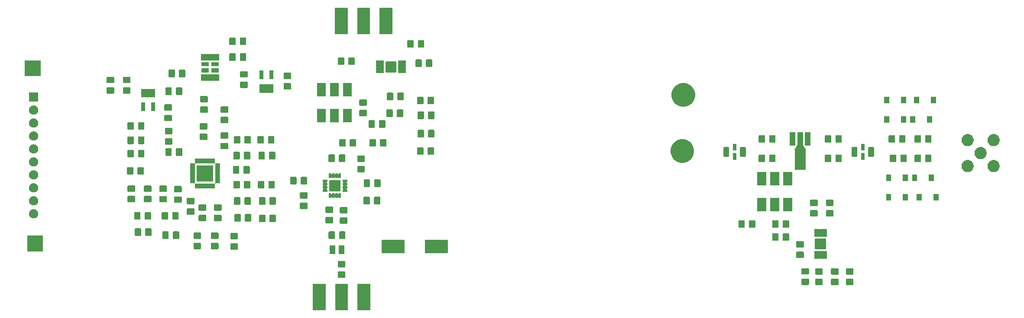
<source format=gbr>
G04 #@! TF.GenerationSoftware,KiCad,Pcbnew,5.1.5-52549c5~84~ubuntu18.04.1*
G04 #@! TF.CreationDate,2020-05-02T14:29:48+09:30*
G04 #@! TF.ProjectId,FrontEndMain,46726f6e-7445-46e6-944d-61696e2e6b69,rev?*
G04 #@! TF.SameCoordinates,Original*
G04 #@! TF.FileFunction,Soldermask,Top*
G04 #@! TF.FilePolarity,Negative*
%FSLAX46Y46*%
G04 Gerber Fmt 4.6, Leading zero omitted, Abs format (unit mm)*
G04 Created by KiCad (PCBNEW 5.1.5-52549c5~84~ubuntu18.04.1) date 2020-05-02 14:29:48*
%MOMM*%
%LPD*%
G04 APERTURE LIST*
%ADD10C,0.100000*%
G04 APERTURE END LIST*
D10*
G36*
X109341000Y-102791000D02*
G01*
X106819000Y-102791000D01*
X106819000Y-97609000D01*
X109341000Y-97609000D01*
X109341000Y-102791000D01*
G37*
G36*
X104896000Y-102791000D02*
G01*
X102504000Y-102791000D01*
X102504000Y-97609000D01*
X104896000Y-97609000D01*
X104896000Y-102791000D01*
G37*
G36*
X100581000Y-102791000D02*
G01*
X98059000Y-102791000D01*
X98059000Y-97609000D01*
X100581000Y-97609000D01*
X100581000Y-102791000D01*
G37*
G36*
X203588674Y-96628465D02*
G01*
X203626367Y-96639899D01*
X203661103Y-96658466D01*
X203691548Y-96683452D01*
X203716534Y-96713897D01*
X203735101Y-96748633D01*
X203746535Y-96786326D01*
X203751000Y-96831661D01*
X203751000Y-97668339D01*
X203746535Y-97713674D01*
X203735101Y-97751367D01*
X203716534Y-97786103D01*
X203691548Y-97816548D01*
X203661103Y-97841534D01*
X203626367Y-97860101D01*
X203588674Y-97871535D01*
X203543339Y-97876000D01*
X202456661Y-97876000D01*
X202411326Y-97871535D01*
X202373633Y-97860101D01*
X202338897Y-97841534D01*
X202308452Y-97816548D01*
X202283466Y-97786103D01*
X202264899Y-97751367D01*
X202253465Y-97713674D01*
X202249000Y-97668339D01*
X202249000Y-96831661D01*
X202253465Y-96786326D01*
X202264899Y-96748633D01*
X202283466Y-96713897D01*
X202308452Y-96683452D01*
X202338897Y-96658466D01*
X202373633Y-96639899D01*
X202411326Y-96628465D01*
X202456661Y-96624000D01*
X203543339Y-96624000D01*
X203588674Y-96628465D01*
G37*
G36*
X197588674Y-96628465D02*
G01*
X197626367Y-96639899D01*
X197661103Y-96658466D01*
X197691548Y-96683452D01*
X197716534Y-96713897D01*
X197735101Y-96748633D01*
X197746535Y-96786326D01*
X197751000Y-96831661D01*
X197751000Y-97668339D01*
X197746535Y-97713674D01*
X197735101Y-97751367D01*
X197716534Y-97786103D01*
X197691548Y-97816548D01*
X197661103Y-97841534D01*
X197626367Y-97860101D01*
X197588674Y-97871535D01*
X197543339Y-97876000D01*
X196456661Y-97876000D01*
X196411326Y-97871535D01*
X196373633Y-97860101D01*
X196338897Y-97841534D01*
X196308452Y-97816548D01*
X196283466Y-97786103D01*
X196264899Y-97751367D01*
X196253465Y-97713674D01*
X196249000Y-97668339D01*
X196249000Y-96831661D01*
X196253465Y-96786326D01*
X196264899Y-96748633D01*
X196283466Y-96713897D01*
X196308452Y-96683452D01*
X196338897Y-96658466D01*
X196373633Y-96639899D01*
X196411326Y-96628465D01*
X196456661Y-96624000D01*
X197543339Y-96624000D01*
X197588674Y-96628465D01*
G37*
G36*
X200688674Y-96628465D02*
G01*
X200726367Y-96639899D01*
X200761103Y-96658466D01*
X200791548Y-96683452D01*
X200816534Y-96713897D01*
X200835101Y-96748633D01*
X200846535Y-96786326D01*
X200851000Y-96831661D01*
X200851000Y-97668339D01*
X200846535Y-97713674D01*
X200835101Y-97751367D01*
X200816534Y-97786103D01*
X200791548Y-97816548D01*
X200761103Y-97841534D01*
X200726367Y-97860101D01*
X200688674Y-97871535D01*
X200643339Y-97876000D01*
X199556661Y-97876000D01*
X199511326Y-97871535D01*
X199473633Y-97860101D01*
X199438897Y-97841534D01*
X199408452Y-97816548D01*
X199383466Y-97786103D01*
X199364899Y-97751367D01*
X199353465Y-97713674D01*
X199349000Y-97668339D01*
X199349000Y-96831661D01*
X199353465Y-96786326D01*
X199364899Y-96748633D01*
X199383466Y-96713897D01*
X199408452Y-96683452D01*
X199438897Y-96658466D01*
X199473633Y-96639899D01*
X199511326Y-96628465D01*
X199556661Y-96624000D01*
X200643339Y-96624000D01*
X200688674Y-96628465D01*
G37*
G36*
X194888674Y-96603465D02*
G01*
X194926367Y-96614899D01*
X194961103Y-96633466D01*
X194991548Y-96658452D01*
X195016534Y-96688897D01*
X195035101Y-96723633D01*
X195046535Y-96761326D01*
X195051000Y-96806661D01*
X195051000Y-97643339D01*
X195046535Y-97688674D01*
X195035101Y-97726367D01*
X195016534Y-97761103D01*
X194991548Y-97791548D01*
X194961103Y-97816534D01*
X194926367Y-97835101D01*
X194888674Y-97846535D01*
X194843339Y-97851000D01*
X193756661Y-97851000D01*
X193711326Y-97846535D01*
X193673633Y-97835101D01*
X193638897Y-97816534D01*
X193608452Y-97791548D01*
X193583466Y-97761103D01*
X193564899Y-97726367D01*
X193553465Y-97688674D01*
X193549000Y-97643339D01*
X193549000Y-96806661D01*
X193553465Y-96761326D01*
X193564899Y-96723633D01*
X193583466Y-96688897D01*
X193608452Y-96658452D01*
X193638897Y-96633466D01*
X193673633Y-96614899D01*
X193711326Y-96603465D01*
X193756661Y-96599000D01*
X194843339Y-96599000D01*
X194888674Y-96603465D01*
G37*
G36*
X104288674Y-95203465D02*
G01*
X104326367Y-95214899D01*
X104361103Y-95233466D01*
X104391548Y-95258452D01*
X104416534Y-95288897D01*
X104435101Y-95323633D01*
X104446535Y-95361326D01*
X104451000Y-95406661D01*
X104451000Y-96243339D01*
X104446535Y-96288674D01*
X104435101Y-96326367D01*
X104416534Y-96361103D01*
X104391548Y-96391548D01*
X104361103Y-96416534D01*
X104326367Y-96435101D01*
X104288674Y-96446535D01*
X104243339Y-96451000D01*
X103156661Y-96451000D01*
X103111326Y-96446535D01*
X103073633Y-96435101D01*
X103038897Y-96416534D01*
X103008452Y-96391548D01*
X102983466Y-96361103D01*
X102964899Y-96326367D01*
X102953465Y-96288674D01*
X102949000Y-96243339D01*
X102949000Y-95406661D01*
X102953465Y-95361326D01*
X102964899Y-95323633D01*
X102983466Y-95288897D01*
X103008452Y-95258452D01*
X103038897Y-95233466D01*
X103073633Y-95214899D01*
X103111326Y-95203465D01*
X103156661Y-95199000D01*
X104243339Y-95199000D01*
X104288674Y-95203465D01*
G37*
G36*
X200688674Y-94578465D02*
G01*
X200726367Y-94589899D01*
X200761103Y-94608466D01*
X200791548Y-94633452D01*
X200816534Y-94663897D01*
X200835101Y-94698633D01*
X200846535Y-94736326D01*
X200851000Y-94781661D01*
X200851000Y-95618339D01*
X200846535Y-95663674D01*
X200835101Y-95701367D01*
X200816534Y-95736103D01*
X200791548Y-95766548D01*
X200761103Y-95791534D01*
X200726367Y-95810101D01*
X200688674Y-95821535D01*
X200643339Y-95826000D01*
X199556661Y-95826000D01*
X199511326Y-95821535D01*
X199473633Y-95810101D01*
X199438897Y-95791534D01*
X199408452Y-95766548D01*
X199383466Y-95736103D01*
X199364899Y-95701367D01*
X199353465Y-95663674D01*
X199349000Y-95618339D01*
X199349000Y-94781661D01*
X199353465Y-94736326D01*
X199364899Y-94698633D01*
X199383466Y-94663897D01*
X199408452Y-94633452D01*
X199438897Y-94608466D01*
X199473633Y-94589899D01*
X199511326Y-94578465D01*
X199556661Y-94574000D01*
X200643339Y-94574000D01*
X200688674Y-94578465D01*
G37*
G36*
X203588674Y-94578465D02*
G01*
X203626367Y-94589899D01*
X203661103Y-94608466D01*
X203691548Y-94633452D01*
X203716534Y-94663897D01*
X203735101Y-94698633D01*
X203746535Y-94736326D01*
X203751000Y-94781661D01*
X203751000Y-95618339D01*
X203746535Y-95663674D01*
X203735101Y-95701367D01*
X203716534Y-95736103D01*
X203691548Y-95766548D01*
X203661103Y-95791534D01*
X203626367Y-95810101D01*
X203588674Y-95821535D01*
X203543339Y-95826000D01*
X202456661Y-95826000D01*
X202411326Y-95821535D01*
X202373633Y-95810101D01*
X202338897Y-95791534D01*
X202308452Y-95766548D01*
X202283466Y-95736103D01*
X202264899Y-95701367D01*
X202253465Y-95663674D01*
X202249000Y-95618339D01*
X202249000Y-94781661D01*
X202253465Y-94736326D01*
X202264899Y-94698633D01*
X202283466Y-94663897D01*
X202308452Y-94633452D01*
X202338897Y-94608466D01*
X202373633Y-94589899D01*
X202411326Y-94578465D01*
X202456661Y-94574000D01*
X203543339Y-94574000D01*
X203588674Y-94578465D01*
G37*
G36*
X197588674Y-94578465D02*
G01*
X197626367Y-94589899D01*
X197661103Y-94608466D01*
X197691548Y-94633452D01*
X197716534Y-94663897D01*
X197735101Y-94698633D01*
X197746535Y-94736326D01*
X197751000Y-94781661D01*
X197751000Y-95618339D01*
X197746535Y-95663674D01*
X197735101Y-95701367D01*
X197716534Y-95736103D01*
X197691548Y-95766548D01*
X197661103Y-95791534D01*
X197626367Y-95810101D01*
X197588674Y-95821535D01*
X197543339Y-95826000D01*
X196456661Y-95826000D01*
X196411326Y-95821535D01*
X196373633Y-95810101D01*
X196338897Y-95791534D01*
X196308452Y-95766548D01*
X196283466Y-95736103D01*
X196264899Y-95701367D01*
X196253465Y-95663674D01*
X196249000Y-95618339D01*
X196249000Y-94781661D01*
X196253465Y-94736326D01*
X196264899Y-94698633D01*
X196283466Y-94663897D01*
X196308452Y-94633452D01*
X196338897Y-94608466D01*
X196373633Y-94589899D01*
X196411326Y-94578465D01*
X196456661Y-94574000D01*
X197543339Y-94574000D01*
X197588674Y-94578465D01*
G37*
G36*
X194888674Y-94553465D02*
G01*
X194926367Y-94564899D01*
X194961103Y-94583466D01*
X194991548Y-94608452D01*
X195016534Y-94638897D01*
X195035101Y-94673633D01*
X195046535Y-94711326D01*
X195051000Y-94756661D01*
X195051000Y-95593339D01*
X195046535Y-95638674D01*
X195035101Y-95676367D01*
X195016534Y-95711103D01*
X194991548Y-95741548D01*
X194961103Y-95766534D01*
X194926367Y-95785101D01*
X194888674Y-95796535D01*
X194843339Y-95801000D01*
X193756661Y-95801000D01*
X193711326Y-95796535D01*
X193673633Y-95785101D01*
X193638897Y-95766534D01*
X193608452Y-95741548D01*
X193583466Y-95711103D01*
X193564899Y-95676367D01*
X193553465Y-95638674D01*
X193549000Y-95593339D01*
X193549000Y-94756661D01*
X193553465Y-94711326D01*
X193564899Y-94673633D01*
X193583466Y-94638897D01*
X193608452Y-94608452D01*
X193638897Y-94583466D01*
X193673633Y-94564899D01*
X193711326Y-94553465D01*
X193756661Y-94549000D01*
X194843339Y-94549000D01*
X194888674Y-94553465D01*
G37*
G36*
X104288674Y-93153465D02*
G01*
X104326367Y-93164899D01*
X104361103Y-93183466D01*
X104391548Y-93208452D01*
X104416534Y-93238897D01*
X104435101Y-93273633D01*
X104446535Y-93311326D01*
X104451000Y-93356661D01*
X104451000Y-94193339D01*
X104446535Y-94238674D01*
X104435101Y-94276367D01*
X104416534Y-94311103D01*
X104391548Y-94341548D01*
X104361103Y-94366534D01*
X104326367Y-94385101D01*
X104288674Y-94396535D01*
X104243339Y-94401000D01*
X103156661Y-94401000D01*
X103111326Y-94396535D01*
X103073633Y-94385101D01*
X103038897Y-94366534D01*
X103008452Y-94341548D01*
X102983466Y-94311103D01*
X102964899Y-94276367D01*
X102953465Y-94238674D01*
X102949000Y-94193339D01*
X102949000Y-93356661D01*
X102953465Y-93311326D01*
X102964899Y-93273633D01*
X102983466Y-93238897D01*
X103008452Y-93208452D01*
X103038897Y-93183466D01*
X103073633Y-93164899D01*
X103111326Y-93153465D01*
X103156661Y-93149000D01*
X104243339Y-93149000D01*
X104288674Y-93153465D01*
G37*
G36*
X196525170Y-91175803D02*
G01*
X196536875Y-91179354D01*
X196547665Y-91185121D01*
X196561688Y-91196630D01*
X196570704Y-91205645D01*
X196591078Y-91219259D01*
X196613717Y-91228635D01*
X196637751Y-91233415D01*
X196662255Y-91233415D01*
X196686288Y-91228634D01*
X196708926Y-91219256D01*
X196729301Y-91205642D01*
X196738317Y-91196626D01*
X196752335Y-91185121D01*
X196763125Y-91179354D01*
X196774830Y-91175803D01*
X196793138Y-91174000D01*
X197156862Y-91174000D01*
X197175170Y-91175803D01*
X197186875Y-91179354D01*
X197197665Y-91185121D01*
X197211688Y-91196630D01*
X197220704Y-91205645D01*
X197241078Y-91219259D01*
X197263717Y-91228635D01*
X197287751Y-91233415D01*
X197312255Y-91233415D01*
X197336288Y-91228634D01*
X197358926Y-91219256D01*
X197379301Y-91205642D01*
X197388317Y-91196626D01*
X197402335Y-91185121D01*
X197413125Y-91179354D01*
X197424830Y-91175803D01*
X197443138Y-91174000D01*
X197806862Y-91174000D01*
X197825170Y-91175803D01*
X197836875Y-91179354D01*
X197847665Y-91185121D01*
X197861688Y-91196630D01*
X197870704Y-91205645D01*
X197891078Y-91219259D01*
X197913717Y-91228635D01*
X197937751Y-91233415D01*
X197962255Y-91233415D01*
X197986288Y-91228634D01*
X198008926Y-91219256D01*
X198029301Y-91205642D01*
X198038317Y-91196626D01*
X198052335Y-91185121D01*
X198063125Y-91179354D01*
X198074830Y-91175803D01*
X198093138Y-91174000D01*
X198456862Y-91174000D01*
X198475170Y-91175803D01*
X198486875Y-91179354D01*
X198497665Y-91185121D01*
X198507119Y-91192881D01*
X198514879Y-91202335D01*
X198520646Y-91213125D01*
X198524197Y-91224830D01*
X198526000Y-91243138D01*
X198526000Y-92656862D01*
X198524197Y-92675170D01*
X198520646Y-92686875D01*
X198514879Y-92697665D01*
X198507119Y-92707119D01*
X198497665Y-92714879D01*
X198486875Y-92720646D01*
X198475170Y-92724197D01*
X198456862Y-92726000D01*
X198093138Y-92726000D01*
X198074830Y-92724197D01*
X198063125Y-92720646D01*
X198052335Y-92714879D01*
X198038312Y-92703370D01*
X198029296Y-92694355D01*
X198008922Y-92680741D01*
X197986283Y-92671365D01*
X197962249Y-92666585D01*
X197937745Y-92666585D01*
X197913712Y-92671366D01*
X197891074Y-92680744D01*
X197870699Y-92694358D01*
X197861683Y-92703374D01*
X197847665Y-92714879D01*
X197836875Y-92720646D01*
X197825170Y-92724197D01*
X197806862Y-92726000D01*
X197443138Y-92726000D01*
X197424830Y-92724197D01*
X197413125Y-92720646D01*
X197402335Y-92714879D01*
X197388312Y-92703370D01*
X197379296Y-92694355D01*
X197358922Y-92680741D01*
X197336283Y-92671365D01*
X197312249Y-92666585D01*
X197287745Y-92666585D01*
X197263712Y-92671366D01*
X197241074Y-92680744D01*
X197220699Y-92694358D01*
X197211683Y-92703374D01*
X197197665Y-92714879D01*
X197186875Y-92720646D01*
X197175170Y-92724197D01*
X197156862Y-92726000D01*
X196793138Y-92726000D01*
X196774830Y-92724197D01*
X196763125Y-92720646D01*
X196752335Y-92714879D01*
X196738312Y-92703370D01*
X196729296Y-92694355D01*
X196708922Y-92680741D01*
X196686283Y-92671365D01*
X196662249Y-92666585D01*
X196637745Y-92666585D01*
X196613712Y-92671366D01*
X196591074Y-92680744D01*
X196570699Y-92694358D01*
X196561683Y-92703374D01*
X196547665Y-92714879D01*
X196536875Y-92720646D01*
X196525170Y-92724197D01*
X196506862Y-92726000D01*
X196143138Y-92726000D01*
X196124830Y-92724197D01*
X196113125Y-92720646D01*
X196102335Y-92714879D01*
X196092881Y-92707119D01*
X196085121Y-92697665D01*
X196079354Y-92686875D01*
X196075803Y-92675170D01*
X196074000Y-92656862D01*
X196074000Y-91243138D01*
X196075803Y-91224830D01*
X196079354Y-91213125D01*
X196085121Y-91202335D01*
X196092881Y-91192881D01*
X196102335Y-91185121D01*
X196113125Y-91179354D01*
X196124830Y-91175803D01*
X196143138Y-91174000D01*
X196506862Y-91174000D01*
X196525170Y-91175803D01*
G37*
G36*
X193888674Y-91328465D02*
G01*
X193926367Y-91339899D01*
X193961103Y-91358466D01*
X193991548Y-91383452D01*
X194016534Y-91413897D01*
X194035101Y-91448633D01*
X194046535Y-91486326D01*
X194051000Y-91531661D01*
X194051000Y-92368339D01*
X194046535Y-92413674D01*
X194035101Y-92451367D01*
X194016534Y-92486103D01*
X193991548Y-92516548D01*
X193961103Y-92541534D01*
X193926367Y-92560101D01*
X193888674Y-92571535D01*
X193843339Y-92576000D01*
X192756661Y-92576000D01*
X192711326Y-92571535D01*
X192673633Y-92560101D01*
X192638897Y-92541534D01*
X192608452Y-92516548D01*
X192583466Y-92486103D01*
X192564899Y-92451367D01*
X192553465Y-92413674D01*
X192549000Y-92368339D01*
X192549000Y-91531661D01*
X192553465Y-91486326D01*
X192564899Y-91448633D01*
X192583466Y-91413897D01*
X192608452Y-91383452D01*
X192638897Y-91358466D01*
X192673633Y-91339899D01*
X192711326Y-91328465D01*
X192756661Y-91324000D01*
X193843339Y-91324000D01*
X193888674Y-91328465D01*
G37*
G36*
X104251000Y-91831000D02*
G01*
X103149000Y-91831000D01*
X103149000Y-90069000D01*
X104251000Y-90069000D01*
X104251000Y-91831000D01*
G37*
G36*
X102451000Y-91831000D02*
G01*
X101349000Y-91831000D01*
X101349000Y-90069000D01*
X102451000Y-90069000D01*
X102451000Y-91831000D01*
G37*
G36*
X115921934Y-89002671D02*
G01*
X115951877Y-89011754D01*
X115979465Y-89026500D01*
X116003651Y-89046349D01*
X116023500Y-89070535D01*
X116038246Y-89098123D01*
X116047329Y-89128066D01*
X116051000Y-89165340D01*
X116051000Y-91434660D01*
X116047329Y-91471934D01*
X116038246Y-91501877D01*
X116023500Y-91529465D01*
X116003651Y-91553651D01*
X115979465Y-91573500D01*
X115951877Y-91588246D01*
X115921934Y-91597329D01*
X115884660Y-91601000D01*
X111715340Y-91601000D01*
X111678066Y-91597329D01*
X111648123Y-91588246D01*
X111620535Y-91573500D01*
X111596349Y-91553651D01*
X111576500Y-91529465D01*
X111561754Y-91501877D01*
X111552671Y-91471934D01*
X111549000Y-91434660D01*
X111549000Y-89165340D01*
X111552671Y-89128066D01*
X111561754Y-89098123D01*
X111576500Y-89070535D01*
X111596349Y-89046349D01*
X111620535Y-89026500D01*
X111648123Y-89011754D01*
X111678066Y-89002671D01*
X111715340Y-88999000D01*
X115884660Y-88999000D01*
X115921934Y-89002671D01*
G37*
G36*
X124321934Y-89002671D02*
G01*
X124351877Y-89011754D01*
X124379465Y-89026500D01*
X124403651Y-89046349D01*
X124423500Y-89070535D01*
X124438246Y-89098123D01*
X124447329Y-89128066D01*
X124451000Y-89165340D01*
X124451000Y-91434660D01*
X124447329Y-91471934D01*
X124438246Y-91501877D01*
X124423500Y-91529465D01*
X124403651Y-91553651D01*
X124379465Y-91573500D01*
X124351877Y-91588246D01*
X124321934Y-91597329D01*
X124284660Y-91601000D01*
X120115340Y-91601000D01*
X120078066Y-91597329D01*
X120048123Y-91588246D01*
X120020535Y-91573500D01*
X119996349Y-91553651D01*
X119976500Y-91529465D01*
X119961754Y-91501877D01*
X119952671Y-91471934D01*
X119949000Y-91434660D01*
X119949000Y-89165340D01*
X119952671Y-89128066D01*
X119961754Y-89098123D01*
X119976500Y-89070535D01*
X119996349Y-89046349D01*
X120020535Y-89026500D01*
X120048123Y-89011754D01*
X120078066Y-89002671D01*
X120115340Y-88999000D01*
X124284660Y-88999000D01*
X124321934Y-89002671D01*
G37*
G36*
X45351000Y-91251000D02*
G01*
X42249000Y-91251000D01*
X42249000Y-88149000D01*
X45351000Y-88149000D01*
X45351000Y-91251000D01*
G37*
G36*
X83288674Y-89703465D02*
G01*
X83326367Y-89714899D01*
X83361103Y-89733466D01*
X83391548Y-89758452D01*
X83416534Y-89788897D01*
X83435101Y-89823633D01*
X83446535Y-89861326D01*
X83451000Y-89906661D01*
X83451000Y-90743339D01*
X83446535Y-90788674D01*
X83435101Y-90826367D01*
X83416534Y-90861103D01*
X83391548Y-90891548D01*
X83361103Y-90916534D01*
X83326367Y-90935101D01*
X83288674Y-90946535D01*
X83243339Y-90951000D01*
X82156661Y-90951000D01*
X82111326Y-90946535D01*
X82073633Y-90935101D01*
X82038897Y-90916534D01*
X82008452Y-90891548D01*
X81983466Y-90861103D01*
X81964899Y-90826367D01*
X81953465Y-90788674D01*
X81949000Y-90743339D01*
X81949000Y-89906661D01*
X81953465Y-89861326D01*
X81964899Y-89823633D01*
X81983466Y-89788897D01*
X82008452Y-89758452D01*
X82038897Y-89733466D01*
X82073633Y-89714899D01*
X82111326Y-89703465D01*
X82156661Y-89699000D01*
X83243339Y-89699000D01*
X83288674Y-89703465D01*
G37*
G36*
X76088674Y-89603465D02*
G01*
X76126367Y-89614899D01*
X76161103Y-89633466D01*
X76191548Y-89658452D01*
X76216534Y-89688897D01*
X76235101Y-89723633D01*
X76246535Y-89761326D01*
X76251000Y-89806661D01*
X76251000Y-90643339D01*
X76246535Y-90688674D01*
X76235101Y-90726367D01*
X76216534Y-90761103D01*
X76191548Y-90791548D01*
X76161103Y-90816534D01*
X76126367Y-90835101D01*
X76088674Y-90846535D01*
X76043339Y-90851000D01*
X74956661Y-90851000D01*
X74911326Y-90846535D01*
X74873633Y-90835101D01*
X74838897Y-90816534D01*
X74808452Y-90791548D01*
X74783466Y-90761103D01*
X74764899Y-90726367D01*
X74753465Y-90688674D01*
X74749000Y-90643339D01*
X74749000Y-89806661D01*
X74753465Y-89761326D01*
X74764899Y-89723633D01*
X74783466Y-89688897D01*
X74808452Y-89658452D01*
X74838897Y-89633466D01*
X74873633Y-89614899D01*
X74911326Y-89603465D01*
X74956661Y-89599000D01*
X76043339Y-89599000D01*
X76088674Y-89603465D01*
G37*
G36*
X79488674Y-89603465D02*
G01*
X79526367Y-89614899D01*
X79561103Y-89633466D01*
X79591548Y-89658452D01*
X79616534Y-89688897D01*
X79635101Y-89723633D01*
X79646535Y-89761326D01*
X79651000Y-89806661D01*
X79651000Y-90643339D01*
X79646535Y-90688674D01*
X79635101Y-90726367D01*
X79616534Y-90761103D01*
X79591548Y-90791548D01*
X79561103Y-90816534D01*
X79526367Y-90835101D01*
X79488674Y-90846535D01*
X79443339Y-90851000D01*
X78356661Y-90851000D01*
X78311326Y-90846535D01*
X78273633Y-90835101D01*
X78238897Y-90816534D01*
X78208452Y-90791548D01*
X78183466Y-90761103D01*
X78164899Y-90726367D01*
X78153465Y-90688674D01*
X78149000Y-90643339D01*
X78149000Y-89806661D01*
X78153465Y-89761326D01*
X78164899Y-89723633D01*
X78183466Y-89688897D01*
X78208452Y-89658452D01*
X78238897Y-89633466D01*
X78273633Y-89614899D01*
X78311326Y-89603465D01*
X78356661Y-89599000D01*
X79443339Y-89599000D01*
X79488674Y-89603465D01*
G37*
G36*
X198288944Y-88777862D02*
G01*
X198320747Y-88787510D01*
X198350053Y-88803174D01*
X198375743Y-88824257D01*
X198396826Y-88849947D01*
X198412490Y-88879253D01*
X198422138Y-88911056D01*
X198426000Y-88950269D01*
X198426000Y-90649731D01*
X198422138Y-90688944D01*
X198412490Y-90720747D01*
X198396826Y-90750053D01*
X198375743Y-90775743D01*
X198350053Y-90796826D01*
X198320747Y-90812490D01*
X198288944Y-90822138D01*
X198249731Y-90826000D01*
X196350269Y-90826000D01*
X196311056Y-90822138D01*
X196279253Y-90812490D01*
X196249947Y-90796826D01*
X196224257Y-90775743D01*
X196203174Y-90750053D01*
X196187510Y-90720747D01*
X196177862Y-90688944D01*
X196174000Y-90649731D01*
X196174000Y-88950269D01*
X196177862Y-88911056D01*
X196187510Y-88879253D01*
X196203174Y-88849947D01*
X196224257Y-88824257D01*
X196249947Y-88803174D01*
X196279253Y-88787510D01*
X196311056Y-88777862D01*
X196350269Y-88774000D01*
X198249731Y-88774000D01*
X198288944Y-88777862D01*
G37*
G36*
X193888674Y-89278465D02*
G01*
X193926367Y-89289899D01*
X193961103Y-89308466D01*
X193991548Y-89333452D01*
X194016534Y-89363897D01*
X194035101Y-89398633D01*
X194046535Y-89436326D01*
X194051000Y-89481661D01*
X194051000Y-90318339D01*
X194046535Y-90363674D01*
X194035101Y-90401367D01*
X194016534Y-90436103D01*
X193991548Y-90466548D01*
X193961103Y-90491534D01*
X193926367Y-90510101D01*
X193888674Y-90521535D01*
X193843339Y-90526000D01*
X192756661Y-90526000D01*
X192711326Y-90521535D01*
X192673633Y-90510101D01*
X192638897Y-90491534D01*
X192608452Y-90466548D01*
X192583466Y-90436103D01*
X192564899Y-90401367D01*
X192553465Y-90363674D01*
X192549000Y-90318339D01*
X192549000Y-89481661D01*
X192553465Y-89436326D01*
X192564899Y-89398633D01*
X192583466Y-89363897D01*
X192608452Y-89333452D01*
X192638897Y-89308466D01*
X192673633Y-89289899D01*
X192711326Y-89278465D01*
X192756661Y-89274000D01*
X193843339Y-89274000D01*
X193888674Y-89278465D01*
G37*
G36*
X190998674Y-87703465D02*
G01*
X191036367Y-87714899D01*
X191071103Y-87733466D01*
X191101548Y-87758452D01*
X191126534Y-87788897D01*
X191145101Y-87823633D01*
X191156535Y-87861326D01*
X191161000Y-87906661D01*
X191161000Y-88993339D01*
X191156535Y-89038674D01*
X191145101Y-89076367D01*
X191126534Y-89111103D01*
X191101548Y-89141548D01*
X191071103Y-89166534D01*
X191036367Y-89185101D01*
X190998674Y-89196535D01*
X190953339Y-89201000D01*
X190116661Y-89201000D01*
X190071326Y-89196535D01*
X190033633Y-89185101D01*
X189998897Y-89166534D01*
X189968452Y-89141548D01*
X189943466Y-89111103D01*
X189924899Y-89076367D01*
X189913465Y-89038674D01*
X189909000Y-88993339D01*
X189909000Y-87906661D01*
X189913465Y-87861326D01*
X189924899Y-87823633D01*
X189943466Y-87788897D01*
X189968452Y-87758452D01*
X189998897Y-87733466D01*
X190033633Y-87714899D01*
X190071326Y-87703465D01*
X190116661Y-87699000D01*
X190953339Y-87699000D01*
X190998674Y-87703465D01*
G37*
G36*
X188948674Y-87703465D02*
G01*
X188986367Y-87714899D01*
X189021103Y-87733466D01*
X189051548Y-87758452D01*
X189076534Y-87788897D01*
X189095101Y-87823633D01*
X189106535Y-87861326D01*
X189111000Y-87906661D01*
X189111000Y-88993339D01*
X189106535Y-89038674D01*
X189095101Y-89076367D01*
X189076534Y-89111103D01*
X189051548Y-89141548D01*
X189021103Y-89166534D01*
X188986367Y-89185101D01*
X188948674Y-89196535D01*
X188903339Y-89201000D01*
X188066661Y-89201000D01*
X188021326Y-89196535D01*
X187983633Y-89185101D01*
X187948897Y-89166534D01*
X187918452Y-89141548D01*
X187893466Y-89111103D01*
X187874899Y-89076367D01*
X187863465Y-89038674D01*
X187859000Y-88993339D01*
X187859000Y-87906661D01*
X187863465Y-87861326D01*
X187874899Y-87823633D01*
X187893466Y-87788897D01*
X187918452Y-87758452D01*
X187948897Y-87733466D01*
X187983633Y-87714899D01*
X188021326Y-87703465D01*
X188066661Y-87699000D01*
X188903339Y-87699000D01*
X188948674Y-87703465D01*
G37*
G36*
X83288674Y-87653465D02*
G01*
X83326367Y-87664899D01*
X83361103Y-87683466D01*
X83391548Y-87708452D01*
X83416534Y-87738897D01*
X83435101Y-87773633D01*
X83446535Y-87811326D01*
X83451000Y-87856661D01*
X83451000Y-88693339D01*
X83446535Y-88738674D01*
X83435101Y-88776367D01*
X83416534Y-88811103D01*
X83391548Y-88841548D01*
X83361103Y-88866534D01*
X83326367Y-88885101D01*
X83288674Y-88896535D01*
X83243339Y-88901000D01*
X82156661Y-88901000D01*
X82111326Y-88896535D01*
X82073633Y-88885101D01*
X82038897Y-88866534D01*
X82008452Y-88841548D01*
X81983466Y-88811103D01*
X81964899Y-88776367D01*
X81953465Y-88738674D01*
X81949000Y-88693339D01*
X81949000Y-87856661D01*
X81953465Y-87811326D01*
X81964899Y-87773633D01*
X81983466Y-87738897D01*
X82008452Y-87708452D01*
X82038897Y-87683466D01*
X82073633Y-87664899D01*
X82111326Y-87653465D01*
X82156661Y-87649000D01*
X83243339Y-87649000D01*
X83288674Y-87653465D01*
G37*
G36*
X69738674Y-87353465D02*
G01*
X69776367Y-87364899D01*
X69811103Y-87383466D01*
X69841548Y-87408452D01*
X69866534Y-87438897D01*
X69885101Y-87473633D01*
X69896535Y-87511326D01*
X69901000Y-87556661D01*
X69901000Y-88643339D01*
X69896535Y-88688674D01*
X69885101Y-88726367D01*
X69866534Y-88761103D01*
X69841548Y-88791548D01*
X69811103Y-88816534D01*
X69776367Y-88835101D01*
X69738674Y-88846535D01*
X69693339Y-88851000D01*
X68856661Y-88851000D01*
X68811326Y-88846535D01*
X68773633Y-88835101D01*
X68738897Y-88816534D01*
X68708452Y-88791548D01*
X68683466Y-88761103D01*
X68664899Y-88726367D01*
X68653465Y-88688674D01*
X68649000Y-88643339D01*
X68649000Y-87556661D01*
X68653465Y-87511326D01*
X68664899Y-87473633D01*
X68683466Y-87438897D01*
X68708452Y-87408452D01*
X68738897Y-87383466D01*
X68773633Y-87364899D01*
X68811326Y-87353465D01*
X68856661Y-87349000D01*
X69693339Y-87349000D01*
X69738674Y-87353465D01*
G37*
G36*
X104288674Y-87353465D02*
G01*
X104326367Y-87364899D01*
X104361103Y-87383466D01*
X104391548Y-87408452D01*
X104416534Y-87438897D01*
X104435101Y-87473633D01*
X104446535Y-87511326D01*
X104451000Y-87556661D01*
X104451000Y-88643339D01*
X104446535Y-88688674D01*
X104435101Y-88726367D01*
X104416534Y-88761103D01*
X104391548Y-88791548D01*
X104361103Y-88816534D01*
X104326367Y-88835101D01*
X104288674Y-88846535D01*
X104243339Y-88851000D01*
X103406661Y-88851000D01*
X103361326Y-88846535D01*
X103323633Y-88835101D01*
X103288897Y-88816534D01*
X103258452Y-88791548D01*
X103233466Y-88761103D01*
X103214899Y-88726367D01*
X103203465Y-88688674D01*
X103199000Y-88643339D01*
X103199000Y-87556661D01*
X103203465Y-87511326D01*
X103214899Y-87473633D01*
X103233466Y-87438897D01*
X103258452Y-87408452D01*
X103288897Y-87383466D01*
X103323633Y-87364899D01*
X103361326Y-87353465D01*
X103406661Y-87349000D01*
X104243339Y-87349000D01*
X104288674Y-87353465D01*
G37*
G36*
X71788674Y-87353465D02*
G01*
X71826367Y-87364899D01*
X71861103Y-87383466D01*
X71891548Y-87408452D01*
X71916534Y-87438897D01*
X71935101Y-87473633D01*
X71946535Y-87511326D01*
X71951000Y-87556661D01*
X71951000Y-88643339D01*
X71946535Y-88688674D01*
X71935101Y-88726367D01*
X71916534Y-88761103D01*
X71891548Y-88791548D01*
X71861103Y-88816534D01*
X71826367Y-88835101D01*
X71788674Y-88846535D01*
X71743339Y-88851000D01*
X70906661Y-88851000D01*
X70861326Y-88846535D01*
X70823633Y-88835101D01*
X70788897Y-88816534D01*
X70758452Y-88791548D01*
X70733466Y-88761103D01*
X70714899Y-88726367D01*
X70703465Y-88688674D01*
X70699000Y-88643339D01*
X70699000Y-87556661D01*
X70703465Y-87511326D01*
X70714899Y-87473633D01*
X70733466Y-87438897D01*
X70758452Y-87408452D01*
X70788897Y-87383466D01*
X70823633Y-87364899D01*
X70861326Y-87353465D01*
X70906661Y-87349000D01*
X71743339Y-87349000D01*
X71788674Y-87353465D01*
G37*
G36*
X102238674Y-87353465D02*
G01*
X102276367Y-87364899D01*
X102311103Y-87383466D01*
X102341548Y-87408452D01*
X102366534Y-87438897D01*
X102385101Y-87473633D01*
X102396535Y-87511326D01*
X102401000Y-87556661D01*
X102401000Y-88643339D01*
X102396535Y-88688674D01*
X102385101Y-88726367D01*
X102366534Y-88761103D01*
X102341548Y-88791548D01*
X102311103Y-88816534D01*
X102276367Y-88835101D01*
X102238674Y-88846535D01*
X102193339Y-88851000D01*
X101356661Y-88851000D01*
X101311326Y-88846535D01*
X101273633Y-88835101D01*
X101238897Y-88816534D01*
X101208452Y-88791548D01*
X101183466Y-88761103D01*
X101164899Y-88726367D01*
X101153465Y-88688674D01*
X101149000Y-88643339D01*
X101149000Y-87556661D01*
X101153465Y-87511326D01*
X101164899Y-87473633D01*
X101183466Y-87438897D01*
X101208452Y-87408452D01*
X101238897Y-87383466D01*
X101273633Y-87364899D01*
X101311326Y-87353465D01*
X101356661Y-87349000D01*
X102193339Y-87349000D01*
X102238674Y-87353465D01*
G37*
G36*
X76088674Y-87553465D02*
G01*
X76126367Y-87564899D01*
X76161103Y-87583466D01*
X76191548Y-87608452D01*
X76216534Y-87638897D01*
X76235101Y-87673633D01*
X76246535Y-87711326D01*
X76251000Y-87756661D01*
X76251000Y-88593339D01*
X76246535Y-88638674D01*
X76235101Y-88676367D01*
X76216534Y-88711103D01*
X76191548Y-88741548D01*
X76161103Y-88766534D01*
X76126367Y-88785101D01*
X76088674Y-88796535D01*
X76043339Y-88801000D01*
X74956661Y-88801000D01*
X74911326Y-88796535D01*
X74873633Y-88785101D01*
X74838897Y-88766534D01*
X74808452Y-88741548D01*
X74783466Y-88711103D01*
X74764899Y-88676367D01*
X74753465Y-88638674D01*
X74749000Y-88593339D01*
X74749000Y-87756661D01*
X74753465Y-87711326D01*
X74764899Y-87673633D01*
X74783466Y-87638897D01*
X74808452Y-87608452D01*
X74838897Y-87583466D01*
X74873633Y-87564899D01*
X74911326Y-87553465D01*
X74956661Y-87549000D01*
X76043339Y-87549000D01*
X76088674Y-87553465D01*
G37*
G36*
X79488674Y-87553465D02*
G01*
X79526367Y-87564899D01*
X79561103Y-87583466D01*
X79591548Y-87608452D01*
X79616534Y-87638897D01*
X79635101Y-87673633D01*
X79646535Y-87711326D01*
X79651000Y-87756661D01*
X79651000Y-88593339D01*
X79646535Y-88638674D01*
X79635101Y-88676367D01*
X79616534Y-88711103D01*
X79591548Y-88741548D01*
X79561103Y-88766534D01*
X79526367Y-88785101D01*
X79488674Y-88796535D01*
X79443339Y-88801000D01*
X78356661Y-88801000D01*
X78311326Y-88796535D01*
X78273633Y-88785101D01*
X78238897Y-88766534D01*
X78208452Y-88741548D01*
X78183466Y-88711103D01*
X78164899Y-88676367D01*
X78153465Y-88638674D01*
X78149000Y-88593339D01*
X78149000Y-87756661D01*
X78153465Y-87711326D01*
X78164899Y-87673633D01*
X78183466Y-87638897D01*
X78208452Y-87608452D01*
X78238897Y-87583466D01*
X78273633Y-87564899D01*
X78311326Y-87553465D01*
X78356661Y-87549000D01*
X79443339Y-87549000D01*
X79488674Y-87553465D01*
G37*
G36*
X196525170Y-86875803D02*
G01*
X196536875Y-86879354D01*
X196547665Y-86885121D01*
X196561688Y-86896630D01*
X196570704Y-86905645D01*
X196591078Y-86919259D01*
X196613717Y-86928635D01*
X196637751Y-86933415D01*
X196662255Y-86933415D01*
X196686288Y-86928634D01*
X196708926Y-86919256D01*
X196729301Y-86905642D01*
X196738317Y-86896626D01*
X196752335Y-86885121D01*
X196763125Y-86879354D01*
X196774830Y-86875803D01*
X196793138Y-86874000D01*
X197156862Y-86874000D01*
X197175170Y-86875803D01*
X197186875Y-86879354D01*
X197197665Y-86885121D01*
X197211688Y-86896630D01*
X197220704Y-86905645D01*
X197241078Y-86919259D01*
X197263717Y-86928635D01*
X197287751Y-86933415D01*
X197312255Y-86933415D01*
X197336288Y-86928634D01*
X197358926Y-86919256D01*
X197379301Y-86905642D01*
X197388317Y-86896626D01*
X197402335Y-86885121D01*
X197413125Y-86879354D01*
X197424830Y-86875803D01*
X197443138Y-86874000D01*
X197806862Y-86874000D01*
X197825170Y-86875803D01*
X197836875Y-86879354D01*
X197847665Y-86885121D01*
X197861688Y-86896630D01*
X197870704Y-86905645D01*
X197891078Y-86919259D01*
X197913717Y-86928635D01*
X197937751Y-86933415D01*
X197962255Y-86933415D01*
X197986288Y-86928634D01*
X198008926Y-86919256D01*
X198029301Y-86905642D01*
X198038317Y-86896626D01*
X198052335Y-86885121D01*
X198063125Y-86879354D01*
X198074830Y-86875803D01*
X198093138Y-86874000D01*
X198456862Y-86874000D01*
X198475170Y-86875803D01*
X198486875Y-86879354D01*
X198497665Y-86885121D01*
X198507119Y-86892881D01*
X198514879Y-86902335D01*
X198520646Y-86913125D01*
X198524197Y-86924830D01*
X198526000Y-86943138D01*
X198526000Y-88356862D01*
X198524197Y-88375170D01*
X198520646Y-88386875D01*
X198514879Y-88397665D01*
X198507119Y-88407119D01*
X198497665Y-88414879D01*
X198486875Y-88420646D01*
X198475170Y-88424197D01*
X198456862Y-88426000D01*
X198093138Y-88426000D01*
X198074830Y-88424197D01*
X198063125Y-88420646D01*
X198052335Y-88414879D01*
X198038312Y-88403370D01*
X198029296Y-88394355D01*
X198008922Y-88380741D01*
X197986283Y-88371365D01*
X197962249Y-88366585D01*
X197937745Y-88366585D01*
X197913712Y-88371366D01*
X197891074Y-88380744D01*
X197870699Y-88394358D01*
X197861683Y-88403374D01*
X197847665Y-88414879D01*
X197836875Y-88420646D01*
X197825170Y-88424197D01*
X197806862Y-88426000D01*
X197443138Y-88426000D01*
X197424830Y-88424197D01*
X197413125Y-88420646D01*
X197402335Y-88414879D01*
X197388312Y-88403370D01*
X197379296Y-88394355D01*
X197358922Y-88380741D01*
X197336283Y-88371365D01*
X197312249Y-88366585D01*
X197287745Y-88366585D01*
X197263712Y-88371366D01*
X197241074Y-88380744D01*
X197220699Y-88394358D01*
X197211683Y-88403374D01*
X197197665Y-88414879D01*
X197186875Y-88420646D01*
X197175170Y-88424197D01*
X197156862Y-88426000D01*
X196793138Y-88426000D01*
X196774830Y-88424197D01*
X196763125Y-88420646D01*
X196752335Y-88414879D01*
X196738312Y-88403370D01*
X196729296Y-88394355D01*
X196708922Y-88380741D01*
X196686283Y-88371365D01*
X196662249Y-88366585D01*
X196637745Y-88366585D01*
X196613712Y-88371366D01*
X196591074Y-88380744D01*
X196570699Y-88394358D01*
X196561683Y-88403374D01*
X196547665Y-88414879D01*
X196536875Y-88420646D01*
X196525170Y-88424197D01*
X196506862Y-88426000D01*
X196143138Y-88426000D01*
X196124830Y-88424197D01*
X196113125Y-88420646D01*
X196102335Y-88414879D01*
X196092881Y-88407119D01*
X196085121Y-88397665D01*
X196079354Y-88386875D01*
X196075803Y-88375170D01*
X196074000Y-88356862D01*
X196074000Y-86943138D01*
X196075803Y-86924830D01*
X196079354Y-86913125D01*
X196085121Y-86902335D01*
X196092881Y-86892881D01*
X196102335Y-86885121D01*
X196113125Y-86879354D01*
X196124830Y-86875803D01*
X196143138Y-86874000D01*
X196506862Y-86874000D01*
X196525170Y-86875803D01*
G37*
G36*
X64338674Y-86753465D02*
G01*
X64376367Y-86764899D01*
X64411103Y-86783466D01*
X64441548Y-86808452D01*
X64466534Y-86838897D01*
X64485101Y-86873633D01*
X64496535Y-86911326D01*
X64501000Y-86956661D01*
X64501000Y-88043339D01*
X64496535Y-88088674D01*
X64485101Y-88126367D01*
X64466534Y-88161103D01*
X64441548Y-88191548D01*
X64411103Y-88216534D01*
X64376367Y-88235101D01*
X64338674Y-88246535D01*
X64293339Y-88251000D01*
X63456661Y-88251000D01*
X63411326Y-88246535D01*
X63373633Y-88235101D01*
X63338897Y-88216534D01*
X63308452Y-88191548D01*
X63283466Y-88161103D01*
X63264899Y-88126367D01*
X63253465Y-88088674D01*
X63249000Y-88043339D01*
X63249000Y-86956661D01*
X63253465Y-86911326D01*
X63264899Y-86873633D01*
X63283466Y-86838897D01*
X63308452Y-86808452D01*
X63338897Y-86783466D01*
X63373633Y-86764899D01*
X63411326Y-86753465D01*
X63456661Y-86749000D01*
X64293339Y-86749000D01*
X64338674Y-86753465D01*
G37*
G36*
X66388674Y-86753465D02*
G01*
X66426367Y-86764899D01*
X66461103Y-86783466D01*
X66491548Y-86808452D01*
X66516534Y-86838897D01*
X66535101Y-86873633D01*
X66546535Y-86911326D01*
X66551000Y-86956661D01*
X66551000Y-88043339D01*
X66546535Y-88088674D01*
X66535101Y-88126367D01*
X66516534Y-88161103D01*
X66491548Y-88191548D01*
X66461103Y-88216534D01*
X66426367Y-88235101D01*
X66388674Y-88246535D01*
X66343339Y-88251000D01*
X65506661Y-88251000D01*
X65461326Y-88246535D01*
X65423633Y-88235101D01*
X65388897Y-88216534D01*
X65358452Y-88191548D01*
X65333466Y-88161103D01*
X65314899Y-88126367D01*
X65303465Y-88088674D01*
X65299000Y-88043339D01*
X65299000Y-86956661D01*
X65303465Y-86911326D01*
X65314899Y-86873633D01*
X65333466Y-86838897D01*
X65358452Y-86808452D01*
X65388897Y-86783466D01*
X65423633Y-86764899D01*
X65461326Y-86753465D01*
X65506661Y-86749000D01*
X66343339Y-86749000D01*
X66388674Y-86753465D01*
G37*
G36*
X188948674Y-85163465D02*
G01*
X188986367Y-85174899D01*
X189021103Y-85193466D01*
X189051548Y-85218452D01*
X189076534Y-85248897D01*
X189095101Y-85283633D01*
X189106535Y-85321326D01*
X189111000Y-85366661D01*
X189111000Y-86453339D01*
X189106535Y-86498674D01*
X189095101Y-86536367D01*
X189076534Y-86571103D01*
X189051548Y-86601548D01*
X189021103Y-86626534D01*
X188986367Y-86645101D01*
X188948674Y-86656535D01*
X188903339Y-86661000D01*
X188066661Y-86661000D01*
X188021326Y-86656535D01*
X187983633Y-86645101D01*
X187948897Y-86626534D01*
X187918452Y-86601548D01*
X187893466Y-86571103D01*
X187874899Y-86536367D01*
X187863465Y-86498674D01*
X187859000Y-86453339D01*
X187859000Y-85366661D01*
X187863465Y-85321326D01*
X187874899Y-85283633D01*
X187893466Y-85248897D01*
X187918452Y-85218452D01*
X187948897Y-85193466D01*
X187983633Y-85174899D01*
X188021326Y-85163465D01*
X188066661Y-85159000D01*
X188903339Y-85159000D01*
X188948674Y-85163465D01*
G37*
G36*
X184403674Y-85163465D02*
G01*
X184441367Y-85174899D01*
X184476103Y-85193466D01*
X184506548Y-85218452D01*
X184531534Y-85248897D01*
X184550101Y-85283633D01*
X184561535Y-85321326D01*
X184566000Y-85366661D01*
X184566000Y-86453339D01*
X184561535Y-86498674D01*
X184550101Y-86536367D01*
X184531534Y-86571103D01*
X184506548Y-86601548D01*
X184476103Y-86626534D01*
X184441367Y-86645101D01*
X184403674Y-86656535D01*
X184358339Y-86661000D01*
X183521661Y-86661000D01*
X183476326Y-86656535D01*
X183438633Y-86645101D01*
X183403897Y-86626534D01*
X183373452Y-86601548D01*
X183348466Y-86571103D01*
X183329899Y-86536367D01*
X183318465Y-86498674D01*
X183314000Y-86453339D01*
X183314000Y-85366661D01*
X183318465Y-85321326D01*
X183329899Y-85283633D01*
X183348466Y-85248897D01*
X183373452Y-85218452D01*
X183403897Y-85193466D01*
X183438633Y-85174899D01*
X183476326Y-85163465D01*
X183521661Y-85159000D01*
X184358339Y-85159000D01*
X184403674Y-85163465D01*
G37*
G36*
X182353674Y-85163465D02*
G01*
X182391367Y-85174899D01*
X182426103Y-85193466D01*
X182456548Y-85218452D01*
X182481534Y-85248897D01*
X182500101Y-85283633D01*
X182511535Y-85321326D01*
X182516000Y-85366661D01*
X182516000Y-86453339D01*
X182511535Y-86498674D01*
X182500101Y-86536367D01*
X182481534Y-86571103D01*
X182456548Y-86601548D01*
X182426103Y-86626534D01*
X182391367Y-86645101D01*
X182353674Y-86656535D01*
X182308339Y-86661000D01*
X181471661Y-86661000D01*
X181426326Y-86656535D01*
X181388633Y-86645101D01*
X181353897Y-86626534D01*
X181323452Y-86601548D01*
X181298466Y-86571103D01*
X181279899Y-86536367D01*
X181268465Y-86498674D01*
X181264000Y-86453339D01*
X181264000Y-85366661D01*
X181268465Y-85321326D01*
X181279899Y-85283633D01*
X181298466Y-85248897D01*
X181323452Y-85218452D01*
X181353897Y-85193466D01*
X181388633Y-85174899D01*
X181426326Y-85163465D01*
X181471661Y-85159000D01*
X182308339Y-85159000D01*
X182353674Y-85163465D01*
G37*
G36*
X190998674Y-85163465D02*
G01*
X191036367Y-85174899D01*
X191071103Y-85193466D01*
X191101548Y-85218452D01*
X191126534Y-85248897D01*
X191145101Y-85283633D01*
X191156535Y-85321326D01*
X191161000Y-85366661D01*
X191161000Y-86453339D01*
X191156535Y-86498674D01*
X191145101Y-86536367D01*
X191126534Y-86571103D01*
X191101548Y-86601548D01*
X191071103Y-86626534D01*
X191036367Y-86645101D01*
X190998674Y-86656535D01*
X190953339Y-86661000D01*
X190116661Y-86661000D01*
X190071326Y-86656535D01*
X190033633Y-86645101D01*
X189998897Y-86626534D01*
X189968452Y-86601548D01*
X189943466Y-86571103D01*
X189924899Y-86536367D01*
X189913465Y-86498674D01*
X189909000Y-86453339D01*
X189909000Y-85366661D01*
X189913465Y-85321326D01*
X189924899Y-85283633D01*
X189943466Y-85248897D01*
X189968452Y-85218452D01*
X189998897Y-85193466D01*
X190033633Y-85174899D01*
X190071326Y-85163465D01*
X190116661Y-85159000D01*
X190953339Y-85159000D01*
X190998674Y-85163465D01*
G37*
G36*
X104688674Y-84628465D02*
G01*
X104726367Y-84639899D01*
X104761103Y-84658466D01*
X104791548Y-84683452D01*
X104816534Y-84713897D01*
X104835101Y-84748633D01*
X104846535Y-84786326D01*
X104851000Y-84831661D01*
X104851000Y-85668339D01*
X104846535Y-85713674D01*
X104835101Y-85751367D01*
X104816534Y-85786103D01*
X104791548Y-85816548D01*
X104761103Y-85841534D01*
X104726367Y-85860101D01*
X104688674Y-85871535D01*
X104643339Y-85876000D01*
X103556661Y-85876000D01*
X103511326Y-85871535D01*
X103473633Y-85860101D01*
X103438897Y-85841534D01*
X103408452Y-85816548D01*
X103383466Y-85786103D01*
X103364899Y-85751367D01*
X103353465Y-85713674D01*
X103349000Y-85668339D01*
X103349000Y-84831661D01*
X103353465Y-84786326D01*
X103364899Y-84748633D01*
X103383466Y-84713897D01*
X103408452Y-84683452D01*
X103438897Y-84658466D01*
X103473633Y-84639899D01*
X103511326Y-84628465D01*
X103556661Y-84624000D01*
X104643339Y-84624000D01*
X104688674Y-84628465D01*
G37*
G36*
X101888674Y-84528465D02*
G01*
X101926367Y-84539899D01*
X101961103Y-84558466D01*
X101991548Y-84583452D01*
X102016534Y-84613897D01*
X102035101Y-84648633D01*
X102046535Y-84686326D01*
X102051000Y-84731661D01*
X102051000Y-85568339D01*
X102046535Y-85613674D01*
X102035101Y-85651367D01*
X102016534Y-85686103D01*
X101991548Y-85716548D01*
X101961103Y-85741534D01*
X101926367Y-85760101D01*
X101888674Y-85771535D01*
X101843339Y-85776000D01*
X100756661Y-85776000D01*
X100711326Y-85771535D01*
X100673633Y-85760101D01*
X100638897Y-85741534D01*
X100608452Y-85716548D01*
X100583466Y-85686103D01*
X100564899Y-85651367D01*
X100553465Y-85613674D01*
X100549000Y-85568339D01*
X100549000Y-84731661D01*
X100553465Y-84686326D01*
X100564899Y-84648633D01*
X100583466Y-84613897D01*
X100608452Y-84583452D01*
X100638897Y-84558466D01*
X100673633Y-84539899D01*
X100711326Y-84528465D01*
X100756661Y-84524000D01*
X101843339Y-84524000D01*
X101888674Y-84528465D01*
G37*
G36*
X90688674Y-84053465D02*
G01*
X90726367Y-84064899D01*
X90761103Y-84083466D01*
X90791548Y-84108452D01*
X90816534Y-84138897D01*
X90835101Y-84173633D01*
X90846535Y-84211326D01*
X90851000Y-84256661D01*
X90851000Y-85343339D01*
X90846535Y-85388674D01*
X90835101Y-85426367D01*
X90816534Y-85461103D01*
X90791548Y-85491548D01*
X90761103Y-85516534D01*
X90726367Y-85535101D01*
X90688674Y-85546535D01*
X90643339Y-85551000D01*
X89806661Y-85551000D01*
X89761326Y-85546535D01*
X89723633Y-85535101D01*
X89688897Y-85516534D01*
X89658452Y-85491548D01*
X89633466Y-85461103D01*
X89614899Y-85426367D01*
X89603465Y-85388674D01*
X89599000Y-85343339D01*
X89599000Y-84256661D01*
X89603465Y-84211326D01*
X89614899Y-84173633D01*
X89633466Y-84138897D01*
X89658452Y-84108452D01*
X89688897Y-84083466D01*
X89723633Y-84064899D01*
X89761326Y-84053465D01*
X89806661Y-84049000D01*
X90643339Y-84049000D01*
X90688674Y-84053465D01*
G37*
G36*
X88638674Y-84053465D02*
G01*
X88676367Y-84064899D01*
X88711103Y-84083466D01*
X88741548Y-84108452D01*
X88766534Y-84138897D01*
X88785101Y-84173633D01*
X88796535Y-84211326D01*
X88801000Y-84256661D01*
X88801000Y-85343339D01*
X88796535Y-85388674D01*
X88785101Y-85426367D01*
X88766534Y-85461103D01*
X88741548Y-85491548D01*
X88711103Y-85516534D01*
X88676367Y-85535101D01*
X88638674Y-85546535D01*
X88593339Y-85551000D01*
X87756661Y-85551000D01*
X87711326Y-85546535D01*
X87673633Y-85535101D01*
X87638897Y-85516534D01*
X87608452Y-85491548D01*
X87583466Y-85461103D01*
X87564899Y-85426367D01*
X87553465Y-85388674D01*
X87549000Y-85343339D01*
X87549000Y-84256661D01*
X87553465Y-84211326D01*
X87564899Y-84173633D01*
X87583466Y-84138897D01*
X87608452Y-84108452D01*
X87638897Y-84083466D01*
X87673633Y-84064899D01*
X87711326Y-84053465D01*
X87756661Y-84049000D01*
X88593339Y-84049000D01*
X88638674Y-84053465D01*
G37*
G36*
X83838674Y-83953465D02*
G01*
X83876367Y-83964899D01*
X83911103Y-83983466D01*
X83941548Y-84008452D01*
X83966534Y-84038897D01*
X83985101Y-84073633D01*
X83996535Y-84111326D01*
X84001000Y-84156661D01*
X84001000Y-85243339D01*
X83996535Y-85288674D01*
X83985101Y-85326367D01*
X83966534Y-85361103D01*
X83941548Y-85391548D01*
X83911103Y-85416534D01*
X83876367Y-85435101D01*
X83838674Y-85446535D01*
X83793339Y-85451000D01*
X82956661Y-85451000D01*
X82911326Y-85446535D01*
X82873633Y-85435101D01*
X82838897Y-85416534D01*
X82808452Y-85391548D01*
X82783466Y-85361103D01*
X82764899Y-85326367D01*
X82753465Y-85288674D01*
X82749000Y-85243339D01*
X82749000Y-84156661D01*
X82753465Y-84111326D01*
X82764899Y-84073633D01*
X82783466Y-84038897D01*
X82808452Y-84008452D01*
X82838897Y-83983466D01*
X82873633Y-83964899D01*
X82911326Y-83953465D01*
X82956661Y-83949000D01*
X83793339Y-83949000D01*
X83838674Y-83953465D01*
G37*
G36*
X85888674Y-83953465D02*
G01*
X85926367Y-83964899D01*
X85961103Y-83983466D01*
X85991548Y-84008452D01*
X86016534Y-84038897D01*
X86035101Y-84073633D01*
X86046535Y-84111326D01*
X86051000Y-84156661D01*
X86051000Y-85243339D01*
X86046535Y-85288674D01*
X86035101Y-85326367D01*
X86016534Y-85361103D01*
X85991548Y-85391548D01*
X85961103Y-85416534D01*
X85926367Y-85435101D01*
X85888674Y-85446535D01*
X85843339Y-85451000D01*
X85006661Y-85451000D01*
X84961326Y-85446535D01*
X84923633Y-85435101D01*
X84888897Y-85416534D01*
X84858452Y-85391548D01*
X84833466Y-85361103D01*
X84814899Y-85326367D01*
X84803465Y-85288674D01*
X84799000Y-85243339D01*
X84799000Y-84156661D01*
X84803465Y-84111326D01*
X84814899Y-84073633D01*
X84833466Y-84038897D01*
X84858452Y-84008452D01*
X84888897Y-83983466D01*
X84923633Y-83964899D01*
X84961326Y-83953465D01*
X85006661Y-83949000D01*
X85843339Y-83949000D01*
X85888674Y-83953465D01*
G37*
G36*
X80088674Y-84103465D02*
G01*
X80126367Y-84114899D01*
X80161103Y-84133466D01*
X80191548Y-84158452D01*
X80216534Y-84188897D01*
X80235101Y-84223633D01*
X80246535Y-84261326D01*
X80251000Y-84306661D01*
X80251000Y-85143339D01*
X80246535Y-85188674D01*
X80235101Y-85226367D01*
X80216534Y-85261103D01*
X80191548Y-85291548D01*
X80161103Y-85316534D01*
X80126367Y-85335101D01*
X80088674Y-85346535D01*
X80043339Y-85351000D01*
X78956661Y-85351000D01*
X78911326Y-85346535D01*
X78873633Y-85335101D01*
X78838897Y-85316534D01*
X78808452Y-85291548D01*
X78783466Y-85261103D01*
X78764899Y-85226367D01*
X78753465Y-85188674D01*
X78749000Y-85143339D01*
X78749000Y-84306661D01*
X78753465Y-84261326D01*
X78764899Y-84223633D01*
X78783466Y-84188897D01*
X78808452Y-84158452D01*
X78838897Y-84133466D01*
X78873633Y-84114899D01*
X78911326Y-84103465D01*
X78956661Y-84099000D01*
X80043339Y-84099000D01*
X80088674Y-84103465D01*
G37*
G36*
X77088674Y-84103465D02*
G01*
X77126367Y-84114899D01*
X77161103Y-84133466D01*
X77191548Y-84158452D01*
X77216534Y-84188897D01*
X77235101Y-84223633D01*
X77246535Y-84261326D01*
X77251000Y-84306661D01*
X77251000Y-85143339D01*
X77246535Y-85188674D01*
X77235101Y-85226367D01*
X77216534Y-85261103D01*
X77191548Y-85291548D01*
X77161103Y-85316534D01*
X77126367Y-85335101D01*
X77088674Y-85346535D01*
X77043339Y-85351000D01*
X75956661Y-85351000D01*
X75911326Y-85346535D01*
X75873633Y-85335101D01*
X75838897Y-85316534D01*
X75808452Y-85291548D01*
X75783466Y-85261103D01*
X75764899Y-85226367D01*
X75753465Y-85188674D01*
X75749000Y-85143339D01*
X75749000Y-84306661D01*
X75753465Y-84261326D01*
X75764899Y-84223633D01*
X75783466Y-84188897D01*
X75808452Y-84158452D01*
X75838897Y-84133466D01*
X75873633Y-84114899D01*
X75911326Y-84103465D01*
X75956661Y-84099000D01*
X77043339Y-84099000D01*
X77088674Y-84103465D01*
G37*
G36*
X66288674Y-83553465D02*
G01*
X66326367Y-83564899D01*
X66361103Y-83583466D01*
X66391548Y-83608452D01*
X66416534Y-83638897D01*
X66435101Y-83673633D01*
X66446535Y-83711326D01*
X66451000Y-83756661D01*
X66451000Y-84843339D01*
X66446535Y-84888674D01*
X66435101Y-84926367D01*
X66416534Y-84961103D01*
X66391548Y-84991548D01*
X66361103Y-85016534D01*
X66326367Y-85035101D01*
X66288674Y-85046535D01*
X66243339Y-85051000D01*
X65406661Y-85051000D01*
X65361326Y-85046535D01*
X65323633Y-85035101D01*
X65288897Y-85016534D01*
X65258452Y-84991548D01*
X65233466Y-84961103D01*
X65214899Y-84926367D01*
X65203465Y-84888674D01*
X65199000Y-84843339D01*
X65199000Y-83756661D01*
X65203465Y-83711326D01*
X65214899Y-83673633D01*
X65233466Y-83638897D01*
X65258452Y-83608452D01*
X65288897Y-83583466D01*
X65323633Y-83564899D01*
X65361326Y-83553465D01*
X65406661Y-83549000D01*
X66243339Y-83549000D01*
X66288674Y-83553465D01*
G37*
G36*
X64238674Y-83553465D02*
G01*
X64276367Y-83564899D01*
X64311103Y-83583466D01*
X64341548Y-83608452D01*
X64366534Y-83638897D01*
X64385101Y-83673633D01*
X64396535Y-83711326D01*
X64401000Y-83756661D01*
X64401000Y-84843339D01*
X64396535Y-84888674D01*
X64385101Y-84926367D01*
X64366534Y-84961103D01*
X64341548Y-84991548D01*
X64311103Y-85016534D01*
X64276367Y-85035101D01*
X64238674Y-85046535D01*
X64193339Y-85051000D01*
X63356661Y-85051000D01*
X63311326Y-85046535D01*
X63273633Y-85035101D01*
X63238897Y-85016534D01*
X63208452Y-84991548D01*
X63183466Y-84961103D01*
X63164899Y-84926367D01*
X63153465Y-84888674D01*
X63149000Y-84843339D01*
X63149000Y-83756661D01*
X63153465Y-83711326D01*
X63164899Y-83673633D01*
X63183466Y-83638897D01*
X63208452Y-83608452D01*
X63238897Y-83583466D01*
X63273633Y-83564899D01*
X63311326Y-83553465D01*
X63356661Y-83549000D01*
X64193339Y-83549000D01*
X64238674Y-83553465D01*
G37*
G36*
X69638674Y-83553465D02*
G01*
X69676367Y-83564899D01*
X69711103Y-83583466D01*
X69741548Y-83608452D01*
X69766534Y-83638897D01*
X69785101Y-83673633D01*
X69796535Y-83711326D01*
X69801000Y-83756661D01*
X69801000Y-84843339D01*
X69796535Y-84888674D01*
X69785101Y-84926367D01*
X69766534Y-84961103D01*
X69741548Y-84991548D01*
X69711103Y-85016534D01*
X69676367Y-85035101D01*
X69638674Y-85046535D01*
X69593339Y-85051000D01*
X68756661Y-85051000D01*
X68711326Y-85046535D01*
X68673633Y-85035101D01*
X68638897Y-85016534D01*
X68608452Y-84991548D01*
X68583466Y-84961103D01*
X68564899Y-84926367D01*
X68553465Y-84888674D01*
X68549000Y-84843339D01*
X68549000Y-83756661D01*
X68553465Y-83711326D01*
X68564899Y-83673633D01*
X68583466Y-83638897D01*
X68608452Y-83608452D01*
X68638897Y-83583466D01*
X68673633Y-83564899D01*
X68711326Y-83553465D01*
X68756661Y-83549000D01*
X69593339Y-83549000D01*
X69638674Y-83553465D01*
G37*
G36*
X71688674Y-83553465D02*
G01*
X71726367Y-83564899D01*
X71761103Y-83583466D01*
X71791548Y-83608452D01*
X71816534Y-83638897D01*
X71835101Y-83673633D01*
X71846535Y-83711326D01*
X71851000Y-83756661D01*
X71851000Y-84843339D01*
X71846535Y-84888674D01*
X71835101Y-84926367D01*
X71816534Y-84961103D01*
X71791548Y-84991548D01*
X71761103Y-85016534D01*
X71726367Y-85035101D01*
X71688674Y-85046535D01*
X71643339Y-85051000D01*
X70806661Y-85051000D01*
X70761326Y-85046535D01*
X70723633Y-85035101D01*
X70688897Y-85016534D01*
X70658452Y-84991548D01*
X70633466Y-84961103D01*
X70614899Y-84926367D01*
X70603465Y-84888674D01*
X70599000Y-84843339D01*
X70599000Y-83756661D01*
X70603465Y-83711326D01*
X70614899Y-83673633D01*
X70633466Y-83638897D01*
X70658452Y-83608452D01*
X70688897Y-83583466D01*
X70723633Y-83564899D01*
X70761326Y-83553465D01*
X70806661Y-83549000D01*
X71643339Y-83549000D01*
X71688674Y-83553465D01*
G37*
G36*
X43613512Y-83003927D02*
G01*
X43762812Y-83033624D01*
X43926784Y-83101544D01*
X44074354Y-83200147D01*
X44199853Y-83325646D01*
X44298456Y-83473216D01*
X44366376Y-83637188D01*
X44401000Y-83811259D01*
X44401000Y-83988741D01*
X44366376Y-84162812D01*
X44298456Y-84326784D01*
X44199853Y-84474354D01*
X44074354Y-84599853D01*
X43926784Y-84698456D01*
X43762812Y-84766376D01*
X43613512Y-84796073D01*
X43588742Y-84801000D01*
X43411258Y-84801000D01*
X43386488Y-84796073D01*
X43237188Y-84766376D01*
X43073216Y-84698456D01*
X42925646Y-84599853D01*
X42800147Y-84474354D01*
X42701544Y-84326784D01*
X42633624Y-84162812D01*
X42599000Y-83988741D01*
X42599000Y-83811259D01*
X42633624Y-83637188D01*
X42701544Y-83473216D01*
X42800147Y-83325646D01*
X42925646Y-83200147D01*
X43073216Y-83101544D01*
X43237188Y-83033624D01*
X43386488Y-83003927D01*
X43411258Y-82999000D01*
X43588742Y-82999000D01*
X43613512Y-83003927D01*
G37*
G36*
X196588674Y-83178465D02*
G01*
X196626367Y-83189899D01*
X196661103Y-83208466D01*
X196691548Y-83233452D01*
X196716534Y-83263897D01*
X196735101Y-83298633D01*
X196746535Y-83336326D01*
X196751000Y-83381661D01*
X196751000Y-84218339D01*
X196746535Y-84263674D01*
X196735101Y-84301367D01*
X196716534Y-84336103D01*
X196691548Y-84366548D01*
X196661103Y-84391534D01*
X196626367Y-84410101D01*
X196588674Y-84421535D01*
X196543339Y-84426000D01*
X195456661Y-84426000D01*
X195411326Y-84421535D01*
X195373633Y-84410101D01*
X195338897Y-84391534D01*
X195308452Y-84366548D01*
X195283466Y-84336103D01*
X195264899Y-84301367D01*
X195253465Y-84263674D01*
X195249000Y-84218339D01*
X195249000Y-83381661D01*
X195253465Y-83336326D01*
X195264899Y-83298633D01*
X195283466Y-83263897D01*
X195308452Y-83233452D01*
X195338897Y-83208466D01*
X195373633Y-83189899D01*
X195411326Y-83178465D01*
X195456661Y-83174000D01*
X196543339Y-83174000D01*
X196588674Y-83178465D01*
G37*
G36*
X199688674Y-83178465D02*
G01*
X199726367Y-83189899D01*
X199761103Y-83208466D01*
X199791548Y-83233452D01*
X199816534Y-83263897D01*
X199835101Y-83298633D01*
X199846535Y-83336326D01*
X199851000Y-83381661D01*
X199851000Y-84218339D01*
X199846535Y-84263674D01*
X199835101Y-84301367D01*
X199816534Y-84336103D01*
X199791548Y-84366548D01*
X199761103Y-84391534D01*
X199726367Y-84410101D01*
X199688674Y-84421535D01*
X199643339Y-84426000D01*
X198556661Y-84426000D01*
X198511326Y-84421535D01*
X198473633Y-84410101D01*
X198438897Y-84391534D01*
X198408452Y-84366548D01*
X198383466Y-84336103D01*
X198364899Y-84301367D01*
X198353465Y-84263674D01*
X198349000Y-84218339D01*
X198349000Y-83381661D01*
X198353465Y-83336326D01*
X198364899Y-83298633D01*
X198383466Y-83263897D01*
X198408452Y-83233452D01*
X198438897Y-83208466D01*
X198473633Y-83189899D01*
X198511326Y-83178465D01*
X198556661Y-83174000D01*
X199643339Y-83174000D01*
X199688674Y-83178465D01*
G37*
G36*
X74788674Y-82828465D02*
G01*
X74826367Y-82839899D01*
X74861103Y-82858466D01*
X74891548Y-82883452D01*
X74916534Y-82913897D01*
X74935101Y-82948633D01*
X74946535Y-82986326D01*
X74951000Y-83031661D01*
X74951000Y-83868339D01*
X74946535Y-83913674D01*
X74935101Y-83951367D01*
X74916534Y-83986103D01*
X74891548Y-84016548D01*
X74861103Y-84041534D01*
X74826367Y-84060101D01*
X74788674Y-84071535D01*
X74743339Y-84076000D01*
X73656661Y-84076000D01*
X73611326Y-84071535D01*
X73573633Y-84060101D01*
X73538897Y-84041534D01*
X73508452Y-84016548D01*
X73483466Y-83986103D01*
X73464899Y-83951367D01*
X73453465Y-83913674D01*
X73449000Y-83868339D01*
X73449000Y-83031661D01*
X73453465Y-82986326D01*
X73464899Y-82948633D01*
X73483466Y-82913897D01*
X73508452Y-82883452D01*
X73538897Y-82858466D01*
X73573633Y-82839899D01*
X73611326Y-82828465D01*
X73656661Y-82824000D01*
X74743339Y-82824000D01*
X74788674Y-82828465D01*
G37*
G36*
X104688674Y-82578465D02*
G01*
X104726367Y-82589899D01*
X104761103Y-82608466D01*
X104791548Y-82633452D01*
X104816534Y-82663897D01*
X104835101Y-82698633D01*
X104846535Y-82736326D01*
X104851000Y-82781661D01*
X104851000Y-83618339D01*
X104846535Y-83663674D01*
X104835101Y-83701367D01*
X104816534Y-83736103D01*
X104791548Y-83766548D01*
X104761103Y-83791534D01*
X104726367Y-83810101D01*
X104688674Y-83821535D01*
X104643339Y-83826000D01*
X103556661Y-83826000D01*
X103511326Y-83821535D01*
X103473633Y-83810101D01*
X103438897Y-83791534D01*
X103408452Y-83766548D01*
X103383466Y-83736103D01*
X103364899Y-83701367D01*
X103353465Y-83663674D01*
X103349000Y-83618339D01*
X103349000Y-82781661D01*
X103353465Y-82736326D01*
X103364899Y-82698633D01*
X103383466Y-82663897D01*
X103408452Y-82633452D01*
X103438897Y-82608466D01*
X103473633Y-82589899D01*
X103511326Y-82578465D01*
X103556661Y-82574000D01*
X104643339Y-82574000D01*
X104688674Y-82578465D01*
G37*
G36*
X101888674Y-82478465D02*
G01*
X101926367Y-82489899D01*
X101961103Y-82508466D01*
X101991548Y-82533452D01*
X102016534Y-82563897D01*
X102035101Y-82598633D01*
X102046535Y-82636326D01*
X102051000Y-82681661D01*
X102051000Y-83518339D01*
X102046535Y-83563674D01*
X102035101Y-83601367D01*
X102016534Y-83636103D01*
X101991548Y-83666548D01*
X101961103Y-83691534D01*
X101926367Y-83710101D01*
X101888674Y-83721535D01*
X101843339Y-83726000D01*
X100756661Y-83726000D01*
X100711326Y-83721535D01*
X100673633Y-83710101D01*
X100638897Y-83691534D01*
X100608452Y-83666548D01*
X100583466Y-83636103D01*
X100564899Y-83601367D01*
X100553465Y-83563674D01*
X100549000Y-83518339D01*
X100549000Y-82681661D01*
X100553465Y-82636326D01*
X100564899Y-82598633D01*
X100583466Y-82563897D01*
X100608452Y-82533452D01*
X100638897Y-82508466D01*
X100673633Y-82489899D01*
X100711326Y-82478465D01*
X100756661Y-82474000D01*
X101843339Y-82474000D01*
X101888674Y-82478465D01*
G37*
G36*
X186676000Y-83401000D02*
G01*
X184924000Y-83401000D01*
X184924000Y-80759000D01*
X186676000Y-80759000D01*
X186676000Y-83401000D01*
G37*
G36*
X189216000Y-83401000D02*
G01*
X187464000Y-83401000D01*
X187464000Y-80759000D01*
X189216000Y-80759000D01*
X189216000Y-83401000D01*
G37*
G36*
X191756000Y-83401000D02*
G01*
X190004000Y-83401000D01*
X190004000Y-80759000D01*
X191756000Y-80759000D01*
X191756000Y-83401000D01*
G37*
G36*
X77088674Y-82053465D02*
G01*
X77126367Y-82064899D01*
X77161103Y-82083466D01*
X77191548Y-82108452D01*
X77216534Y-82138897D01*
X77235101Y-82173633D01*
X77246535Y-82211326D01*
X77251000Y-82256661D01*
X77251000Y-83093339D01*
X77246535Y-83138674D01*
X77235101Y-83176367D01*
X77216534Y-83211103D01*
X77191548Y-83241548D01*
X77161103Y-83266534D01*
X77126367Y-83285101D01*
X77088674Y-83296535D01*
X77043339Y-83301000D01*
X75956661Y-83301000D01*
X75911326Y-83296535D01*
X75873633Y-83285101D01*
X75838897Y-83266534D01*
X75808452Y-83241548D01*
X75783466Y-83211103D01*
X75764899Y-83176367D01*
X75753465Y-83138674D01*
X75749000Y-83093339D01*
X75749000Y-82256661D01*
X75753465Y-82211326D01*
X75764899Y-82173633D01*
X75783466Y-82138897D01*
X75808452Y-82108452D01*
X75838897Y-82083466D01*
X75873633Y-82064899D01*
X75911326Y-82053465D01*
X75956661Y-82049000D01*
X77043339Y-82049000D01*
X77088674Y-82053465D01*
G37*
G36*
X80088674Y-82053465D02*
G01*
X80126367Y-82064899D01*
X80161103Y-82083466D01*
X80191548Y-82108452D01*
X80216534Y-82138897D01*
X80235101Y-82173633D01*
X80246535Y-82211326D01*
X80251000Y-82256661D01*
X80251000Y-83093339D01*
X80246535Y-83138674D01*
X80235101Y-83176367D01*
X80216534Y-83211103D01*
X80191548Y-83241548D01*
X80161103Y-83266534D01*
X80126367Y-83285101D01*
X80088674Y-83296535D01*
X80043339Y-83301000D01*
X78956661Y-83301000D01*
X78911326Y-83296535D01*
X78873633Y-83285101D01*
X78838897Y-83266534D01*
X78808452Y-83241548D01*
X78783466Y-83211103D01*
X78764899Y-83176367D01*
X78753465Y-83138674D01*
X78749000Y-83093339D01*
X78749000Y-82256661D01*
X78753465Y-82211326D01*
X78764899Y-82173633D01*
X78783466Y-82138897D01*
X78808452Y-82108452D01*
X78838897Y-82083466D01*
X78873633Y-82064899D01*
X78911326Y-82053465D01*
X78956661Y-82049000D01*
X80043339Y-82049000D01*
X80088674Y-82053465D01*
G37*
G36*
X96888674Y-81728465D02*
G01*
X96926367Y-81739899D01*
X96961103Y-81758466D01*
X96991548Y-81783452D01*
X97016534Y-81813897D01*
X97035101Y-81848633D01*
X97046535Y-81886326D01*
X97051000Y-81931661D01*
X97051000Y-82768339D01*
X97046535Y-82813674D01*
X97035101Y-82851367D01*
X97016534Y-82886103D01*
X96991548Y-82916548D01*
X96961103Y-82941534D01*
X96926367Y-82960101D01*
X96888674Y-82971535D01*
X96843339Y-82976000D01*
X95756661Y-82976000D01*
X95711326Y-82971535D01*
X95673633Y-82960101D01*
X95638897Y-82941534D01*
X95608452Y-82916548D01*
X95583466Y-82886103D01*
X95564899Y-82851367D01*
X95553465Y-82813674D01*
X95549000Y-82768339D01*
X95549000Y-81931661D01*
X95553465Y-81886326D01*
X95564899Y-81848633D01*
X95583466Y-81813897D01*
X95608452Y-81783452D01*
X95638897Y-81758466D01*
X95673633Y-81739899D01*
X95711326Y-81728465D01*
X95756661Y-81724000D01*
X96843339Y-81724000D01*
X96888674Y-81728465D01*
G37*
G36*
X196588674Y-81128465D02*
G01*
X196626367Y-81139899D01*
X196661103Y-81158466D01*
X196691548Y-81183452D01*
X196716534Y-81213897D01*
X196735101Y-81248633D01*
X196746535Y-81286326D01*
X196751000Y-81331661D01*
X196751000Y-82168339D01*
X196746535Y-82213674D01*
X196735101Y-82251367D01*
X196716534Y-82286103D01*
X196691548Y-82316548D01*
X196661103Y-82341534D01*
X196626367Y-82360101D01*
X196588674Y-82371535D01*
X196543339Y-82376000D01*
X195456661Y-82376000D01*
X195411326Y-82371535D01*
X195373633Y-82360101D01*
X195338897Y-82341534D01*
X195308452Y-82316548D01*
X195283466Y-82286103D01*
X195264899Y-82251367D01*
X195253465Y-82213674D01*
X195249000Y-82168339D01*
X195249000Y-81331661D01*
X195253465Y-81286326D01*
X195264899Y-81248633D01*
X195283466Y-81213897D01*
X195308452Y-81183452D01*
X195338897Y-81158466D01*
X195373633Y-81139899D01*
X195411326Y-81128465D01*
X195456661Y-81124000D01*
X196543339Y-81124000D01*
X196588674Y-81128465D01*
G37*
G36*
X199688674Y-81128465D02*
G01*
X199726367Y-81139899D01*
X199761103Y-81158466D01*
X199791548Y-81183452D01*
X199816534Y-81213897D01*
X199835101Y-81248633D01*
X199846535Y-81286326D01*
X199851000Y-81331661D01*
X199851000Y-82168339D01*
X199846535Y-82213674D01*
X199835101Y-82251367D01*
X199816534Y-82286103D01*
X199791548Y-82316548D01*
X199761103Y-82341534D01*
X199726367Y-82360101D01*
X199688674Y-82371535D01*
X199643339Y-82376000D01*
X198556661Y-82376000D01*
X198511326Y-82371535D01*
X198473633Y-82360101D01*
X198438897Y-82341534D01*
X198408452Y-82316548D01*
X198383466Y-82286103D01*
X198364899Y-82251367D01*
X198353465Y-82213674D01*
X198349000Y-82168339D01*
X198349000Y-81331661D01*
X198353465Y-81286326D01*
X198364899Y-81248633D01*
X198383466Y-81213897D01*
X198408452Y-81183452D01*
X198438897Y-81158466D01*
X198473633Y-81139899D01*
X198511326Y-81128465D01*
X198556661Y-81124000D01*
X199643339Y-81124000D01*
X199688674Y-81128465D01*
G37*
G36*
X43613512Y-80463927D02*
G01*
X43762812Y-80493624D01*
X43926784Y-80561544D01*
X44074354Y-80660147D01*
X44199853Y-80785646D01*
X44298456Y-80933216D01*
X44366376Y-81097188D01*
X44401000Y-81271259D01*
X44401000Y-81448741D01*
X44366376Y-81622812D01*
X44298456Y-81786784D01*
X44199853Y-81934354D01*
X44074354Y-82059853D01*
X43926784Y-82158456D01*
X43762812Y-82226376D01*
X43618715Y-82255038D01*
X43588742Y-82261000D01*
X43411258Y-82261000D01*
X43381285Y-82255038D01*
X43237188Y-82226376D01*
X43073216Y-82158456D01*
X42925646Y-82059853D01*
X42800147Y-81934354D01*
X42701544Y-81786784D01*
X42633624Y-81622812D01*
X42599000Y-81448741D01*
X42599000Y-81271259D01*
X42633624Y-81097188D01*
X42701544Y-80933216D01*
X42800147Y-80785646D01*
X42925646Y-80660147D01*
X43073216Y-80561544D01*
X43237188Y-80493624D01*
X43386488Y-80463927D01*
X43411258Y-80459000D01*
X43588742Y-80459000D01*
X43613512Y-80463927D01*
G37*
G36*
X83763674Y-80653465D02*
G01*
X83801367Y-80664899D01*
X83836103Y-80683466D01*
X83866548Y-80708452D01*
X83891534Y-80738897D01*
X83910101Y-80773633D01*
X83921535Y-80811326D01*
X83926000Y-80856661D01*
X83926000Y-81943339D01*
X83921535Y-81988674D01*
X83910101Y-82026367D01*
X83891534Y-82061103D01*
X83866548Y-82091548D01*
X83836103Y-82116534D01*
X83801367Y-82135101D01*
X83763674Y-82146535D01*
X83718339Y-82151000D01*
X82881661Y-82151000D01*
X82836326Y-82146535D01*
X82798633Y-82135101D01*
X82763897Y-82116534D01*
X82733452Y-82091548D01*
X82708466Y-82061103D01*
X82689899Y-82026367D01*
X82678465Y-81988674D01*
X82674000Y-81943339D01*
X82674000Y-80856661D01*
X82678465Y-80811326D01*
X82689899Y-80773633D01*
X82708466Y-80738897D01*
X82733452Y-80708452D01*
X82763897Y-80683466D01*
X82798633Y-80664899D01*
X82836326Y-80653465D01*
X82881661Y-80649000D01*
X83718339Y-80649000D01*
X83763674Y-80653465D01*
G37*
G36*
X88638674Y-80653465D02*
G01*
X88676367Y-80664899D01*
X88711103Y-80683466D01*
X88741548Y-80708452D01*
X88766534Y-80738897D01*
X88785101Y-80773633D01*
X88796535Y-80811326D01*
X88801000Y-80856661D01*
X88801000Y-81943339D01*
X88796535Y-81988674D01*
X88785101Y-82026367D01*
X88766534Y-82061103D01*
X88741548Y-82091548D01*
X88711103Y-82116534D01*
X88676367Y-82135101D01*
X88638674Y-82146535D01*
X88593339Y-82151000D01*
X87756661Y-82151000D01*
X87711326Y-82146535D01*
X87673633Y-82135101D01*
X87638897Y-82116534D01*
X87608452Y-82091548D01*
X87583466Y-82061103D01*
X87564899Y-82026367D01*
X87553465Y-81988674D01*
X87549000Y-81943339D01*
X87549000Y-80856661D01*
X87553465Y-80811326D01*
X87564899Y-80773633D01*
X87583466Y-80738897D01*
X87608452Y-80708452D01*
X87638897Y-80683466D01*
X87673633Y-80664899D01*
X87711326Y-80653465D01*
X87756661Y-80649000D01*
X88593339Y-80649000D01*
X88638674Y-80653465D01*
G37*
G36*
X90688674Y-80653465D02*
G01*
X90726367Y-80664899D01*
X90761103Y-80683466D01*
X90791548Y-80708452D01*
X90816534Y-80738897D01*
X90835101Y-80773633D01*
X90846535Y-80811326D01*
X90851000Y-80856661D01*
X90851000Y-81943339D01*
X90846535Y-81988674D01*
X90835101Y-82026367D01*
X90816534Y-82061103D01*
X90791548Y-82091548D01*
X90761103Y-82116534D01*
X90726367Y-82135101D01*
X90688674Y-82146535D01*
X90643339Y-82151000D01*
X89806661Y-82151000D01*
X89761326Y-82146535D01*
X89723633Y-82135101D01*
X89688897Y-82116534D01*
X89658452Y-82091548D01*
X89633466Y-82061103D01*
X89614899Y-82026367D01*
X89603465Y-81988674D01*
X89599000Y-81943339D01*
X89599000Y-80856661D01*
X89603465Y-80811326D01*
X89614899Y-80773633D01*
X89633466Y-80738897D01*
X89658452Y-80708452D01*
X89688897Y-80683466D01*
X89723633Y-80664899D01*
X89761326Y-80653465D01*
X89806661Y-80649000D01*
X90643339Y-80649000D01*
X90688674Y-80653465D01*
G37*
G36*
X85813674Y-80653465D02*
G01*
X85851367Y-80664899D01*
X85886103Y-80683466D01*
X85916548Y-80708452D01*
X85941534Y-80738897D01*
X85960101Y-80773633D01*
X85971535Y-80811326D01*
X85976000Y-80856661D01*
X85976000Y-81943339D01*
X85971535Y-81988674D01*
X85960101Y-82026367D01*
X85941534Y-82061103D01*
X85916548Y-82091548D01*
X85886103Y-82116534D01*
X85851367Y-82135101D01*
X85813674Y-82146535D01*
X85768339Y-82151000D01*
X84931661Y-82151000D01*
X84886326Y-82146535D01*
X84848633Y-82135101D01*
X84813897Y-82116534D01*
X84783452Y-82091548D01*
X84758466Y-82061103D01*
X84739899Y-82026367D01*
X84728465Y-81988674D01*
X84724000Y-81943339D01*
X84724000Y-80856661D01*
X84728465Y-80811326D01*
X84739899Y-80773633D01*
X84758466Y-80738897D01*
X84783452Y-80708452D01*
X84813897Y-80683466D01*
X84848633Y-80664899D01*
X84886326Y-80653465D01*
X84931661Y-80649000D01*
X85768339Y-80649000D01*
X85813674Y-80653465D01*
G37*
G36*
X109063674Y-80553465D02*
G01*
X109101367Y-80564899D01*
X109136103Y-80583466D01*
X109166548Y-80608452D01*
X109191534Y-80638897D01*
X109210101Y-80673633D01*
X109221535Y-80711326D01*
X109226000Y-80756661D01*
X109226000Y-81843339D01*
X109221535Y-81888674D01*
X109210101Y-81926367D01*
X109191534Y-81961103D01*
X109166548Y-81991548D01*
X109136103Y-82016534D01*
X109101367Y-82035101D01*
X109063674Y-82046535D01*
X109018339Y-82051000D01*
X108181661Y-82051000D01*
X108136326Y-82046535D01*
X108098633Y-82035101D01*
X108063897Y-82016534D01*
X108033452Y-81991548D01*
X108008466Y-81961103D01*
X107989899Y-81926367D01*
X107978465Y-81888674D01*
X107974000Y-81843339D01*
X107974000Y-80756661D01*
X107978465Y-80711326D01*
X107989899Y-80673633D01*
X108008466Y-80638897D01*
X108033452Y-80608452D01*
X108063897Y-80583466D01*
X108098633Y-80564899D01*
X108136326Y-80553465D01*
X108181661Y-80549000D01*
X109018339Y-80549000D01*
X109063674Y-80553465D01*
G37*
G36*
X111113674Y-80553465D02*
G01*
X111151367Y-80564899D01*
X111186103Y-80583466D01*
X111216548Y-80608452D01*
X111241534Y-80638897D01*
X111260101Y-80673633D01*
X111271535Y-80711326D01*
X111276000Y-80756661D01*
X111276000Y-81843339D01*
X111271535Y-81888674D01*
X111260101Y-81926367D01*
X111241534Y-81961103D01*
X111216548Y-81991548D01*
X111186103Y-82016534D01*
X111151367Y-82035101D01*
X111113674Y-82046535D01*
X111068339Y-82051000D01*
X110231661Y-82051000D01*
X110186326Y-82046535D01*
X110148633Y-82035101D01*
X110113897Y-82016534D01*
X110083452Y-81991548D01*
X110058466Y-81961103D01*
X110039899Y-81926367D01*
X110028465Y-81888674D01*
X110024000Y-81843339D01*
X110024000Y-80756661D01*
X110028465Y-80711326D01*
X110039899Y-80673633D01*
X110058466Y-80638897D01*
X110083452Y-80608452D01*
X110113897Y-80583466D01*
X110148633Y-80564899D01*
X110186326Y-80553465D01*
X110231661Y-80549000D01*
X111068339Y-80549000D01*
X111113674Y-80553465D01*
G37*
G36*
X74788674Y-80778465D02*
G01*
X74826367Y-80789899D01*
X74861103Y-80808466D01*
X74891548Y-80833452D01*
X74916534Y-80863897D01*
X74935101Y-80898633D01*
X74946535Y-80936326D01*
X74951000Y-80981661D01*
X74951000Y-81818339D01*
X74946535Y-81863674D01*
X74935101Y-81901367D01*
X74916534Y-81936103D01*
X74891548Y-81966548D01*
X74861103Y-81991534D01*
X74826367Y-82010101D01*
X74788674Y-82021535D01*
X74743339Y-82026000D01*
X73656661Y-82026000D01*
X73611326Y-82021535D01*
X73573633Y-82010101D01*
X73538897Y-81991534D01*
X73508452Y-81966548D01*
X73483466Y-81936103D01*
X73464899Y-81901367D01*
X73453465Y-81863674D01*
X73449000Y-81818339D01*
X73449000Y-80981661D01*
X73453465Y-80936326D01*
X73464899Y-80898633D01*
X73483466Y-80863897D01*
X73508452Y-80833452D01*
X73538897Y-80808466D01*
X73573633Y-80789899D01*
X73611326Y-80778465D01*
X73656661Y-80774000D01*
X74743339Y-80774000D01*
X74788674Y-80778465D01*
G37*
G36*
X72288674Y-80503465D02*
G01*
X72326367Y-80514899D01*
X72361103Y-80533466D01*
X72391548Y-80558452D01*
X72416534Y-80588897D01*
X72435101Y-80623633D01*
X72446535Y-80661326D01*
X72451000Y-80706661D01*
X72451000Y-81543339D01*
X72446535Y-81588674D01*
X72435101Y-81626367D01*
X72416534Y-81661103D01*
X72391548Y-81691548D01*
X72361103Y-81716534D01*
X72326367Y-81735101D01*
X72288674Y-81746535D01*
X72243339Y-81751000D01*
X71156661Y-81751000D01*
X71111326Y-81746535D01*
X71073633Y-81735101D01*
X71038897Y-81716534D01*
X71008452Y-81691548D01*
X70983466Y-81661103D01*
X70964899Y-81626367D01*
X70953465Y-81588674D01*
X70949000Y-81543339D01*
X70949000Y-80706661D01*
X70953465Y-80661326D01*
X70964899Y-80623633D01*
X70983466Y-80588897D01*
X71008452Y-80558452D01*
X71038897Y-80533466D01*
X71073633Y-80514899D01*
X71111326Y-80503465D01*
X71156661Y-80499000D01*
X72243339Y-80499000D01*
X72288674Y-80503465D01*
G37*
G36*
X69388674Y-80428465D02*
G01*
X69426367Y-80439899D01*
X69461103Y-80458466D01*
X69491548Y-80483452D01*
X69516534Y-80513897D01*
X69535101Y-80548633D01*
X69546535Y-80586326D01*
X69551000Y-80631661D01*
X69551000Y-81468339D01*
X69546535Y-81513674D01*
X69535101Y-81551367D01*
X69516534Y-81586103D01*
X69491548Y-81616548D01*
X69461103Y-81641534D01*
X69426367Y-81660101D01*
X69388674Y-81671535D01*
X69343339Y-81676000D01*
X68256661Y-81676000D01*
X68211326Y-81671535D01*
X68173633Y-81660101D01*
X68138897Y-81641534D01*
X68108452Y-81616548D01*
X68083466Y-81586103D01*
X68064899Y-81551367D01*
X68053465Y-81513674D01*
X68049000Y-81468339D01*
X68049000Y-80631661D01*
X68053465Y-80586326D01*
X68064899Y-80548633D01*
X68083466Y-80513897D01*
X68108452Y-80483452D01*
X68138897Y-80458466D01*
X68173633Y-80439899D01*
X68211326Y-80428465D01*
X68256661Y-80424000D01*
X69343339Y-80424000D01*
X69388674Y-80428465D01*
G37*
G36*
X63188674Y-80403465D02*
G01*
X63226367Y-80414899D01*
X63261103Y-80433466D01*
X63291548Y-80458452D01*
X63316534Y-80488897D01*
X63335101Y-80523633D01*
X63346535Y-80561326D01*
X63351000Y-80606661D01*
X63351000Y-81443339D01*
X63346535Y-81488674D01*
X63335101Y-81526367D01*
X63316534Y-81561103D01*
X63291548Y-81591548D01*
X63261103Y-81616534D01*
X63226367Y-81635101D01*
X63188674Y-81646535D01*
X63143339Y-81651000D01*
X62056661Y-81651000D01*
X62011326Y-81646535D01*
X61973633Y-81635101D01*
X61938897Y-81616534D01*
X61908452Y-81591548D01*
X61883466Y-81561103D01*
X61864899Y-81526367D01*
X61853465Y-81488674D01*
X61849000Y-81443339D01*
X61849000Y-80606661D01*
X61853465Y-80561326D01*
X61864899Y-80523633D01*
X61883466Y-80488897D01*
X61908452Y-80458452D01*
X61938897Y-80433466D01*
X61973633Y-80414899D01*
X62011326Y-80403465D01*
X62056661Y-80399000D01*
X63143339Y-80399000D01*
X63188674Y-80403465D01*
G37*
G36*
X66388674Y-80403465D02*
G01*
X66426367Y-80414899D01*
X66461103Y-80433466D01*
X66491548Y-80458452D01*
X66516534Y-80488897D01*
X66535101Y-80523633D01*
X66546535Y-80561326D01*
X66551000Y-80606661D01*
X66551000Y-81443339D01*
X66546535Y-81488674D01*
X66535101Y-81526367D01*
X66516534Y-81561103D01*
X66491548Y-81591548D01*
X66461103Y-81616534D01*
X66426367Y-81635101D01*
X66388674Y-81646535D01*
X66343339Y-81651000D01*
X65256661Y-81651000D01*
X65211326Y-81646535D01*
X65173633Y-81635101D01*
X65138897Y-81616534D01*
X65108452Y-81591548D01*
X65083466Y-81561103D01*
X65064899Y-81526367D01*
X65053465Y-81488674D01*
X65049000Y-81443339D01*
X65049000Y-80606661D01*
X65053465Y-80561326D01*
X65064899Y-80523633D01*
X65083466Y-80488897D01*
X65108452Y-80458452D01*
X65138897Y-80433466D01*
X65173633Y-80414899D01*
X65211326Y-80403465D01*
X65256661Y-80399000D01*
X66343339Y-80399000D01*
X66388674Y-80403465D01*
G37*
G36*
X211121000Y-81311000D02*
G01*
X210119000Y-81311000D01*
X210119000Y-80009000D01*
X211121000Y-80009000D01*
X211121000Y-81311000D01*
G37*
G36*
X220391000Y-81311000D02*
G01*
X219389000Y-81311000D01*
X219389000Y-80009000D01*
X220391000Y-80009000D01*
X220391000Y-81311000D01*
G37*
G36*
X217091000Y-81311000D02*
G01*
X216089000Y-81311000D01*
X216089000Y-80009000D01*
X217091000Y-80009000D01*
X217091000Y-81311000D01*
G37*
G36*
X214421000Y-81311000D02*
G01*
X213419000Y-81311000D01*
X213419000Y-80009000D01*
X214421000Y-80009000D01*
X214421000Y-81311000D01*
G37*
G36*
X96888674Y-79678465D02*
G01*
X96926367Y-79689899D01*
X96961103Y-79708466D01*
X96991548Y-79733452D01*
X97016534Y-79763897D01*
X97035101Y-79798633D01*
X97046535Y-79836326D01*
X97051000Y-79881661D01*
X97051000Y-80718339D01*
X97046535Y-80763674D01*
X97035101Y-80801367D01*
X97016534Y-80836103D01*
X96991548Y-80866548D01*
X96961103Y-80891534D01*
X96926367Y-80910101D01*
X96888674Y-80921535D01*
X96843339Y-80926000D01*
X95756661Y-80926000D01*
X95711326Y-80921535D01*
X95673633Y-80910101D01*
X95638897Y-80891534D01*
X95608452Y-80866548D01*
X95583466Y-80836103D01*
X95564899Y-80801367D01*
X95553465Y-80763674D01*
X95549000Y-80718339D01*
X95549000Y-79881661D01*
X95553465Y-79836326D01*
X95564899Y-79798633D01*
X95583466Y-79763897D01*
X95608452Y-79733452D01*
X95638897Y-79708466D01*
X95673633Y-79689899D01*
X95711326Y-79678465D01*
X95756661Y-79674000D01*
X96843339Y-79674000D01*
X96888674Y-79678465D01*
G37*
G36*
X101595295Y-79875323D02*
G01*
X101602310Y-79877451D01*
X101608776Y-79880908D01*
X101614442Y-79885558D01*
X101619092Y-79891224D01*
X101622549Y-79897690D01*
X101624677Y-79904705D01*
X101625603Y-79914109D01*
X101630383Y-79938142D01*
X101639761Y-79960781D01*
X101653374Y-79981155D01*
X101670701Y-79998482D01*
X101691076Y-80012096D01*
X101713715Y-80021474D01*
X101737748Y-80026254D01*
X101762252Y-80026254D01*
X101786285Y-80021474D01*
X101808924Y-80012096D01*
X101829298Y-79998483D01*
X101846625Y-79981156D01*
X101860239Y-79960781D01*
X101869617Y-79938142D01*
X101874397Y-79914109D01*
X101875323Y-79904705D01*
X101877451Y-79897690D01*
X101880908Y-79891224D01*
X101885558Y-79885558D01*
X101891224Y-79880908D01*
X101897690Y-79877451D01*
X101904705Y-79875323D01*
X101918140Y-79874000D01*
X102231860Y-79874000D01*
X102245295Y-79875323D01*
X102252310Y-79877451D01*
X102258776Y-79880908D01*
X102264442Y-79885558D01*
X102269092Y-79891224D01*
X102272549Y-79897690D01*
X102274677Y-79904705D01*
X102275603Y-79914109D01*
X102280383Y-79938142D01*
X102289761Y-79960781D01*
X102303374Y-79981155D01*
X102320701Y-79998482D01*
X102341076Y-80012096D01*
X102363715Y-80021474D01*
X102387748Y-80026254D01*
X102412252Y-80026254D01*
X102436285Y-80021474D01*
X102458924Y-80012096D01*
X102479298Y-79998483D01*
X102496625Y-79981156D01*
X102510239Y-79960781D01*
X102519617Y-79938142D01*
X102524397Y-79914109D01*
X102525323Y-79904705D01*
X102527451Y-79897690D01*
X102530908Y-79891224D01*
X102535558Y-79885558D01*
X102541224Y-79880908D01*
X102547690Y-79877451D01*
X102554705Y-79875323D01*
X102568140Y-79874000D01*
X102881860Y-79874000D01*
X102895295Y-79875323D01*
X102902310Y-79877451D01*
X102908776Y-79880908D01*
X102914442Y-79885558D01*
X102919092Y-79891224D01*
X102922549Y-79897690D01*
X102924677Y-79904705D01*
X102925603Y-79914109D01*
X102930383Y-79938142D01*
X102939761Y-79960781D01*
X102953374Y-79981155D01*
X102970701Y-79998482D01*
X102991076Y-80012096D01*
X103013715Y-80021474D01*
X103037748Y-80026254D01*
X103062252Y-80026254D01*
X103086285Y-80021474D01*
X103108924Y-80012096D01*
X103129298Y-79998483D01*
X103146625Y-79981156D01*
X103160239Y-79960781D01*
X103169617Y-79938142D01*
X103174397Y-79914109D01*
X103175323Y-79904705D01*
X103177451Y-79897690D01*
X103180908Y-79891224D01*
X103185558Y-79885558D01*
X103191224Y-79880908D01*
X103197690Y-79877451D01*
X103204705Y-79875323D01*
X103218140Y-79874000D01*
X103531860Y-79874000D01*
X103545295Y-79875323D01*
X103552310Y-79877451D01*
X103558776Y-79880908D01*
X103564442Y-79885558D01*
X103569092Y-79891224D01*
X103572549Y-79897690D01*
X103574677Y-79904705D01*
X103576000Y-79918140D01*
X103576000Y-80781860D01*
X103574677Y-80795295D01*
X103572549Y-80802310D01*
X103569092Y-80808776D01*
X103564442Y-80814442D01*
X103558776Y-80819092D01*
X103552310Y-80822549D01*
X103545295Y-80824677D01*
X103531860Y-80826000D01*
X103218140Y-80826000D01*
X103204705Y-80824677D01*
X103197690Y-80822549D01*
X103191224Y-80819092D01*
X103185558Y-80814442D01*
X103180908Y-80808776D01*
X103177451Y-80802310D01*
X103175323Y-80795295D01*
X103174397Y-80785891D01*
X103169617Y-80761858D01*
X103160239Y-80739219D01*
X103146626Y-80718845D01*
X103129299Y-80701518D01*
X103108924Y-80687904D01*
X103086285Y-80678526D01*
X103062252Y-80673746D01*
X103037748Y-80673746D01*
X103013715Y-80678526D01*
X102991076Y-80687904D01*
X102970702Y-80701517D01*
X102953375Y-80718844D01*
X102939761Y-80739219D01*
X102930383Y-80761858D01*
X102925603Y-80785891D01*
X102924677Y-80795295D01*
X102922549Y-80802310D01*
X102919092Y-80808776D01*
X102914442Y-80814442D01*
X102908776Y-80819092D01*
X102902310Y-80822549D01*
X102895295Y-80824677D01*
X102881860Y-80826000D01*
X102568140Y-80826000D01*
X102554705Y-80824677D01*
X102547690Y-80822549D01*
X102541224Y-80819092D01*
X102535558Y-80814442D01*
X102530908Y-80808776D01*
X102527451Y-80802310D01*
X102525323Y-80795295D01*
X102524397Y-80785891D01*
X102519617Y-80761858D01*
X102510239Y-80739219D01*
X102496626Y-80718845D01*
X102479299Y-80701518D01*
X102458924Y-80687904D01*
X102436285Y-80678526D01*
X102412252Y-80673746D01*
X102387748Y-80673746D01*
X102363715Y-80678526D01*
X102341076Y-80687904D01*
X102320702Y-80701517D01*
X102303375Y-80718844D01*
X102289761Y-80739219D01*
X102280383Y-80761858D01*
X102275603Y-80785891D01*
X102274677Y-80795295D01*
X102272549Y-80802310D01*
X102269092Y-80808776D01*
X102264442Y-80814442D01*
X102258776Y-80819092D01*
X102252310Y-80822549D01*
X102245295Y-80824677D01*
X102231860Y-80826000D01*
X101918140Y-80826000D01*
X101904705Y-80824677D01*
X101897690Y-80822549D01*
X101891224Y-80819092D01*
X101885558Y-80814442D01*
X101880908Y-80808776D01*
X101877451Y-80802310D01*
X101875323Y-80795295D01*
X101874397Y-80785891D01*
X101869617Y-80761858D01*
X101860239Y-80739219D01*
X101846626Y-80718845D01*
X101829299Y-80701518D01*
X101808924Y-80687904D01*
X101786285Y-80678526D01*
X101762252Y-80673746D01*
X101737748Y-80673746D01*
X101713715Y-80678526D01*
X101691076Y-80687904D01*
X101670702Y-80701517D01*
X101653375Y-80718844D01*
X101639761Y-80739219D01*
X101630383Y-80761858D01*
X101625603Y-80785891D01*
X101624677Y-80795295D01*
X101622549Y-80802310D01*
X101619092Y-80808776D01*
X101614442Y-80814442D01*
X101608776Y-80819092D01*
X101602310Y-80822549D01*
X101595295Y-80824677D01*
X101581860Y-80826000D01*
X101268140Y-80826000D01*
X101254705Y-80824677D01*
X101247690Y-80822549D01*
X101241224Y-80819092D01*
X101235558Y-80814442D01*
X101230908Y-80808776D01*
X101227451Y-80802310D01*
X101225323Y-80795295D01*
X101224000Y-80781860D01*
X101224000Y-79918140D01*
X101225323Y-79904705D01*
X101227451Y-79897690D01*
X101230908Y-79891224D01*
X101235558Y-79885558D01*
X101241224Y-79880908D01*
X101247690Y-79877451D01*
X101254705Y-79875323D01*
X101268140Y-79874000D01*
X101581860Y-79874000D01*
X101595295Y-79875323D01*
G37*
G36*
X43613512Y-77923927D02*
G01*
X43762812Y-77953624D01*
X43926784Y-78021544D01*
X44074354Y-78120147D01*
X44199853Y-78245646D01*
X44298456Y-78393216D01*
X44366376Y-78557188D01*
X44386162Y-78656661D01*
X44401000Y-78731258D01*
X44401000Y-78908742D01*
X44397951Y-78924069D01*
X44366376Y-79082812D01*
X44298456Y-79246784D01*
X44199853Y-79394354D01*
X44074354Y-79519853D01*
X43926784Y-79618456D01*
X43762812Y-79686376D01*
X43613512Y-79716073D01*
X43588742Y-79721000D01*
X43411258Y-79721000D01*
X43386488Y-79716073D01*
X43237188Y-79686376D01*
X43073216Y-79618456D01*
X42925646Y-79519853D01*
X42800147Y-79394354D01*
X42701544Y-79246784D01*
X42633624Y-79082812D01*
X42602049Y-78924069D01*
X42599000Y-78908742D01*
X42599000Y-78731258D01*
X42613838Y-78656661D01*
X42633624Y-78557188D01*
X42701544Y-78393216D01*
X42800147Y-78245646D01*
X42925646Y-78120147D01*
X43073216Y-78021544D01*
X43237188Y-77953624D01*
X43386488Y-77923927D01*
X43411258Y-77919000D01*
X43588742Y-77919000D01*
X43613512Y-77923927D01*
G37*
G36*
X72288674Y-78453465D02*
G01*
X72326367Y-78464899D01*
X72361103Y-78483466D01*
X72391548Y-78508452D01*
X72416534Y-78538897D01*
X72435101Y-78573633D01*
X72446535Y-78611326D01*
X72451000Y-78656661D01*
X72451000Y-79493339D01*
X72446535Y-79538674D01*
X72435101Y-79576367D01*
X72416534Y-79611103D01*
X72391548Y-79641548D01*
X72361103Y-79666534D01*
X72326367Y-79685101D01*
X72288674Y-79696535D01*
X72243339Y-79701000D01*
X71156661Y-79701000D01*
X71111326Y-79696535D01*
X71073633Y-79685101D01*
X71038897Y-79666534D01*
X71008452Y-79641548D01*
X70983466Y-79611103D01*
X70964899Y-79576367D01*
X70953465Y-79538674D01*
X70949000Y-79493339D01*
X70949000Y-78656661D01*
X70953465Y-78611326D01*
X70964899Y-78573633D01*
X70983466Y-78538897D01*
X71008452Y-78508452D01*
X71038897Y-78483466D01*
X71073633Y-78464899D01*
X71111326Y-78453465D01*
X71156661Y-78449000D01*
X72243339Y-78449000D01*
X72288674Y-78453465D01*
G37*
G36*
X69388674Y-78378465D02*
G01*
X69426367Y-78389899D01*
X69461103Y-78408466D01*
X69491548Y-78433452D01*
X69516534Y-78463897D01*
X69535101Y-78498633D01*
X69546535Y-78536326D01*
X69551000Y-78581661D01*
X69551000Y-79418339D01*
X69546535Y-79463674D01*
X69535101Y-79501367D01*
X69516534Y-79536103D01*
X69491548Y-79566548D01*
X69461103Y-79591534D01*
X69426367Y-79610101D01*
X69388674Y-79621535D01*
X69343339Y-79626000D01*
X68256661Y-79626000D01*
X68211326Y-79621535D01*
X68173633Y-79610101D01*
X68138897Y-79591534D01*
X68108452Y-79566548D01*
X68083466Y-79536103D01*
X68064899Y-79501367D01*
X68053465Y-79463674D01*
X68049000Y-79418339D01*
X68049000Y-78581661D01*
X68053465Y-78536326D01*
X68064899Y-78498633D01*
X68083466Y-78463897D01*
X68108452Y-78433452D01*
X68138897Y-78408466D01*
X68173633Y-78389899D01*
X68211326Y-78378465D01*
X68256661Y-78374000D01*
X69343339Y-78374000D01*
X69388674Y-78378465D01*
G37*
G36*
X63188674Y-78353465D02*
G01*
X63226367Y-78364899D01*
X63261103Y-78383466D01*
X63291548Y-78408452D01*
X63316534Y-78438897D01*
X63335101Y-78473633D01*
X63346535Y-78511326D01*
X63351000Y-78556661D01*
X63351000Y-79393339D01*
X63346535Y-79438674D01*
X63335101Y-79476367D01*
X63316534Y-79511103D01*
X63291548Y-79541548D01*
X63261103Y-79566534D01*
X63226367Y-79585101D01*
X63188674Y-79596535D01*
X63143339Y-79601000D01*
X62056661Y-79601000D01*
X62011326Y-79596535D01*
X61973633Y-79585101D01*
X61938897Y-79566534D01*
X61908452Y-79541548D01*
X61883466Y-79511103D01*
X61864899Y-79476367D01*
X61853465Y-79438674D01*
X61849000Y-79393339D01*
X61849000Y-78556661D01*
X61853465Y-78511326D01*
X61864899Y-78473633D01*
X61883466Y-78438897D01*
X61908452Y-78408452D01*
X61938897Y-78383466D01*
X61973633Y-78364899D01*
X62011326Y-78353465D01*
X62056661Y-78349000D01*
X63143339Y-78349000D01*
X63188674Y-78353465D01*
G37*
G36*
X66388674Y-78353465D02*
G01*
X66426367Y-78364899D01*
X66461103Y-78383466D01*
X66491548Y-78408452D01*
X66516534Y-78438897D01*
X66535101Y-78473633D01*
X66546535Y-78511326D01*
X66551000Y-78556661D01*
X66551000Y-79393339D01*
X66546535Y-79438674D01*
X66535101Y-79476367D01*
X66516534Y-79511103D01*
X66491548Y-79541548D01*
X66461103Y-79566534D01*
X66426367Y-79585101D01*
X66388674Y-79596535D01*
X66343339Y-79601000D01*
X65256661Y-79601000D01*
X65211326Y-79596535D01*
X65173633Y-79585101D01*
X65138897Y-79566534D01*
X65108452Y-79541548D01*
X65083466Y-79511103D01*
X65064899Y-79476367D01*
X65053465Y-79438674D01*
X65049000Y-79393339D01*
X65049000Y-78556661D01*
X65053465Y-78511326D01*
X65064899Y-78473633D01*
X65083466Y-78438897D01*
X65108452Y-78408452D01*
X65138897Y-78383466D01*
X65173633Y-78364899D01*
X65211326Y-78353465D01*
X65256661Y-78349000D01*
X66343339Y-78349000D01*
X66388674Y-78353465D01*
G37*
G36*
X100895295Y-77225323D02*
G01*
X100902310Y-77227451D01*
X100908776Y-77230908D01*
X100914442Y-77235558D01*
X100919092Y-77241224D01*
X100922549Y-77247690D01*
X100924677Y-77254705D01*
X100926000Y-77268140D01*
X100926000Y-77581860D01*
X100924677Y-77595295D01*
X100922549Y-77602310D01*
X100919092Y-77608776D01*
X100914442Y-77614442D01*
X100908776Y-77619092D01*
X100902310Y-77622549D01*
X100895295Y-77624677D01*
X100885891Y-77625603D01*
X100861858Y-77630383D01*
X100839219Y-77639761D01*
X100818845Y-77653374D01*
X100801518Y-77670701D01*
X100787904Y-77691076D01*
X100778526Y-77713715D01*
X100773746Y-77737748D01*
X100773746Y-77762252D01*
X100778526Y-77786285D01*
X100787904Y-77808924D01*
X100801517Y-77829298D01*
X100818844Y-77846625D01*
X100839219Y-77860239D01*
X100861858Y-77869617D01*
X100885891Y-77874397D01*
X100895295Y-77875323D01*
X100902310Y-77877451D01*
X100908776Y-77880908D01*
X100914442Y-77885558D01*
X100919092Y-77891224D01*
X100922549Y-77897690D01*
X100924677Y-77904705D01*
X100926000Y-77918140D01*
X100926000Y-78231860D01*
X100924677Y-78245295D01*
X100922549Y-78252310D01*
X100919092Y-78258776D01*
X100914442Y-78264442D01*
X100908776Y-78269092D01*
X100902310Y-78272549D01*
X100895295Y-78274677D01*
X100885891Y-78275603D01*
X100861858Y-78280383D01*
X100839219Y-78289761D01*
X100818845Y-78303374D01*
X100801518Y-78320701D01*
X100787904Y-78341076D01*
X100778526Y-78363715D01*
X100773746Y-78387748D01*
X100773746Y-78412252D01*
X100778526Y-78436285D01*
X100787904Y-78458924D01*
X100801517Y-78479298D01*
X100818844Y-78496625D01*
X100839219Y-78510239D01*
X100861858Y-78519617D01*
X100885891Y-78524397D01*
X100895295Y-78525323D01*
X100902310Y-78527451D01*
X100908776Y-78530908D01*
X100914442Y-78535558D01*
X100919092Y-78541224D01*
X100922549Y-78547690D01*
X100924677Y-78554705D01*
X100926000Y-78568140D01*
X100926000Y-78881860D01*
X100924677Y-78895295D01*
X100922549Y-78902310D01*
X100919092Y-78908776D01*
X100914442Y-78914442D01*
X100908776Y-78919092D01*
X100902310Y-78922549D01*
X100895295Y-78924677D01*
X100885891Y-78925603D01*
X100861858Y-78930383D01*
X100839219Y-78939761D01*
X100818845Y-78953374D01*
X100801518Y-78970701D01*
X100787904Y-78991076D01*
X100778526Y-79013715D01*
X100773746Y-79037748D01*
X100773746Y-79062252D01*
X100778526Y-79086285D01*
X100787904Y-79108924D01*
X100801517Y-79129298D01*
X100818844Y-79146625D01*
X100839219Y-79160239D01*
X100861858Y-79169617D01*
X100885891Y-79174397D01*
X100895295Y-79175323D01*
X100902310Y-79177451D01*
X100908776Y-79180908D01*
X100914442Y-79185558D01*
X100919092Y-79191224D01*
X100922549Y-79197690D01*
X100924677Y-79204705D01*
X100926000Y-79218140D01*
X100926000Y-79531860D01*
X100924677Y-79545295D01*
X100922549Y-79552310D01*
X100919092Y-79558776D01*
X100914442Y-79564442D01*
X100908776Y-79569092D01*
X100902310Y-79572549D01*
X100895295Y-79574677D01*
X100881860Y-79576000D01*
X100018140Y-79576000D01*
X100004705Y-79574677D01*
X99997690Y-79572549D01*
X99991224Y-79569092D01*
X99985558Y-79564442D01*
X99980908Y-79558776D01*
X99977451Y-79552310D01*
X99975323Y-79545295D01*
X99974000Y-79531860D01*
X99974000Y-79218140D01*
X99975323Y-79204705D01*
X99977451Y-79197690D01*
X99980908Y-79191224D01*
X99985558Y-79185558D01*
X99991224Y-79180908D01*
X99997690Y-79177451D01*
X100004705Y-79175323D01*
X100014109Y-79174397D01*
X100038142Y-79169617D01*
X100060781Y-79160239D01*
X100081155Y-79146626D01*
X100098482Y-79129299D01*
X100112096Y-79108924D01*
X100121474Y-79086285D01*
X100126254Y-79062252D01*
X100126254Y-79037748D01*
X100121474Y-79013715D01*
X100112096Y-78991076D01*
X100098483Y-78970702D01*
X100081156Y-78953375D01*
X100060781Y-78939761D01*
X100038142Y-78930383D01*
X100014109Y-78925603D01*
X100004705Y-78924677D01*
X99997690Y-78922549D01*
X99991224Y-78919092D01*
X99985558Y-78914442D01*
X99980908Y-78908776D01*
X99977451Y-78902310D01*
X99975323Y-78895295D01*
X99974000Y-78881860D01*
X99974000Y-78568140D01*
X99975323Y-78554705D01*
X99977451Y-78547690D01*
X99980908Y-78541224D01*
X99985558Y-78535558D01*
X99991224Y-78530908D01*
X99997690Y-78527451D01*
X100004705Y-78525323D01*
X100014109Y-78524397D01*
X100038142Y-78519617D01*
X100060781Y-78510239D01*
X100081155Y-78496626D01*
X100098482Y-78479299D01*
X100112096Y-78458924D01*
X100121474Y-78436285D01*
X100126254Y-78412252D01*
X100126254Y-78387748D01*
X100121474Y-78363715D01*
X100112096Y-78341076D01*
X100098483Y-78320702D01*
X100081156Y-78303375D01*
X100060781Y-78289761D01*
X100038142Y-78280383D01*
X100014109Y-78275603D01*
X100004705Y-78274677D01*
X99997690Y-78272549D01*
X99991224Y-78269092D01*
X99985558Y-78264442D01*
X99980908Y-78258776D01*
X99977451Y-78252310D01*
X99975323Y-78245295D01*
X99974000Y-78231860D01*
X99974000Y-77918140D01*
X99975323Y-77904705D01*
X99977451Y-77897690D01*
X99980908Y-77891224D01*
X99985558Y-77885558D01*
X99991224Y-77880908D01*
X99997690Y-77877451D01*
X100004705Y-77875323D01*
X100014109Y-77874397D01*
X100038142Y-77869617D01*
X100060781Y-77860239D01*
X100081155Y-77846626D01*
X100098482Y-77829299D01*
X100112096Y-77808924D01*
X100121474Y-77786285D01*
X100126254Y-77762252D01*
X100126254Y-77737748D01*
X100121474Y-77713715D01*
X100112096Y-77691076D01*
X100098483Y-77670702D01*
X100081156Y-77653375D01*
X100060781Y-77639761D01*
X100038142Y-77630383D01*
X100014109Y-77625603D01*
X100004705Y-77624677D01*
X99997690Y-77622549D01*
X99991224Y-77619092D01*
X99985558Y-77614442D01*
X99980908Y-77608776D01*
X99977451Y-77602310D01*
X99975323Y-77595295D01*
X99974000Y-77581860D01*
X99974000Y-77268140D01*
X99975323Y-77254705D01*
X99977451Y-77247690D01*
X99980908Y-77241224D01*
X99985558Y-77235558D01*
X99991224Y-77230908D01*
X99997690Y-77227451D01*
X100004705Y-77225323D01*
X100018140Y-77224000D01*
X100881860Y-77224000D01*
X100895295Y-77225323D01*
G37*
G36*
X104795295Y-77225323D02*
G01*
X104802310Y-77227451D01*
X104808776Y-77230908D01*
X104814442Y-77235558D01*
X104819092Y-77241224D01*
X104822549Y-77247690D01*
X104824677Y-77254705D01*
X104826000Y-77268140D01*
X104826000Y-77581860D01*
X104824677Y-77595295D01*
X104822549Y-77602310D01*
X104819092Y-77608776D01*
X104814442Y-77614442D01*
X104808776Y-77619092D01*
X104802310Y-77622549D01*
X104795295Y-77624677D01*
X104785891Y-77625603D01*
X104761858Y-77630383D01*
X104739219Y-77639761D01*
X104718845Y-77653374D01*
X104701518Y-77670701D01*
X104687904Y-77691076D01*
X104678526Y-77713715D01*
X104673746Y-77737748D01*
X104673746Y-77762252D01*
X104678526Y-77786285D01*
X104687904Y-77808924D01*
X104701517Y-77829298D01*
X104718844Y-77846625D01*
X104739219Y-77860239D01*
X104761858Y-77869617D01*
X104785891Y-77874397D01*
X104795295Y-77875323D01*
X104802310Y-77877451D01*
X104808776Y-77880908D01*
X104814442Y-77885558D01*
X104819092Y-77891224D01*
X104822549Y-77897690D01*
X104824677Y-77904705D01*
X104826000Y-77918140D01*
X104826000Y-78231860D01*
X104824677Y-78245295D01*
X104822549Y-78252310D01*
X104819092Y-78258776D01*
X104814442Y-78264442D01*
X104808776Y-78269092D01*
X104802310Y-78272549D01*
X104795295Y-78274677D01*
X104785891Y-78275603D01*
X104761858Y-78280383D01*
X104739219Y-78289761D01*
X104718845Y-78303374D01*
X104701518Y-78320701D01*
X104687904Y-78341076D01*
X104678526Y-78363715D01*
X104673746Y-78387748D01*
X104673746Y-78412252D01*
X104678526Y-78436285D01*
X104687904Y-78458924D01*
X104701517Y-78479298D01*
X104718844Y-78496625D01*
X104739219Y-78510239D01*
X104761858Y-78519617D01*
X104785891Y-78524397D01*
X104795295Y-78525323D01*
X104802310Y-78527451D01*
X104808776Y-78530908D01*
X104814442Y-78535558D01*
X104819092Y-78541224D01*
X104822549Y-78547690D01*
X104824677Y-78554705D01*
X104826000Y-78568140D01*
X104826000Y-78881860D01*
X104824677Y-78895295D01*
X104822549Y-78902310D01*
X104819092Y-78908776D01*
X104814442Y-78914442D01*
X104808776Y-78919092D01*
X104802310Y-78922549D01*
X104795295Y-78924677D01*
X104785891Y-78925603D01*
X104761858Y-78930383D01*
X104739219Y-78939761D01*
X104718845Y-78953374D01*
X104701518Y-78970701D01*
X104687904Y-78991076D01*
X104678526Y-79013715D01*
X104673746Y-79037748D01*
X104673746Y-79062252D01*
X104678526Y-79086285D01*
X104687904Y-79108924D01*
X104701517Y-79129298D01*
X104718844Y-79146625D01*
X104739219Y-79160239D01*
X104761858Y-79169617D01*
X104785891Y-79174397D01*
X104795295Y-79175323D01*
X104802310Y-79177451D01*
X104808776Y-79180908D01*
X104814442Y-79185558D01*
X104819092Y-79191224D01*
X104822549Y-79197690D01*
X104824677Y-79204705D01*
X104826000Y-79218140D01*
X104826000Y-79531860D01*
X104824677Y-79545295D01*
X104822549Y-79552310D01*
X104819092Y-79558776D01*
X104814442Y-79564442D01*
X104808776Y-79569092D01*
X104802310Y-79572549D01*
X104795295Y-79574677D01*
X104781860Y-79576000D01*
X103918140Y-79576000D01*
X103904705Y-79574677D01*
X103897690Y-79572549D01*
X103891224Y-79569092D01*
X103885558Y-79564442D01*
X103880908Y-79558776D01*
X103877451Y-79552310D01*
X103875323Y-79545295D01*
X103874000Y-79531860D01*
X103874000Y-79218140D01*
X103875323Y-79204705D01*
X103877451Y-79197690D01*
X103880908Y-79191224D01*
X103885558Y-79185558D01*
X103891224Y-79180908D01*
X103897690Y-79177451D01*
X103904705Y-79175323D01*
X103914109Y-79174397D01*
X103938142Y-79169617D01*
X103960781Y-79160239D01*
X103981155Y-79146626D01*
X103998482Y-79129299D01*
X104012096Y-79108924D01*
X104021474Y-79086285D01*
X104026254Y-79062252D01*
X104026254Y-79037748D01*
X104021474Y-79013715D01*
X104012096Y-78991076D01*
X103998483Y-78970702D01*
X103981156Y-78953375D01*
X103960781Y-78939761D01*
X103938142Y-78930383D01*
X103914109Y-78925603D01*
X103904705Y-78924677D01*
X103897690Y-78922549D01*
X103891224Y-78919092D01*
X103885558Y-78914442D01*
X103880908Y-78908776D01*
X103877451Y-78902310D01*
X103875323Y-78895295D01*
X103874000Y-78881860D01*
X103874000Y-78568140D01*
X103875323Y-78554705D01*
X103877451Y-78547690D01*
X103880908Y-78541224D01*
X103885558Y-78535558D01*
X103891224Y-78530908D01*
X103897690Y-78527451D01*
X103904705Y-78525323D01*
X103914109Y-78524397D01*
X103938142Y-78519617D01*
X103960781Y-78510239D01*
X103981155Y-78496626D01*
X103998482Y-78479299D01*
X104012096Y-78458924D01*
X104021474Y-78436285D01*
X104026254Y-78412252D01*
X104026254Y-78387748D01*
X104021474Y-78363715D01*
X104012096Y-78341076D01*
X103998483Y-78320702D01*
X103981156Y-78303375D01*
X103960781Y-78289761D01*
X103938142Y-78280383D01*
X103914109Y-78275603D01*
X103904705Y-78274677D01*
X103897690Y-78272549D01*
X103891224Y-78269092D01*
X103885558Y-78264442D01*
X103880908Y-78258776D01*
X103877451Y-78252310D01*
X103875323Y-78245295D01*
X103874000Y-78231860D01*
X103874000Y-77918140D01*
X103875323Y-77904705D01*
X103877451Y-77897690D01*
X103880908Y-77891224D01*
X103885558Y-77885558D01*
X103891224Y-77880908D01*
X103897690Y-77877451D01*
X103904705Y-77875323D01*
X103914109Y-77874397D01*
X103938142Y-77869617D01*
X103960781Y-77860239D01*
X103981155Y-77846626D01*
X103998482Y-77829299D01*
X104012096Y-77808924D01*
X104021474Y-77786285D01*
X104026254Y-77762252D01*
X104026254Y-77737748D01*
X104021474Y-77713715D01*
X104012096Y-77691076D01*
X103998483Y-77670702D01*
X103981156Y-77653375D01*
X103960781Y-77639761D01*
X103938142Y-77630383D01*
X103914109Y-77625603D01*
X103904705Y-77624677D01*
X103897690Y-77622549D01*
X103891224Y-77619092D01*
X103885558Y-77614442D01*
X103880908Y-77608776D01*
X103877451Y-77602310D01*
X103875323Y-77595295D01*
X103874000Y-77581860D01*
X103874000Y-77268140D01*
X103875323Y-77254705D01*
X103877451Y-77247690D01*
X103880908Y-77241224D01*
X103885558Y-77235558D01*
X103891224Y-77230908D01*
X103897690Y-77227451D01*
X103904705Y-77225323D01*
X103918140Y-77224000D01*
X104781860Y-77224000D01*
X104795295Y-77225323D01*
G37*
G36*
X103366536Y-77302800D02*
G01*
X103397738Y-77312265D01*
X103426486Y-77327631D01*
X103451687Y-77348313D01*
X103472369Y-77373514D01*
X103487735Y-77402262D01*
X103497200Y-77433464D01*
X103501000Y-77472046D01*
X103501000Y-79327954D01*
X103497200Y-79366536D01*
X103487735Y-79397738D01*
X103472369Y-79426486D01*
X103451687Y-79451687D01*
X103426486Y-79472369D01*
X103397738Y-79487735D01*
X103366536Y-79497200D01*
X103327954Y-79501000D01*
X101472046Y-79501000D01*
X101433464Y-79497200D01*
X101402262Y-79487735D01*
X101373514Y-79472369D01*
X101348313Y-79451687D01*
X101327631Y-79426486D01*
X101312265Y-79397738D01*
X101302800Y-79366536D01*
X101299000Y-79327954D01*
X101299000Y-77472046D01*
X101302800Y-77433464D01*
X101312265Y-77402262D01*
X101327631Y-77373514D01*
X101348313Y-77348313D01*
X101373514Y-77327631D01*
X101402262Y-77312265D01*
X101433464Y-77302800D01*
X101472046Y-77299000D01*
X103327954Y-77299000D01*
X103366536Y-77302800D01*
G37*
G36*
X88438674Y-77453465D02*
G01*
X88476367Y-77464899D01*
X88511103Y-77483466D01*
X88541548Y-77508452D01*
X88566534Y-77538897D01*
X88585101Y-77573633D01*
X88596535Y-77611326D01*
X88601000Y-77656661D01*
X88601000Y-78743339D01*
X88596535Y-78788674D01*
X88585101Y-78826367D01*
X88566534Y-78861103D01*
X88541548Y-78891548D01*
X88511103Y-78916534D01*
X88476367Y-78935101D01*
X88438674Y-78946535D01*
X88393339Y-78951000D01*
X87556661Y-78951000D01*
X87511326Y-78946535D01*
X87473633Y-78935101D01*
X87438897Y-78916534D01*
X87408452Y-78891548D01*
X87383466Y-78861103D01*
X87364899Y-78826367D01*
X87353465Y-78788674D01*
X87349000Y-78743339D01*
X87349000Y-77656661D01*
X87353465Y-77611326D01*
X87364899Y-77573633D01*
X87383466Y-77538897D01*
X87408452Y-77508452D01*
X87438897Y-77483466D01*
X87473633Y-77464899D01*
X87511326Y-77453465D01*
X87556661Y-77449000D01*
X88393339Y-77449000D01*
X88438674Y-77453465D01*
G37*
G36*
X85688674Y-77453465D02*
G01*
X85726367Y-77464899D01*
X85761103Y-77483466D01*
X85791548Y-77508452D01*
X85816534Y-77538897D01*
X85835101Y-77573633D01*
X85846535Y-77611326D01*
X85851000Y-77656661D01*
X85851000Y-78743339D01*
X85846535Y-78788674D01*
X85835101Y-78826367D01*
X85816534Y-78861103D01*
X85791548Y-78891548D01*
X85761103Y-78916534D01*
X85726367Y-78935101D01*
X85688674Y-78946535D01*
X85643339Y-78951000D01*
X84806661Y-78951000D01*
X84761326Y-78946535D01*
X84723633Y-78935101D01*
X84688897Y-78916534D01*
X84658452Y-78891548D01*
X84633466Y-78861103D01*
X84614899Y-78826367D01*
X84603465Y-78788674D01*
X84599000Y-78743339D01*
X84599000Y-77656661D01*
X84603465Y-77611326D01*
X84614899Y-77573633D01*
X84633466Y-77538897D01*
X84658452Y-77508452D01*
X84688897Y-77483466D01*
X84723633Y-77464899D01*
X84761326Y-77453465D01*
X84806661Y-77449000D01*
X85643339Y-77449000D01*
X85688674Y-77453465D01*
G37*
G36*
X90488674Y-77453465D02*
G01*
X90526367Y-77464899D01*
X90561103Y-77483466D01*
X90591548Y-77508452D01*
X90616534Y-77538897D01*
X90635101Y-77573633D01*
X90646535Y-77611326D01*
X90651000Y-77656661D01*
X90651000Y-78743339D01*
X90646535Y-78788674D01*
X90635101Y-78826367D01*
X90616534Y-78861103D01*
X90591548Y-78891548D01*
X90561103Y-78916534D01*
X90526367Y-78935101D01*
X90488674Y-78946535D01*
X90443339Y-78951000D01*
X89606661Y-78951000D01*
X89561326Y-78946535D01*
X89523633Y-78935101D01*
X89488897Y-78916534D01*
X89458452Y-78891548D01*
X89433466Y-78861103D01*
X89414899Y-78826367D01*
X89403465Y-78788674D01*
X89399000Y-78743339D01*
X89399000Y-77656661D01*
X89403465Y-77611326D01*
X89414899Y-77573633D01*
X89433466Y-77538897D01*
X89458452Y-77508452D01*
X89488897Y-77483466D01*
X89523633Y-77464899D01*
X89561326Y-77453465D01*
X89606661Y-77449000D01*
X90443339Y-77449000D01*
X90488674Y-77453465D01*
G37*
G36*
X83638674Y-77453465D02*
G01*
X83676367Y-77464899D01*
X83711103Y-77483466D01*
X83741548Y-77508452D01*
X83766534Y-77538897D01*
X83785101Y-77573633D01*
X83796535Y-77611326D01*
X83801000Y-77656661D01*
X83801000Y-78743339D01*
X83796535Y-78788674D01*
X83785101Y-78826367D01*
X83766534Y-78861103D01*
X83741548Y-78891548D01*
X83711103Y-78916534D01*
X83676367Y-78935101D01*
X83638674Y-78946535D01*
X83593339Y-78951000D01*
X82756661Y-78951000D01*
X82711326Y-78946535D01*
X82673633Y-78935101D01*
X82638897Y-78916534D01*
X82608452Y-78891548D01*
X82583466Y-78861103D01*
X82564899Y-78826367D01*
X82553465Y-78788674D01*
X82549000Y-78743339D01*
X82549000Y-77656661D01*
X82553465Y-77611326D01*
X82564899Y-77573633D01*
X82583466Y-77538897D01*
X82608452Y-77508452D01*
X82638897Y-77483466D01*
X82673633Y-77464899D01*
X82711326Y-77453465D01*
X82756661Y-77449000D01*
X83593339Y-77449000D01*
X83638674Y-77453465D01*
G37*
G36*
X75420295Y-73100323D02*
G01*
X75427309Y-73102451D01*
X75441077Y-73109810D01*
X75463716Y-73119187D01*
X75487749Y-73123967D01*
X75512253Y-73123967D01*
X75536286Y-73119186D01*
X75558923Y-73109810D01*
X75572691Y-73102451D01*
X75579705Y-73100323D01*
X75593140Y-73099000D01*
X75906860Y-73099000D01*
X75920295Y-73100323D01*
X75927309Y-73102451D01*
X75941077Y-73109810D01*
X75963716Y-73119187D01*
X75987749Y-73123967D01*
X76012253Y-73123967D01*
X76036286Y-73119186D01*
X76058923Y-73109810D01*
X76072691Y-73102451D01*
X76079705Y-73100323D01*
X76093140Y-73099000D01*
X76406860Y-73099000D01*
X76420295Y-73100323D01*
X76427309Y-73102451D01*
X76441077Y-73109810D01*
X76463716Y-73119187D01*
X76487749Y-73123967D01*
X76512253Y-73123967D01*
X76536286Y-73119186D01*
X76558923Y-73109810D01*
X76572691Y-73102451D01*
X76579705Y-73100323D01*
X76593140Y-73099000D01*
X76906860Y-73099000D01*
X76920295Y-73100323D01*
X76927309Y-73102451D01*
X76941077Y-73109810D01*
X76963716Y-73119187D01*
X76987749Y-73123967D01*
X77012253Y-73123967D01*
X77036286Y-73119186D01*
X77058923Y-73109810D01*
X77072691Y-73102451D01*
X77079705Y-73100323D01*
X77093140Y-73099000D01*
X77406860Y-73099000D01*
X77420295Y-73100323D01*
X77427309Y-73102451D01*
X77441077Y-73109810D01*
X77463716Y-73119187D01*
X77487749Y-73123967D01*
X77512253Y-73123967D01*
X77536286Y-73119186D01*
X77558923Y-73109810D01*
X77572691Y-73102451D01*
X77579705Y-73100323D01*
X77593140Y-73099000D01*
X77906860Y-73099000D01*
X77920295Y-73100323D01*
X77927309Y-73102451D01*
X77941077Y-73109810D01*
X77963716Y-73119187D01*
X77987749Y-73123967D01*
X78012253Y-73123967D01*
X78036286Y-73119186D01*
X78058923Y-73109810D01*
X78072691Y-73102451D01*
X78079705Y-73100323D01*
X78093140Y-73099000D01*
X78406860Y-73099000D01*
X78420295Y-73100323D01*
X78427309Y-73102451D01*
X78441077Y-73109810D01*
X78463716Y-73119187D01*
X78487749Y-73123967D01*
X78512253Y-73123967D01*
X78536286Y-73119186D01*
X78558923Y-73109810D01*
X78572691Y-73102451D01*
X78579705Y-73100323D01*
X78593140Y-73099000D01*
X78906860Y-73099000D01*
X78920295Y-73100323D01*
X78927310Y-73102451D01*
X78933776Y-73105908D01*
X78939442Y-73110558D01*
X78944092Y-73116224D01*
X78947549Y-73122690D01*
X78949677Y-73129705D01*
X78951000Y-73143140D01*
X78951000Y-73924001D01*
X78953402Y-73948387D01*
X78960515Y-73971836D01*
X78972066Y-73993447D01*
X78987611Y-74012389D01*
X79006553Y-74027934D01*
X79028164Y-74039485D01*
X79051613Y-74046598D01*
X79075999Y-74049000D01*
X79856860Y-74049000D01*
X79870295Y-74050323D01*
X79877310Y-74052451D01*
X79883776Y-74055908D01*
X79889442Y-74060558D01*
X79894092Y-74066224D01*
X79897549Y-74072690D01*
X79899677Y-74079705D01*
X79901000Y-74093140D01*
X79901000Y-74406860D01*
X79899677Y-74420295D01*
X79897549Y-74427309D01*
X79890190Y-74441077D01*
X79880813Y-74463716D01*
X79876033Y-74487749D01*
X79876033Y-74512253D01*
X79880814Y-74536286D01*
X79890190Y-74558923D01*
X79897549Y-74572691D01*
X79899677Y-74579705D01*
X79901000Y-74593140D01*
X79901000Y-74906860D01*
X79899677Y-74920295D01*
X79897549Y-74927309D01*
X79890190Y-74941077D01*
X79880813Y-74963716D01*
X79876033Y-74987749D01*
X79876033Y-75012253D01*
X79880814Y-75036286D01*
X79890190Y-75058923D01*
X79897549Y-75072691D01*
X79899677Y-75079705D01*
X79901000Y-75093140D01*
X79901000Y-75406860D01*
X79899677Y-75420295D01*
X79897549Y-75427309D01*
X79890190Y-75441077D01*
X79880813Y-75463716D01*
X79876033Y-75487749D01*
X79876033Y-75512253D01*
X79880814Y-75536286D01*
X79890190Y-75558923D01*
X79897549Y-75572691D01*
X79899677Y-75579705D01*
X79901000Y-75593140D01*
X79901000Y-75906860D01*
X79899677Y-75920295D01*
X79897549Y-75927309D01*
X79890190Y-75941077D01*
X79880813Y-75963716D01*
X79876033Y-75987749D01*
X79876033Y-76012253D01*
X79880814Y-76036286D01*
X79890190Y-76058923D01*
X79897549Y-76072691D01*
X79899677Y-76079705D01*
X79901000Y-76093140D01*
X79901000Y-76406860D01*
X79899677Y-76420295D01*
X79897549Y-76427309D01*
X79890190Y-76441077D01*
X79880813Y-76463716D01*
X79876033Y-76487749D01*
X79876033Y-76512253D01*
X79880814Y-76536286D01*
X79890190Y-76558923D01*
X79897549Y-76572691D01*
X79899677Y-76579705D01*
X79901000Y-76593140D01*
X79901000Y-76906860D01*
X79899677Y-76920295D01*
X79897549Y-76927309D01*
X79890190Y-76941077D01*
X79880813Y-76963716D01*
X79876033Y-76987749D01*
X79876033Y-77012253D01*
X79880814Y-77036286D01*
X79890190Y-77058923D01*
X79897549Y-77072691D01*
X79899677Y-77079705D01*
X79901000Y-77093140D01*
X79901000Y-77406860D01*
X79899677Y-77420295D01*
X79897549Y-77427309D01*
X79890190Y-77441077D01*
X79880813Y-77463716D01*
X79876033Y-77487749D01*
X79876033Y-77512253D01*
X79880814Y-77536286D01*
X79890190Y-77558923D01*
X79897549Y-77572691D01*
X79899677Y-77579705D01*
X79901000Y-77593140D01*
X79901000Y-77906860D01*
X79899677Y-77920295D01*
X79897549Y-77927310D01*
X79894092Y-77933776D01*
X79889442Y-77939442D01*
X79883776Y-77944092D01*
X79877310Y-77947549D01*
X79870295Y-77949677D01*
X79856860Y-77951000D01*
X79075999Y-77951000D01*
X79051613Y-77953402D01*
X79028164Y-77960515D01*
X79006553Y-77972066D01*
X78987611Y-77987611D01*
X78972066Y-78006553D01*
X78960515Y-78028164D01*
X78953402Y-78051613D01*
X78951000Y-78075999D01*
X78951000Y-78856860D01*
X78949677Y-78870295D01*
X78947549Y-78877310D01*
X78944092Y-78883776D01*
X78939442Y-78889442D01*
X78933776Y-78894092D01*
X78927310Y-78897549D01*
X78920295Y-78899677D01*
X78906860Y-78901000D01*
X78593140Y-78901000D01*
X78579705Y-78899677D01*
X78572691Y-78897549D01*
X78558923Y-78890190D01*
X78536284Y-78880813D01*
X78512251Y-78876033D01*
X78487747Y-78876033D01*
X78463714Y-78880814D01*
X78441077Y-78890190D01*
X78427309Y-78897549D01*
X78420295Y-78899677D01*
X78406860Y-78901000D01*
X78093140Y-78901000D01*
X78079705Y-78899677D01*
X78072691Y-78897549D01*
X78058923Y-78890190D01*
X78036284Y-78880813D01*
X78012251Y-78876033D01*
X77987747Y-78876033D01*
X77963714Y-78880814D01*
X77941077Y-78890190D01*
X77927309Y-78897549D01*
X77920295Y-78899677D01*
X77906860Y-78901000D01*
X77593140Y-78901000D01*
X77579705Y-78899677D01*
X77572691Y-78897549D01*
X77558923Y-78890190D01*
X77536284Y-78880813D01*
X77512251Y-78876033D01*
X77487747Y-78876033D01*
X77463714Y-78880814D01*
X77441077Y-78890190D01*
X77427309Y-78897549D01*
X77420295Y-78899677D01*
X77406860Y-78901000D01*
X77093140Y-78901000D01*
X77079705Y-78899677D01*
X77072691Y-78897549D01*
X77058923Y-78890190D01*
X77036284Y-78880813D01*
X77012251Y-78876033D01*
X76987747Y-78876033D01*
X76963714Y-78880814D01*
X76941077Y-78890190D01*
X76927309Y-78897549D01*
X76920295Y-78899677D01*
X76906860Y-78901000D01*
X76593140Y-78901000D01*
X76579705Y-78899677D01*
X76572691Y-78897549D01*
X76558923Y-78890190D01*
X76536284Y-78880813D01*
X76512251Y-78876033D01*
X76487747Y-78876033D01*
X76463714Y-78880814D01*
X76441077Y-78890190D01*
X76427309Y-78897549D01*
X76420295Y-78899677D01*
X76406860Y-78901000D01*
X76093140Y-78901000D01*
X76079705Y-78899677D01*
X76072691Y-78897549D01*
X76058923Y-78890190D01*
X76036284Y-78880813D01*
X76012251Y-78876033D01*
X75987747Y-78876033D01*
X75963714Y-78880814D01*
X75941077Y-78890190D01*
X75927309Y-78897549D01*
X75920295Y-78899677D01*
X75906860Y-78901000D01*
X75593140Y-78901000D01*
X75579705Y-78899677D01*
X75572691Y-78897549D01*
X75558923Y-78890190D01*
X75536284Y-78880813D01*
X75512251Y-78876033D01*
X75487747Y-78876033D01*
X75463714Y-78880814D01*
X75441077Y-78890190D01*
X75427309Y-78897549D01*
X75420295Y-78899677D01*
X75406860Y-78901000D01*
X75093140Y-78901000D01*
X75079705Y-78899677D01*
X75072690Y-78897549D01*
X75066224Y-78894092D01*
X75060558Y-78889442D01*
X75055908Y-78883776D01*
X75052451Y-78877310D01*
X75050323Y-78870295D01*
X75049000Y-78856860D01*
X75049000Y-78075999D01*
X75046598Y-78051613D01*
X75039485Y-78028164D01*
X75027934Y-78006553D01*
X75012389Y-77987611D01*
X74993447Y-77972066D01*
X74971836Y-77960515D01*
X74948387Y-77953402D01*
X74924001Y-77951000D01*
X74143140Y-77951000D01*
X74129705Y-77949677D01*
X74122690Y-77947549D01*
X74116224Y-77944092D01*
X74110558Y-77939442D01*
X74105908Y-77933776D01*
X74102451Y-77927310D01*
X74100323Y-77920295D01*
X74099000Y-77906860D01*
X74099000Y-77593140D01*
X74100323Y-77579705D01*
X74102451Y-77572691D01*
X74109810Y-77558923D01*
X74119187Y-77536284D01*
X74123967Y-77512251D01*
X74123967Y-77487747D01*
X74119186Y-77463714D01*
X74109810Y-77441077D01*
X74102451Y-77427309D01*
X74100323Y-77420295D01*
X74099000Y-77406860D01*
X74099000Y-77093140D01*
X74100323Y-77079705D01*
X74102451Y-77072691D01*
X74109810Y-77058923D01*
X74119187Y-77036284D01*
X74123967Y-77012251D01*
X74123967Y-76987747D01*
X74119186Y-76963714D01*
X74109810Y-76941077D01*
X74102451Y-76927309D01*
X74100323Y-76920295D01*
X74099000Y-76906860D01*
X74099000Y-76593140D01*
X74100323Y-76579705D01*
X74102451Y-76572691D01*
X74109810Y-76558923D01*
X74119187Y-76536284D01*
X74123967Y-76512251D01*
X74123967Y-76487747D01*
X74119186Y-76463714D01*
X74109810Y-76441077D01*
X74102451Y-76427309D01*
X74100323Y-76420295D01*
X74099000Y-76406860D01*
X74099000Y-76093140D01*
X74100323Y-76079705D01*
X74102451Y-76072691D01*
X74109810Y-76058923D01*
X74119187Y-76036284D01*
X74123967Y-76012251D01*
X74123967Y-75987747D01*
X74119186Y-75963714D01*
X74109810Y-75941077D01*
X74102451Y-75927309D01*
X74100323Y-75920295D01*
X74099000Y-75906860D01*
X74099000Y-75593140D01*
X74100323Y-75579705D01*
X74102451Y-75572691D01*
X74109810Y-75558923D01*
X74119187Y-75536284D01*
X74123967Y-75512251D01*
X74123967Y-75487747D01*
X74119186Y-75463714D01*
X74109810Y-75441077D01*
X74102451Y-75427309D01*
X74100323Y-75420295D01*
X74099000Y-75406860D01*
X74099000Y-75093140D01*
X74100323Y-75079705D01*
X74102451Y-75072691D01*
X74109810Y-75058923D01*
X74119187Y-75036284D01*
X74123967Y-75012251D01*
X74123967Y-74987747D01*
X74119186Y-74963714D01*
X74109810Y-74941077D01*
X74102451Y-74927309D01*
X74100323Y-74920295D01*
X74099000Y-74906860D01*
X74099000Y-74593140D01*
X74100323Y-74579705D01*
X74102451Y-74572691D01*
X74109810Y-74558923D01*
X74119187Y-74536284D01*
X74123967Y-74512251D01*
X74123967Y-74487749D01*
X75001033Y-74487749D01*
X75001033Y-74512253D01*
X75005814Y-74536286D01*
X75015190Y-74558923D01*
X75022549Y-74572691D01*
X75024677Y-74579705D01*
X75026000Y-74593140D01*
X75026000Y-74906860D01*
X75024677Y-74920295D01*
X75022549Y-74927309D01*
X75015190Y-74941077D01*
X75005813Y-74963716D01*
X75001033Y-74987749D01*
X75001033Y-75012253D01*
X75005814Y-75036286D01*
X75015190Y-75058923D01*
X75022549Y-75072691D01*
X75024677Y-75079705D01*
X75026000Y-75093140D01*
X75026000Y-75406860D01*
X75024677Y-75420295D01*
X75022549Y-75427309D01*
X75015190Y-75441077D01*
X75005813Y-75463716D01*
X75001033Y-75487749D01*
X75001033Y-75512253D01*
X75005814Y-75536286D01*
X75015190Y-75558923D01*
X75022549Y-75572691D01*
X75024677Y-75579705D01*
X75026000Y-75593140D01*
X75026000Y-75906860D01*
X75024677Y-75920295D01*
X75022549Y-75927309D01*
X75015190Y-75941077D01*
X75005813Y-75963716D01*
X75001033Y-75987749D01*
X75001033Y-76012253D01*
X75005814Y-76036286D01*
X75015190Y-76058923D01*
X75022549Y-76072691D01*
X75024677Y-76079705D01*
X75026000Y-76093140D01*
X75026000Y-76406860D01*
X75024677Y-76420295D01*
X75022549Y-76427309D01*
X75015190Y-76441077D01*
X75005813Y-76463716D01*
X75001033Y-76487749D01*
X75001033Y-76512253D01*
X75005814Y-76536286D01*
X75015190Y-76558923D01*
X75022549Y-76572691D01*
X75024677Y-76579705D01*
X75026000Y-76593140D01*
X75026000Y-76906860D01*
X75024677Y-76920295D01*
X75022549Y-76927309D01*
X75015190Y-76941077D01*
X75005813Y-76963716D01*
X75001033Y-76987749D01*
X75001033Y-77012253D01*
X75005814Y-77036286D01*
X75015190Y-77058923D01*
X75022549Y-77072691D01*
X75024677Y-77079705D01*
X75026000Y-77093140D01*
X75026000Y-77406860D01*
X75024677Y-77420295D01*
X75022549Y-77427309D01*
X75015190Y-77441077D01*
X75005813Y-77463716D01*
X75001033Y-77487749D01*
X75001033Y-77512253D01*
X75005814Y-77536286D01*
X75015190Y-77558923D01*
X75022549Y-77572691D01*
X75024677Y-77579705D01*
X75026000Y-77593140D01*
X75026000Y-77849001D01*
X75028402Y-77873387D01*
X75035515Y-77896836D01*
X75047066Y-77918447D01*
X75062611Y-77937389D01*
X75081553Y-77952934D01*
X75103164Y-77964485D01*
X75126613Y-77971598D01*
X75150999Y-77974000D01*
X75406860Y-77974000D01*
X75420295Y-77975323D01*
X75427309Y-77977451D01*
X75441077Y-77984810D01*
X75463716Y-77994187D01*
X75487749Y-77998967D01*
X75512253Y-77998967D01*
X75536286Y-77994186D01*
X75558923Y-77984810D01*
X75572691Y-77977451D01*
X75579705Y-77975323D01*
X75593140Y-77974000D01*
X75906860Y-77974000D01*
X75920295Y-77975323D01*
X75927309Y-77977451D01*
X75941077Y-77984810D01*
X75963716Y-77994187D01*
X75987749Y-77998967D01*
X76012253Y-77998967D01*
X76036286Y-77994186D01*
X76058923Y-77984810D01*
X76072691Y-77977451D01*
X76079705Y-77975323D01*
X76093140Y-77974000D01*
X76406860Y-77974000D01*
X76420295Y-77975323D01*
X76427309Y-77977451D01*
X76441077Y-77984810D01*
X76463716Y-77994187D01*
X76487749Y-77998967D01*
X76512253Y-77998967D01*
X76536286Y-77994186D01*
X76558923Y-77984810D01*
X76572691Y-77977451D01*
X76579705Y-77975323D01*
X76593140Y-77974000D01*
X76906860Y-77974000D01*
X76920295Y-77975323D01*
X76927309Y-77977451D01*
X76941077Y-77984810D01*
X76963716Y-77994187D01*
X76987749Y-77998967D01*
X77012253Y-77998967D01*
X77036286Y-77994186D01*
X77058923Y-77984810D01*
X77072691Y-77977451D01*
X77079705Y-77975323D01*
X77093140Y-77974000D01*
X77406860Y-77974000D01*
X77420295Y-77975323D01*
X77427309Y-77977451D01*
X77441077Y-77984810D01*
X77463716Y-77994187D01*
X77487749Y-77998967D01*
X77512253Y-77998967D01*
X77536286Y-77994186D01*
X77558923Y-77984810D01*
X77572691Y-77977451D01*
X77579705Y-77975323D01*
X77593140Y-77974000D01*
X77906860Y-77974000D01*
X77920295Y-77975323D01*
X77927309Y-77977451D01*
X77941077Y-77984810D01*
X77963716Y-77994187D01*
X77987749Y-77998967D01*
X78012253Y-77998967D01*
X78036286Y-77994186D01*
X78058923Y-77984810D01*
X78072691Y-77977451D01*
X78079705Y-77975323D01*
X78093140Y-77974000D01*
X78406860Y-77974000D01*
X78420295Y-77975323D01*
X78427309Y-77977451D01*
X78441077Y-77984810D01*
X78463716Y-77994187D01*
X78487749Y-77998967D01*
X78512253Y-77998967D01*
X78536286Y-77994186D01*
X78558923Y-77984810D01*
X78572691Y-77977451D01*
X78579705Y-77975323D01*
X78593140Y-77974000D01*
X78849001Y-77974000D01*
X78873387Y-77971598D01*
X78896836Y-77964485D01*
X78918447Y-77952934D01*
X78937389Y-77937389D01*
X78952934Y-77918447D01*
X78964485Y-77896836D01*
X78971598Y-77873387D01*
X78974000Y-77849001D01*
X78974000Y-77593140D01*
X78975323Y-77579705D01*
X78977451Y-77572691D01*
X78984810Y-77558923D01*
X78994187Y-77536284D01*
X78998967Y-77512251D01*
X78998967Y-77487747D01*
X78994186Y-77463714D01*
X78984810Y-77441077D01*
X78977451Y-77427309D01*
X78975323Y-77420295D01*
X78974000Y-77406860D01*
X78974000Y-77093140D01*
X78975323Y-77079705D01*
X78977451Y-77072691D01*
X78984810Y-77058923D01*
X78994187Y-77036284D01*
X78998967Y-77012251D01*
X78998967Y-76987747D01*
X78994186Y-76963714D01*
X78984810Y-76941077D01*
X78977451Y-76927309D01*
X78975323Y-76920295D01*
X78974000Y-76906860D01*
X78974000Y-76593140D01*
X78975323Y-76579705D01*
X78977451Y-76572691D01*
X78984810Y-76558923D01*
X78994187Y-76536284D01*
X78998967Y-76512251D01*
X78998967Y-76487747D01*
X78994186Y-76463714D01*
X78984810Y-76441077D01*
X78977451Y-76427309D01*
X78975323Y-76420295D01*
X78974000Y-76406860D01*
X78974000Y-76093140D01*
X78975323Y-76079705D01*
X78977451Y-76072691D01*
X78984810Y-76058923D01*
X78994187Y-76036284D01*
X78998967Y-76012251D01*
X78998967Y-75987747D01*
X78994186Y-75963714D01*
X78984810Y-75941077D01*
X78977451Y-75927309D01*
X78975323Y-75920295D01*
X78974000Y-75906860D01*
X78974000Y-75593140D01*
X78975323Y-75579705D01*
X78977451Y-75572691D01*
X78984810Y-75558923D01*
X78994187Y-75536284D01*
X78998967Y-75512251D01*
X78998967Y-75487747D01*
X78994186Y-75463714D01*
X78984810Y-75441077D01*
X78977451Y-75427309D01*
X78975323Y-75420295D01*
X78974000Y-75406860D01*
X78974000Y-75093140D01*
X78975323Y-75079705D01*
X78977451Y-75072691D01*
X78984810Y-75058923D01*
X78994187Y-75036284D01*
X78998967Y-75012251D01*
X78998967Y-74987747D01*
X78994186Y-74963714D01*
X78984810Y-74941077D01*
X78977451Y-74927309D01*
X78975323Y-74920295D01*
X78974000Y-74906860D01*
X78974000Y-74593140D01*
X78975323Y-74579705D01*
X78977451Y-74572691D01*
X78984810Y-74558923D01*
X78994187Y-74536284D01*
X78998967Y-74512251D01*
X78998967Y-74487747D01*
X78994186Y-74463714D01*
X78984810Y-74441077D01*
X78977451Y-74427309D01*
X78975323Y-74420295D01*
X78974000Y-74406860D01*
X78974000Y-74150999D01*
X78971598Y-74126613D01*
X78964485Y-74103164D01*
X78952934Y-74081553D01*
X78937389Y-74062611D01*
X78918447Y-74047066D01*
X78896836Y-74035515D01*
X78873387Y-74028402D01*
X78849001Y-74026000D01*
X78593140Y-74026000D01*
X78579705Y-74024677D01*
X78572691Y-74022549D01*
X78558923Y-74015190D01*
X78536284Y-74005813D01*
X78512251Y-74001033D01*
X78487747Y-74001033D01*
X78463714Y-74005814D01*
X78441077Y-74015190D01*
X78427309Y-74022549D01*
X78420295Y-74024677D01*
X78406860Y-74026000D01*
X78093140Y-74026000D01*
X78079705Y-74024677D01*
X78072691Y-74022549D01*
X78058923Y-74015190D01*
X78036284Y-74005813D01*
X78012251Y-74001033D01*
X77987747Y-74001033D01*
X77963714Y-74005814D01*
X77941077Y-74015190D01*
X77927309Y-74022549D01*
X77920295Y-74024677D01*
X77906860Y-74026000D01*
X77593140Y-74026000D01*
X77579705Y-74024677D01*
X77572691Y-74022549D01*
X77558923Y-74015190D01*
X77536284Y-74005813D01*
X77512251Y-74001033D01*
X77487747Y-74001033D01*
X77463714Y-74005814D01*
X77441077Y-74015190D01*
X77427309Y-74022549D01*
X77420295Y-74024677D01*
X77406860Y-74026000D01*
X77093140Y-74026000D01*
X77079705Y-74024677D01*
X77072691Y-74022549D01*
X77058923Y-74015190D01*
X77036284Y-74005813D01*
X77012251Y-74001033D01*
X76987747Y-74001033D01*
X76963714Y-74005814D01*
X76941077Y-74015190D01*
X76927309Y-74022549D01*
X76920295Y-74024677D01*
X76906860Y-74026000D01*
X76593140Y-74026000D01*
X76579705Y-74024677D01*
X76572691Y-74022549D01*
X76558923Y-74015190D01*
X76536284Y-74005813D01*
X76512251Y-74001033D01*
X76487747Y-74001033D01*
X76463714Y-74005814D01*
X76441077Y-74015190D01*
X76427309Y-74022549D01*
X76420295Y-74024677D01*
X76406860Y-74026000D01*
X76093140Y-74026000D01*
X76079705Y-74024677D01*
X76072691Y-74022549D01*
X76058923Y-74015190D01*
X76036284Y-74005813D01*
X76012251Y-74001033D01*
X75987747Y-74001033D01*
X75963714Y-74005814D01*
X75941077Y-74015190D01*
X75927309Y-74022549D01*
X75920295Y-74024677D01*
X75906860Y-74026000D01*
X75593140Y-74026000D01*
X75579705Y-74024677D01*
X75572691Y-74022549D01*
X75558923Y-74015190D01*
X75536284Y-74005813D01*
X75512251Y-74001033D01*
X75487747Y-74001033D01*
X75463714Y-74005814D01*
X75441077Y-74015190D01*
X75427309Y-74022549D01*
X75420295Y-74024677D01*
X75406860Y-74026000D01*
X75150999Y-74026000D01*
X75126613Y-74028402D01*
X75103164Y-74035515D01*
X75081553Y-74047066D01*
X75062611Y-74062611D01*
X75047066Y-74081553D01*
X75035515Y-74103164D01*
X75028402Y-74126613D01*
X75026000Y-74150999D01*
X75026000Y-74406860D01*
X75024677Y-74420295D01*
X75022549Y-74427309D01*
X75015190Y-74441077D01*
X75005813Y-74463716D01*
X75001033Y-74487749D01*
X74123967Y-74487749D01*
X74123967Y-74487747D01*
X74119186Y-74463714D01*
X74109810Y-74441077D01*
X74102451Y-74427309D01*
X74100323Y-74420295D01*
X74099000Y-74406860D01*
X74099000Y-74093140D01*
X74100323Y-74079705D01*
X74102451Y-74072690D01*
X74105908Y-74066224D01*
X74110558Y-74060558D01*
X74116224Y-74055908D01*
X74122690Y-74052451D01*
X74129705Y-74050323D01*
X74143140Y-74049000D01*
X74924001Y-74049000D01*
X74948387Y-74046598D01*
X74971836Y-74039485D01*
X74993447Y-74027934D01*
X75012389Y-74012389D01*
X75027934Y-73993447D01*
X75039485Y-73971836D01*
X75046598Y-73948387D01*
X75049000Y-73924001D01*
X75049000Y-73143140D01*
X75050323Y-73129705D01*
X75052451Y-73122690D01*
X75055908Y-73116224D01*
X75060558Y-73110558D01*
X75066224Y-73105908D01*
X75072690Y-73102451D01*
X75079705Y-73100323D01*
X75093140Y-73099000D01*
X75406860Y-73099000D01*
X75420295Y-73100323D01*
G37*
G36*
X78601000Y-77601000D02*
G01*
X75399000Y-77601000D01*
X75399000Y-74399000D01*
X78601000Y-74399000D01*
X78601000Y-77601000D01*
G37*
G36*
X109113674Y-77153465D02*
G01*
X109151367Y-77164899D01*
X109186103Y-77183466D01*
X109216548Y-77208452D01*
X109241534Y-77238897D01*
X109260101Y-77273633D01*
X109271535Y-77311326D01*
X109276000Y-77356661D01*
X109276000Y-78443339D01*
X109271535Y-78488674D01*
X109260101Y-78526367D01*
X109241534Y-78561103D01*
X109216548Y-78591548D01*
X109186103Y-78616534D01*
X109151367Y-78635101D01*
X109113674Y-78646535D01*
X109068339Y-78651000D01*
X108231661Y-78651000D01*
X108186326Y-78646535D01*
X108148633Y-78635101D01*
X108113897Y-78616534D01*
X108083452Y-78591548D01*
X108058466Y-78561103D01*
X108039899Y-78526367D01*
X108028465Y-78488674D01*
X108024000Y-78443339D01*
X108024000Y-77356661D01*
X108028465Y-77311326D01*
X108039899Y-77273633D01*
X108058466Y-77238897D01*
X108083452Y-77208452D01*
X108113897Y-77183466D01*
X108148633Y-77164899D01*
X108186326Y-77153465D01*
X108231661Y-77149000D01*
X109068339Y-77149000D01*
X109113674Y-77153465D01*
G37*
G36*
X111163674Y-77153465D02*
G01*
X111201367Y-77164899D01*
X111236103Y-77183466D01*
X111266548Y-77208452D01*
X111291534Y-77238897D01*
X111310101Y-77273633D01*
X111321535Y-77311326D01*
X111326000Y-77356661D01*
X111326000Y-78443339D01*
X111321535Y-78488674D01*
X111310101Y-78526367D01*
X111291534Y-78561103D01*
X111266548Y-78591548D01*
X111236103Y-78616534D01*
X111201367Y-78635101D01*
X111163674Y-78646535D01*
X111118339Y-78651000D01*
X110281661Y-78651000D01*
X110236326Y-78646535D01*
X110198633Y-78635101D01*
X110163897Y-78616534D01*
X110133452Y-78591548D01*
X110108466Y-78561103D01*
X110089899Y-78526367D01*
X110078465Y-78488674D01*
X110074000Y-78443339D01*
X110074000Y-77356661D01*
X110078465Y-77311326D01*
X110089899Y-77273633D01*
X110108466Y-77238897D01*
X110133452Y-77208452D01*
X110163897Y-77183466D01*
X110198633Y-77164899D01*
X110236326Y-77153465D01*
X110281661Y-77149000D01*
X111118339Y-77149000D01*
X111163674Y-77153465D01*
G37*
G36*
X186676000Y-78321000D02*
G01*
X184924000Y-78321000D01*
X184924000Y-75679000D01*
X186676000Y-75679000D01*
X186676000Y-78321000D01*
G37*
G36*
X191756000Y-78321000D02*
G01*
X190004000Y-78321000D01*
X190004000Y-75679000D01*
X191756000Y-75679000D01*
X191756000Y-78321000D01*
G37*
G36*
X189216000Y-78321000D02*
G01*
X187464000Y-78321000D01*
X187464000Y-75679000D01*
X189216000Y-75679000D01*
X189216000Y-78321000D01*
G37*
G36*
X94738674Y-76653465D02*
G01*
X94776367Y-76664899D01*
X94811103Y-76683466D01*
X94841548Y-76708452D01*
X94866534Y-76738897D01*
X94885101Y-76773633D01*
X94896535Y-76811326D01*
X94901000Y-76856661D01*
X94901000Y-77943339D01*
X94896535Y-77988674D01*
X94885101Y-78026367D01*
X94866534Y-78061103D01*
X94841548Y-78091548D01*
X94811103Y-78116534D01*
X94776367Y-78135101D01*
X94738674Y-78146535D01*
X94693339Y-78151000D01*
X93856661Y-78151000D01*
X93811326Y-78146535D01*
X93773633Y-78135101D01*
X93738897Y-78116534D01*
X93708452Y-78091548D01*
X93683466Y-78061103D01*
X93664899Y-78026367D01*
X93653465Y-77988674D01*
X93649000Y-77943339D01*
X93649000Y-76856661D01*
X93653465Y-76811326D01*
X93664899Y-76773633D01*
X93683466Y-76738897D01*
X93708452Y-76708452D01*
X93738897Y-76683466D01*
X93773633Y-76664899D01*
X93811326Y-76653465D01*
X93856661Y-76649000D01*
X94693339Y-76649000D01*
X94738674Y-76653465D01*
G37*
G36*
X96788674Y-76653465D02*
G01*
X96826367Y-76664899D01*
X96861103Y-76683466D01*
X96891548Y-76708452D01*
X96916534Y-76738897D01*
X96935101Y-76773633D01*
X96946535Y-76811326D01*
X96951000Y-76856661D01*
X96951000Y-77943339D01*
X96946535Y-77988674D01*
X96935101Y-78026367D01*
X96916534Y-78061103D01*
X96891548Y-78091548D01*
X96861103Y-78116534D01*
X96826367Y-78135101D01*
X96788674Y-78146535D01*
X96743339Y-78151000D01*
X95906661Y-78151000D01*
X95861326Y-78146535D01*
X95823633Y-78135101D01*
X95788897Y-78116534D01*
X95758452Y-78091548D01*
X95733466Y-78061103D01*
X95714899Y-78026367D01*
X95703465Y-77988674D01*
X95699000Y-77943339D01*
X95699000Y-76856661D01*
X95703465Y-76811326D01*
X95714899Y-76773633D01*
X95733466Y-76738897D01*
X95758452Y-76708452D01*
X95788897Y-76683466D01*
X95823633Y-76664899D01*
X95861326Y-76653465D01*
X95906661Y-76649000D01*
X96743339Y-76649000D01*
X96788674Y-76653465D01*
G37*
G36*
X211121000Y-77501000D02*
G01*
X210119000Y-77501000D01*
X210119000Y-76199000D01*
X211121000Y-76199000D01*
X211121000Y-77501000D01*
G37*
G36*
X216201000Y-77501000D02*
G01*
X215199000Y-77501000D01*
X215199000Y-76199000D01*
X216201000Y-76199000D01*
X216201000Y-77501000D01*
G37*
G36*
X219501000Y-77501000D02*
G01*
X218499000Y-77501000D01*
X218499000Y-76199000D01*
X219501000Y-76199000D01*
X219501000Y-77501000D01*
G37*
G36*
X214421000Y-77501000D02*
G01*
X213419000Y-77501000D01*
X213419000Y-76199000D01*
X214421000Y-76199000D01*
X214421000Y-77501000D01*
G37*
G36*
X43613512Y-75383927D02*
G01*
X43762812Y-75413624D01*
X43926784Y-75481544D01*
X44074354Y-75580147D01*
X44199853Y-75705646D01*
X44298456Y-75853216D01*
X44366376Y-76017188D01*
X44401000Y-76191259D01*
X44401000Y-76368741D01*
X44366376Y-76542812D01*
X44298456Y-76706784D01*
X44199853Y-76854354D01*
X44074354Y-76979853D01*
X43926784Y-77078456D01*
X43762812Y-77146376D01*
X43613512Y-77176073D01*
X43588742Y-77181000D01*
X43411258Y-77181000D01*
X43386488Y-77176073D01*
X43237188Y-77146376D01*
X43073216Y-77078456D01*
X42925646Y-76979853D01*
X42800147Y-76854354D01*
X42701544Y-76706784D01*
X42633624Y-76542812D01*
X42599000Y-76368741D01*
X42599000Y-76191259D01*
X42633624Y-76017188D01*
X42701544Y-75853216D01*
X42800147Y-75705646D01*
X42925646Y-75580147D01*
X43073216Y-75481544D01*
X43237188Y-75413624D01*
X43386488Y-75383927D01*
X43411258Y-75379000D01*
X43588742Y-75379000D01*
X43613512Y-75383927D01*
G37*
G36*
X101595295Y-75975323D02*
G01*
X101602310Y-75977451D01*
X101608776Y-75980908D01*
X101614442Y-75985558D01*
X101619092Y-75991224D01*
X101622549Y-75997690D01*
X101624677Y-76004705D01*
X101625603Y-76014109D01*
X101630383Y-76038142D01*
X101639761Y-76060781D01*
X101653374Y-76081155D01*
X101670701Y-76098482D01*
X101691076Y-76112096D01*
X101713715Y-76121474D01*
X101737748Y-76126254D01*
X101762252Y-76126254D01*
X101786285Y-76121474D01*
X101808924Y-76112096D01*
X101829298Y-76098483D01*
X101846625Y-76081156D01*
X101860239Y-76060781D01*
X101869617Y-76038142D01*
X101874397Y-76014109D01*
X101875323Y-76004705D01*
X101877451Y-75997690D01*
X101880908Y-75991224D01*
X101885558Y-75985558D01*
X101891224Y-75980908D01*
X101897690Y-75977451D01*
X101904705Y-75975323D01*
X101918140Y-75974000D01*
X102231860Y-75974000D01*
X102245295Y-75975323D01*
X102252310Y-75977451D01*
X102258776Y-75980908D01*
X102264442Y-75985558D01*
X102269092Y-75991224D01*
X102272549Y-75997690D01*
X102274677Y-76004705D01*
X102275603Y-76014109D01*
X102280383Y-76038142D01*
X102289761Y-76060781D01*
X102303374Y-76081155D01*
X102320701Y-76098482D01*
X102341076Y-76112096D01*
X102363715Y-76121474D01*
X102387748Y-76126254D01*
X102412252Y-76126254D01*
X102436285Y-76121474D01*
X102458924Y-76112096D01*
X102479298Y-76098483D01*
X102496625Y-76081156D01*
X102510239Y-76060781D01*
X102519617Y-76038142D01*
X102524397Y-76014109D01*
X102525323Y-76004705D01*
X102527451Y-75997690D01*
X102530908Y-75991224D01*
X102535558Y-75985558D01*
X102541224Y-75980908D01*
X102547690Y-75977451D01*
X102554705Y-75975323D01*
X102568140Y-75974000D01*
X102881860Y-75974000D01*
X102895295Y-75975323D01*
X102902310Y-75977451D01*
X102908776Y-75980908D01*
X102914442Y-75985558D01*
X102919092Y-75991224D01*
X102922549Y-75997690D01*
X102924677Y-76004705D01*
X102925603Y-76014109D01*
X102930383Y-76038142D01*
X102939761Y-76060781D01*
X102953374Y-76081155D01*
X102970701Y-76098482D01*
X102991076Y-76112096D01*
X103013715Y-76121474D01*
X103037748Y-76126254D01*
X103062252Y-76126254D01*
X103086285Y-76121474D01*
X103108924Y-76112096D01*
X103129298Y-76098483D01*
X103146625Y-76081156D01*
X103160239Y-76060781D01*
X103169617Y-76038142D01*
X103174397Y-76014109D01*
X103175323Y-76004705D01*
X103177451Y-75997690D01*
X103180908Y-75991224D01*
X103185558Y-75985558D01*
X103191224Y-75980908D01*
X103197690Y-75977451D01*
X103204705Y-75975323D01*
X103218140Y-75974000D01*
X103531860Y-75974000D01*
X103545295Y-75975323D01*
X103552310Y-75977451D01*
X103558776Y-75980908D01*
X103564442Y-75985558D01*
X103569092Y-75991224D01*
X103572549Y-75997690D01*
X103574677Y-76004705D01*
X103576000Y-76018140D01*
X103576000Y-76881860D01*
X103574677Y-76895295D01*
X103572549Y-76902310D01*
X103569092Y-76908776D01*
X103564442Y-76914442D01*
X103558776Y-76919092D01*
X103552310Y-76922549D01*
X103545295Y-76924677D01*
X103531860Y-76926000D01*
X103218140Y-76926000D01*
X103204705Y-76924677D01*
X103197690Y-76922549D01*
X103191224Y-76919092D01*
X103185558Y-76914442D01*
X103180908Y-76908776D01*
X103177451Y-76902310D01*
X103175323Y-76895295D01*
X103174397Y-76885891D01*
X103169617Y-76861858D01*
X103160239Y-76839219D01*
X103146626Y-76818845D01*
X103129299Y-76801518D01*
X103108924Y-76787904D01*
X103086285Y-76778526D01*
X103062252Y-76773746D01*
X103037748Y-76773746D01*
X103013715Y-76778526D01*
X102991076Y-76787904D01*
X102970702Y-76801517D01*
X102953375Y-76818844D01*
X102939761Y-76839219D01*
X102930383Y-76861858D01*
X102925603Y-76885891D01*
X102924677Y-76895295D01*
X102922549Y-76902310D01*
X102919092Y-76908776D01*
X102914442Y-76914442D01*
X102908776Y-76919092D01*
X102902310Y-76922549D01*
X102895295Y-76924677D01*
X102881860Y-76926000D01*
X102568140Y-76926000D01*
X102554705Y-76924677D01*
X102547690Y-76922549D01*
X102541224Y-76919092D01*
X102535558Y-76914442D01*
X102530908Y-76908776D01*
X102527451Y-76902310D01*
X102525323Y-76895295D01*
X102524397Y-76885891D01*
X102519617Y-76861858D01*
X102510239Y-76839219D01*
X102496626Y-76818845D01*
X102479299Y-76801518D01*
X102458924Y-76787904D01*
X102436285Y-76778526D01*
X102412252Y-76773746D01*
X102387748Y-76773746D01*
X102363715Y-76778526D01*
X102341076Y-76787904D01*
X102320702Y-76801517D01*
X102303375Y-76818844D01*
X102289761Y-76839219D01*
X102280383Y-76861858D01*
X102275603Y-76885891D01*
X102274677Y-76895295D01*
X102272549Y-76902310D01*
X102269092Y-76908776D01*
X102264442Y-76914442D01*
X102258776Y-76919092D01*
X102252310Y-76922549D01*
X102245295Y-76924677D01*
X102231860Y-76926000D01*
X101918140Y-76926000D01*
X101904705Y-76924677D01*
X101897690Y-76922549D01*
X101891224Y-76919092D01*
X101885558Y-76914442D01*
X101880908Y-76908776D01*
X101877451Y-76902310D01*
X101875323Y-76895295D01*
X101874397Y-76885891D01*
X101869617Y-76861858D01*
X101860239Y-76839219D01*
X101846626Y-76818845D01*
X101829299Y-76801518D01*
X101808924Y-76787904D01*
X101786285Y-76778526D01*
X101762252Y-76773746D01*
X101737748Y-76773746D01*
X101713715Y-76778526D01*
X101691076Y-76787904D01*
X101670702Y-76801517D01*
X101653375Y-76818844D01*
X101639761Y-76839219D01*
X101630383Y-76861858D01*
X101625603Y-76885891D01*
X101624677Y-76895295D01*
X101622549Y-76902310D01*
X101619092Y-76908776D01*
X101614442Y-76914442D01*
X101608776Y-76919092D01*
X101602310Y-76922549D01*
X101595295Y-76924677D01*
X101581860Y-76926000D01*
X101268140Y-76926000D01*
X101254705Y-76924677D01*
X101247690Y-76922549D01*
X101241224Y-76919092D01*
X101235558Y-76914442D01*
X101230908Y-76908776D01*
X101227451Y-76902310D01*
X101225323Y-76895295D01*
X101224000Y-76881860D01*
X101224000Y-76018140D01*
X101225323Y-76004705D01*
X101227451Y-75997690D01*
X101230908Y-75991224D01*
X101235558Y-75985558D01*
X101241224Y-75980908D01*
X101247690Y-75977451D01*
X101254705Y-75975323D01*
X101268140Y-75974000D01*
X101581860Y-75974000D01*
X101595295Y-75975323D01*
G37*
G36*
X62838674Y-74753465D02*
G01*
X62876367Y-74764899D01*
X62911103Y-74783466D01*
X62941548Y-74808452D01*
X62966534Y-74838897D01*
X62985101Y-74873633D01*
X62996535Y-74911326D01*
X63001000Y-74956661D01*
X63001000Y-76043339D01*
X62996535Y-76088674D01*
X62985101Y-76126367D01*
X62966534Y-76161103D01*
X62941548Y-76191548D01*
X62911103Y-76216534D01*
X62876367Y-76235101D01*
X62838674Y-76246535D01*
X62793339Y-76251000D01*
X61956661Y-76251000D01*
X61911326Y-76246535D01*
X61873633Y-76235101D01*
X61838897Y-76216534D01*
X61808452Y-76191548D01*
X61783466Y-76161103D01*
X61764899Y-76126367D01*
X61753465Y-76088674D01*
X61749000Y-76043339D01*
X61749000Y-74956661D01*
X61753465Y-74911326D01*
X61764899Y-74873633D01*
X61783466Y-74838897D01*
X61808452Y-74808452D01*
X61838897Y-74783466D01*
X61873633Y-74764899D01*
X61911326Y-74753465D01*
X61956661Y-74749000D01*
X62793339Y-74749000D01*
X62838674Y-74753465D01*
G37*
G36*
X64888674Y-74753465D02*
G01*
X64926367Y-74764899D01*
X64961103Y-74783466D01*
X64991548Y-74808452D01*
X65016534Y-74838897D01*
X65035101Y-74873633D01*
X65046535Y-74911326D01*
X65051000Y-74956661D01*
X65051000Y-76043339D01*
X65046535Y-76088674D01*
X65035101Y-76126367D01*
X65016534Y-76161103D01*
X64991548Y-76191548D01*
X64961103Y-76216534D01*
X64926367Y-76235101D01*
X64888674Y-76246535D01*
X64843339Y-76251000D01*
X64006661Y-76251000D01*
X63961326Y-76246535D01*
X63923633Y-76235101D01*
X63888897Y-76216534D01*
X63858452Y-76191548D01*
X63833466Y-76161103D01*
X63814899Y-76126367D01*
X63803465Y-76088674D01*
X63799000Y-76043339D01*
X63799000Y-74956661D01*
X63803465Y-74911326D01*
X63814899Y-74873633D01*
X63833466Y-74838897D01*
X63858452Y-74808452D01*
X63888897Y-74783466D01*
X63923633Y-74764899D01*
X63961326Y-74753465D01*
X64006661Y-74749000D01*
X64843339Y-74749000D01*
X64888674Y-74753465D01*
G37*
G36*
X85588674Y-74553465D02*
G01*
X85626367Y-74564899D01*
X85661103Y-74583466D01*
X85691548Y-74608452D01*
X85716534Y-74638897D01*
X85735101Y-74673633D01*
X85746535Y-74711326D01*
X85751000Y-74756661D01*
X85751000Y-75843339D01*
X85746535Y-75888674D01*
X85735101Y-75926367D01*
X85716534Y-75961103D01*
X85691548Y-75991548D01*
X85661103Y-76016534D01*
X85626367Y-76035101D01*
X85588674Y-76046535D01*
X85543339Y-76051000D01*
X84706661Y-76051000D01*
X84661326Y-76046535D01*
X84623633Y-76035101D01*
X84588897Y-76016534D01*
X84558452Y-75991548D01*
X84533466Y-75961103D01*
X84514899Y-75926367D01*
X84503465Y-75888674D01*
X84499000Y-75843339D01*
X84499000Y-74756661D01*
X84503465Y-74711326D01*
X84514899Y-74673633D01*
X84533466Y-74638897D01*
X84558452Y-74608452D01*
X84588897Y-74583466D01*
X84623633Y-74564899D01*
X84661326Y-74553465D01*
X84706661Y-74549000D01*
X85543339Y-74549000D01*
X85588674Y-74553465D01*
G37*
G36*
X83538674Y-74553465D02*
G01*
X83576367Y-74564899D01*
X83611103Y-74583466D01*
X83641548Y-74608452D01*
X83666534Y-74638897D01*
X83685101Y-74673633D01*
X83696535Y-74711326D01*
X83701000Y-74756661D01*
X83701000Y-75843339D01*
X83696535Y-75888674D01*
X83685101Y-75926367D01*
X83666534Y-75961103D01*
X83641548Y-75991548D01*
X83611103Y-76016534D01*
X83576367Y-76035101D01*
X83538674Y-76046535D01*
X83493339Y-76051000D01*
X82656661Y-76051000D01*
X82611326Y-76046535D01*
X82573633Y-76035101D01*
X82538897Y-76016534D01*
X82508452Y-75991548D01*
X82483466Y-75961103D01*
X82464899Y-75926367D01*
X82453465Y-75888674D01*
X82449000Y-75843339D01*
X82449000Y-74756661D01*
X82453465Y-74711326D01*
X82464899Y-74673633D01*
X82483466Y-74638897D01*
X82508452Y-74608452D01*
X82538897Y-74583466D01*
X82573633Y-74564899D01*
X82611326Y-74553465D01*
X82656661Y-74549000D01*
X83493339Y-74549000D01*
X83538674Y-74553465D01*
G37*
G36*
X108088674Y-74528465D02*
G01*
X108126367Y-74539899D01*
X108161103Y-74558466D01*
X108191548Y-74583452D01*
X108216534Y-74613897D01*
X108235101Y-74648633D01*
X108246535Y-74686326D01*
X108251000Y-74731661D01*
X108251000Y-75568339D01*
X108246535Y-75613674D01*
X108235101Y-75651367D01*
X108216534Y-75686103D01*
X108191548Y-75716548D01*
X108161103Y-75741534D01*
X108126367Y-75760101D01*
X108088674Y-75771535D01*
X108043339Y-75776000D01*
X106956661Y-75776000D01*
X106911326Y-75771535D01*
X106873633Y-75760101D01*
X106838897Y-75741534D01*
X106808452Y-75716548D01*
X106783466Y-75686103D01*
X106764899Y-75651367D01*
X106753465Y-75613674D01*
X106749000Y-75568339D01*
X106749000Y-74731661D01*
X106753465Y-74686326D01*
X106764899Y-74648633D01*
X106783466Y-74613897D01*
X106808452Y-74583452D01*
X106838897Y-74558466D01*
X106873633Y-74539899D01*
X106911326Y-74528465D01*
X106956661Y-74524000D01*
X108043339Y-74524000D01*
X108088674Y-74528465D01*
G37*
G36*
X226251560Y-73379064D02*
G01*
X226403027Y-73409193D01*
X226617045Y-73497842D01*
X226647721Y-73518339D01*
X226809654Y-73626539D01*
X226973461Y-73790346D01*
X226999116Y-73828742D01*
X227102158Y-73982955D01*
X227190807Y-74196973D01*
X227190807Y-74196975D01*
X227235229Y-74420295D01*
X227236000Y-74424174D01*
X227236000Y-74655826D01*
X227190807Y-74883027D01*
X227102158Y-75097045D01*
X227067109Y-75149500D01*
X226973461Y-75289654D01*
X226809654Y-75453461D01*
X226721668Y-75512251D01*
X226617045Y-75582158D01*
X226403027Y-75670807D01*
X226274955Y-75696282D01*
X226175827Y-75716000D01*
X225944173Y-75716000D01*
X225845045Y-75696282D01*
X225716973Y-75670807D01*
X225502955Y-75582158D01*
X225398332Y-75512251D01*
X225310346Y-75453461D01*
X225146539Y-75289654D01*
X225052891Y-75149500D01*
X225017842Y-75097045D01*
X224929193Y-74883027D01*
X224884000Y-74655826D01*
X224884000Y-74424174D01*
X224884772Y-74420295D01*
X224929193Y-74196975D01*
X224929193Y-74196973D01*
X225017842Y-73982955D01*
X225120884Y-73828742D01*
X225146539Y-73790346D01*
X225310346Y-73626539D01*
X225472279Y-73518339D01*
X225502955Y-73497842D01*
X225716973Y-73409193D01*
X225868440Y-73379064D01*
X225944173Y-73364000D01*
X226175827Y-73364000D01*
X226251560Y-73379064D01*
G37*
G36*
X231331560Y-73379064D02*
G01*
X231483027Y-73409193D01*
X231697045Y-73497842D01*
X231727721Y-73518339D01*
X231889654Y-73626539D01*
X232053461Y-73790346D01*
X232079116Y-73828742D01*
X232182158Y-73982955D01*
X232270807Y-74196973D01*
X232270807Y-74196975D01*
X232315229Y-74420295D01*
X232316000Y-74424174D01*
X232316000Y-74655826D01*
X232270807Y-74883027D01*
X232182158Y-75097045D01*
X232147109Y-75149500D01*
X232053461Y-75289654D01*
X231889654Y-75453461D01*
X231801668Y-75512251D01*
X231697045Y-75582158D01*
X231483027Y-75670807D01*
X231354955Y-75696282D01*
X231255827Y-75716000D01*
X231024173Y-75716000D01*
X230925045Y-75696282D01*
X230796973Y-75670807D01*
X230582955Y-75582158D01*
X230478332Y-75512251D01*
X230390346Y-75453461D01*
X230226539Y-75289654D01*
X230132891Y-75149500D01*
X230097842Y-75097045D01*
X230009193Y-74883027D01*
X229964000Y-74655826D01*
X229964000Y-74424174D01*
X229964772Y-74420295D01*
X230009193Y-74196975D01*
X230009193Y-74196973D01*
X230097842Y-73982955D01*
X230200884Y-73828742D01*
X230226539Y-73790346D01*
X230390346Y-73626539D01*
X230552279Y-73518339D01*
X230582955Y-73497842D01*
X230796973Y-73409193D01*
X230948440Y-73379064D01*
X231024173Y-73364000D01*
X231255827Y-73364000D01*
X231331560Y-73379064D01*
G37*
G36*
X193871000Y-70431713D02*
G01*
X193873402Y-70456099D01*
X193880515Y-70479548D01*
X193891994Y-70501050D01*
X194039996Y-70723053D01*
X194048500Y-70733437D01*
X194054852Y-70745336D01*
X194293520Y-71103338D01*
X194309045Y-71122296D01*
X194327971Y-71137861D01*
X194349569Y-71149435D01*
X194371000Y-71155961D01*
X194371000Y-71181712D01*
X194373402Y-71206098D01*
X194380515Y-71229547D01*
X194391994Y-71251049D01*
X194428607Y-71305968D01*
X194426553Y-71307066D01*
X194407611Y-71322611D01*
X194392066Y-71341553D01*
X194380515Y-71363164D01*
X194373402Y-71386613D01*
X194371000Y-71410999D01*
X194371000Y-75261000D01*
X192269000Y-75261000D01*
X192269000Y-71410999D01*
X192266598Y-71386613D01*
X192259485Y-71363164D01*
X192247934Y-71341553D01*
X192232389Y-71322611D01*
X192213447Y-71307066D01*
X192211393Y-71305968D01*
X192248006Y-71251049D01*
X192259535Y-71229426D01*
X192266624Y-71205970D01*
X192269000Y-71181712D01*
X192269000Y-71155949D01*
X192290310Y-71149485D01*
X192311921Y-71137934D01*
X192330863Y-71122389D01*
X192346480Y-71103338D01*
X192585148Y-70745336D01*
X192591493Y-70733435D01*
X192600004Y-70723053D01*
X192748006Y-70501050D01*
X192759535Y-70479427D01*
X192766624Y-70455971D01*
X192769000Y-70431713D01*
X192769000Y-67949000D01*
X193871000Y-67949000D01*
X193871000Y-70431713D01*
G37*
G36*
X43613512Y-72843927D02*
G01*
X43762812Y-72873624D01*
X43926784Y-72941544D01*
X44074354Y-73040147D01*
X44199853Y-73165646D01*
X44298456Y-73313216D01*
X44366376Y-73477188D01*
X44401000Y-73651259D01*
X44401000Y-73828741D01*
X44366376Y-74002812D01*
X44298456Y-74166784D01*
X44199853Y-74314354D01*
X44074354Y-74439853D01*
X43926784Y-74538456D01*
X43762812Y-74606376D01*
X43613512Y-74636073D01*
X43588742Y-74641000D01*
X43411258Y-74641000D01*
X43386488Y-74636073D01*
X43237188Y-74606376D01*
X43073216Y-74538456D01*
X42925646Y-74439853D01*
X42800147Y-74314354D01*
X42701544Y-74166784D01*
X42633624Y-74002812D01*
X42599000Y-73828741D01*
X42599000Y-73651259D01*
X42633624Y-73477188D01*
X42701544Y-73313216D01*
X42800147Y-73165646D01*
X42925646Y-73040147D01*
X43073216Y-72941544D01*
X43237188Y-72873624D01*
X43386488Y-72843927D01*
X43411258Y-72839000D01*
X43588742Y-72839000D01*
X43613512Y-72843927D01*
G37*
G36*
X170971304Y-69387002D02*
G01*
X171390139Y-69560489D01*
X171390141Y-69560490D01*
X171413094Y-69575827D01*
X171767082Y-69812354D01*
X172087646Y-70132918D01*
X172152539Y-70230038D01*
X172334364Y-70502157D01*
X172339511Y-70509861D01*
X172512998Y-70928696D01*
X172601440Y-71373327D01*
X172601440Y-71826673D01*
X172512998Y-72271304D01*
X172377479Y-72598476D01*
X172339510Y-72690141D01*
X172285376Y-72771158D01*
X172087646Y-73067082D01*
X171767082Y-73387646D01*
X171668035Y-73453827D01*
X171390141Y-73639510D01*
X171390140Y-73639511D01*
X171390139Y-73639511D01*
X170971304Y-73812998D01*
X170526673Y-73901440D01*
X170073327Y-73901440D01*
X169628696Y-73812998D01*
X169209861Y-73639511D01*
X169209860Y-73639511D01*
X169209859Y-73639510D01*
X168931965Y-73453827D01*
X168832918Y-73387646D01*
X168512354Y-73067082D01*
X168314624Y-72771158D01*
X168260490Y-72690141D01*
X168222521Y-72598476D01*
X168087002Y-72271304D01*
X167998560Y-71826673D01*
X167998560Y-71373327D01*
X168087002Y-70928696D01*
X168260489Y-70509861D01*
X168265637Y-70502157D01*
X168447461Y-70230038D01*
X168512354Y-70132918D01*
X168832918Y-69812354D01*
X169186906Y-69575827D01*
X169209859Y-69560490D01*
X169209861Y-69560489D01*
X169628696Y-69387002D01*
X170073327Y-69298560D01*
X170526673Y-69298560D01*
X170971304Y-69387002D01*
G37*
G36*
X211953674Y-72293465D02*
G01*
X211991367Y-72304899D01*
X212026103Y-72323466D01*
X212056548Y-72348452D01*
X212081534Y-72378897D01*
X212100101Y-72413633D01*
X212111535Y-72451326D01*
X212116000Y-72496661D01*
X212116000Y-73583339D01*
X212111535Y-73628674D01*
X212100101Y-73666367D01*
X212081534Y-73701103D01*
X212056548Y-73731548D01*
X212026103Y-73756534D01*
X211991367Y-73775101D01*
X211953674Y-73786535D01*
X211908339Y-73791000D01*
X211071661Y-73791000D01*
X211026326Y-73786535D01*
X210988633Y-73775101D01*
X210953897Y-73756534D01*
X210923452Y-73731548D01*
X210898466Y-73701103D01*
X210879899Y-73666367D01*
X210868465Y-73628674D01*
X210864000Y-73583339D01*
X210864000Y-72496661D01*
X210868465Y-72451326D01*
X210879899Y-72413633D01*
X210898466Y-72378897D01*
X210923452Y-72348452D01*
X210953897Y-72323466D01*
X210988633Y-72304899D01*
X211026326Y-72293465D01*
X211071661Y-72289000D01*
X211908339Y-72289000D01*
X211953674Y-72293465D01*
G37*
G36*
X214003674Y-72293465D02*
G01*
X214041367Y-72304899D01*
X214076103Y-72323466D01*
X214106548Y-72348452D01*
X214131534Y-72378897D01*
X214150101Y-72413633D01*
X214161535Y-72451326D01*
X214166000Y-72496661D01*
X214166000Y-73583339D01*
X214161535Y-73628674D01*
X214150101Y-73666367D01*
X214131534Y-73701103D01*
X214106548Y-73731548D01*
X214076103Y-73756534D01*
X214041367Y-73775101D01*
X214003674Y-73786535D01*
X213958339Y-73791000D01*
X213121661Y-73791000D01*
X213076326Y-73786535D01*
X213038633Y-73775101D01*
X213003897Y-73756534D01*
X212973452Y-73731548D01*
X212948466Y-73701103D01*
X212929899Y-73666367D01*
X212918465Y-73628674D01*
X212914000Y-73583339D01*
X212914000Y-72496661D01*
X212918465Y-72451326D01*
X212929899Y-72413633D01*
X212948466Y-72378897D01*
X212973452Y-72348452D01*
X213003897Y-72323466D01*
X213038633Y-72304899D01*
X213076326Y-72293465D01*
X213121661Y-72289000D01*
X213958339Y-72289000D01*
X214003674Y-72293465D01*
G37*
G36*
X199253674Y-72293465D02*
G01*
X199291367Y-72304899D01*
X199326103Y-72323466D01*
X199356548Y-72348452D01*
X199381534Y-72378897D01*
X199400101Y-72413633D01*
X199411535Y-72451326D01*
X199416000Y-72496661D01*
X199416000Y-73583339D01*
X199411535Y-73628674D01*
X199400101Y-73666367D01*
X199381534Y-73701103D01*
X199356548Y-73731548D01*
X199326103Y-73756534D01*
X199291367Y-73775101D01*
X199253674Y-73786535D01*
X199208339Y-73791000D01*
X198371661Y-73791000D01*
X198326326Y-73786535D01*
X198288633Y-73775101D01*
X198253897Y-73756534D01*
X198223452Y-73731548D01*
X198198466Y-73701103D01*
X198179899Y-73666367D01*
X198168465Y-73628674D01*
X198164000Y-73583339D01*
X198164000Y-72496661D01*
X198168465Y-72451326D01*
X198179899Y-72413633D01*
X198198466Y-72378897D01*
X198223452Y-72348452D01*
X198253897Y-72323466D01*
X198288633Y-72304899D01*
X198326326Y-72293465D01*
X198371661Y-72289000D01*
X199208339Y-72289000D01*
X199253674Y-72293465D01*
G37*
G36*
X201303674Y-72293465D02*
G01*
X201341367Y-72304899D01*
X201376103Y-72323466D01*
X201406548Y-72348452D01*
X201431534Y-72378897D01*
X201450101Y-72413633D01*
X201461535Y-72451326D01*
X201466000Y-72496661D01*
X201466000Y-73583339D01*
X201461535Y-73628674D01*
X201450101Y-73666367D01*
X201431534Y-73701103D01*
X201406548Y-73731548D01*
X201376103Y-73756534D01*
X201341367Y-73775101D01*
X201303674Y-73786535D01*
X201258339Y-73791000D01*
X200421661Y-73791000D01*
X200376326Y-73786535D01*
X200338633Y-73775101D01*
X200303897Y-73756534D01*
X200273452Y-73731548D01*
X200248466Y-73701103D01*
X200229899Y-73666367D01*
X200218465Y-73628674D01*
X200214000Y-73583339D01*
X200214000Y-72496661D01*
X200218465Y-72451326D01*
X200229899Y-72413633D01*
X200248466Y-72378897D01*
X200273452Y-72348452D01*
X200303897Y-72323466D01*
X200338633Y-72304899D01*
X200376326Y-72293465D01*
X200421661Y-72289000D01*
X201258339Y-72289000D01*
X201303674Y-72293465D01*
G37*
G36*
X186308674Y-72293465D02*
G01*
X186346367Y-72304899D01*
X186381103Y-72323466D01*
X186411548Y-72348452D01*
X186436534Y-72378897D01*
X186455101Y-72413633D01*
X186466535Y-72451326D01*
X186471000Y-72496661D01*
X186471000Y-73583339D01*
X186466535Y-73628674D01*
X186455101Y-73666367D01*
X186436534Y-73701103D01*
X186411548Y-73731548D01*
X186381103Y-73756534D01*
X186346367Y-73775101D01*
X186308674Y-73786535D01*
X186263339Y-73791000D01*
X185426661Y-73791000D01*
X185381326Y-73786535D01*
X185343633Y-73775101D01*
X185308897Y-73756534D01*
X185278452Y-73731548D01*
X185253466Y-73701103D01*
X185234899Y-73666367D01*
X185223465Y-73628674D01*
X185219000Y-73583339D01*
X185219000Y-72496661D01*
X185223465Y-72451326D01*
X185234899Y-72413633D01*
X185253466Y-72378897D01*
X185278452Y-72348452D01*
X185308897Y-72323466D01*
X185343633Y-72304899D01*
X185381326Y-72293465D01*
X185426661Y-72289000D01*
X186263339Y-72289000D01*
X186308674Y-72293465D01*
G37*
G36*
X188358674Y-72293465D02*
G01*
X188396367Y-72304899D01*
X188431103Y-72323466D01*
X188461548Y-72348452D01*
X188486534Y-72378897D01*
X188505101Y-72413633D01*
X188516535Y-72451326D01*
X188521000Y-72496661D01*
X188521000Y-73583339D01*
X188516535Y-73628674D01*
X188505101Y-73666367D01*
X188486534Y-73701103D01*
X188461548Y-73731548D01*
X188431103Y-73756534D01*
X188396367Y-73775101D01*
X188358674Y-73786535D01*
X188313339Y-73791000D01*
X187476661Y-73791000D01*
X187431326Y-73786535D01*
X187393633Y-73775101D01*
X187358897Y-73756534D01*
X187328452Y-73731548D01*
X187303466Y-73701103D01*
X187284899Y-73666367D01*
X187273465Y-73628674D01*
X187269000Y-73583339D01*
X187269000Y-72496661D01*
X187273465Y-72451326D01*
X187284899Y-72413633D01*
X187303466Y-72378897D01*
X187328452Y-72348452D01*
X187358897Y-72323466D01*
X187393633Y-72304899D01*
X187431326Y-72293465D01*
X187476661Y-72289000D01*
X188313339Y-72289000D01*
X188358674Y-72293465D01*
G37*
G36*
X218838674Y-72293465D02*
G01*
X218876367Y-72304899D01*
X218911103Y-72323466D01*
X218941548Y-72348452D01*
X218966534Y-72378897D01*
X218985101Y-72413633D01*
X218996535Y-72451326D01*
X219001000Y-72496661D01*
X219001000Y-73583339D01*
X218996535Y-73628674D01*
X218985101Y-73666367D01*
X218966534Y-73701103D01*
X218941548Y-73731548D01*
X218911103Y-73756534D01*
X218876367Y-73775101D01*
X218838674Y-73786535D01*
X218793339Y-73791000D01*
X217956661Y-73791000D01*
X217911326Y-73786535D01*
X217873633Y-73775101D01*
X217838897Y-73756534D01*
X217808452Y-73731548D01*
X217783466Y-73701103D01*
X217764899Y-73666367D01*
X217753465Y-73628674D01*
X217749000Y-73583339D01*
X217749000Y-72496661D01*
X217753465Y-72451326D01*
X217764899Y-72413633D01*
X217783466Y-72378897D01*
X217808452Y-72348452D01*
X217838897Y-72323466D01*
X217873633Y-72304899D01*
X217911326Y-72293465D01*
X217956661Y-72289000D01*
X218793339Y-72289000D01*
X218838674Y-72293465D01*
G37*
G36*
X216788674Y-72293465D02*
G01*
X216826367Y-72304899D01*
X216861103Y-72323466D01*
X216891548Y-72348452D01*
X216916534Y-72378897D01*
X216935101Y-72413633D01*
X216946535Y-72451326D01*
X216951000Y-72496661D01*
X216951000Y-73583339D01*
X216946535Y-73628674D01*
X216935101Y-73666367D01*
X216916534Y-73701103D01*
X216891548Y-73731548D01*
X216861103Y-73756534D01*
X216826367Y-73775101D01*
X216788674Y-73786535D01*
X216743339Y-73791000D01*
X215906661Y-73791000D01*
X215861326Y-73786535D01*
X215823633Y-73775101D01*
X215788897Y-73756534D01*
X215758452Y-73731548D01*
X215733466Y-73701103D01*
X215714899Y-73666367D01*
X215703465Y-73628674D01*
X215699000Y-73583339D01*
X215699000Y-72496661D01*
X215703465Y-72451326D01*
X215714899Y-72413633D01*
X215733466Y-72378897D01*
X215758452Y-72348452D01*
X215788897Y-72323466D01*
X215823633Y-72304899D01*
X215861326Y-72293465D01*
X215906661Y-72289000D01*
X216743339Y-72289000D01*
X216788674Y-72293465D01*
G37*
G36*
X104263674Y-72253465D02*
G01*
X104301367Y-72264899D01*
X104336103Y-72283466D01*
X104366548Y-72308452D01*
X104391534Y-72338897D01*
X104410101Y-72373633D01*
X104421535Y-72411326D01*
X104426000Y-72456661D01*
X104426000Y-73543339D01*
X104421535Y-73588674D01*
X104410101Y-73626367D01*
X104391534Y-73661103D01*
X104366548Y-73691548D01*
X104336103Y-73716534D01*
X104301367Y-73735101D01*
X104263674Y-73746535D01*
X104218339Y-73751000D01*
X103381661Y-73751000D01*
X103336326Y-73746535D01*
X103298633Y-73735101D01*
X103263897Y-73716534D01*
X103233452Y-73691548D01*
X103208466Y-73661103D01*
X103189899Y-73626367D01*
X103178465Y-73588674D01*
X103174000Y-73543339D01*
X103174000Y-72456661D01*
X103178465Y-72411326D01*
X103189899Y-72373633D01*
X103208466Y-72338897D01*
X103233452Y-72308452D01*
X103263897Y-72283466D01*
X103298633Y-72264899D01*
X103336326Y-72253465D01*
X103381661Y-72249000D01*
X104218339Y-72249000D01*
X104263674Y-72253465D01*
G37*
G36*
X102213674Y-72253465D02*
G01*
X102251367Y-72264899D01*
X102286103Y-72283466D01*
X102316548Y-72308452D01*
X102341534Y-72338897D01*
X102360101Y-72373633D01*
X102371535Y-72411326D01*
X102376000Y-72456661D01*
X102376000Y-73543339D01*
X102371535Y-73588674D01*
X102360101Y-73626367D01*
X102341534Y-73661103D01*
X102316548Y-73691548D01*
X102286103Y-73716534D01*
X102251367Y-73735101D01*
X102213674Y-73746535D01*
X102168339Y-73751000D01*
X101331661Y-73751000D01*
X101286326Y-73746535D01*
X101248633Y-73735101D01*
X101213897Y-73716534D01*
X101183452Y-73691548D01*
X101158466Y-73661103D01*
X101139899Y-73626367D01*
X101128465Y-73588674D01*
X101124000Y-73543339D01*
X101124000Y-72456661D01*
X101128465Y-72411326D01*
X101139899Y-72373633D01*
X101158466Y-72338897D01*
X101183452Y-72308452D01*
X101213897Y-72283466D01*
X101248633Y-72264899D01*
X101286326Y-72253465D01*
X101331661Y-72249000D01*
X102168339Y-72249000D01*
X102213674Y-72253465D01*
G37*
G36*
X108088674Y-72478465D02*
G01*
X108126367Y-72489899D01*
X108161103Y-72508466D01*
X108191548Y-72533452D01*
X108216534Y-72563897D01*
X108235101Y-72598633D01*
X108246535Y-72636326D01*
X108251000Y-72681661D01*
X108251000Y-73518339D01*
X108246535Y-73563674D01*
X108235101Y-73601367D01*
X108216534Y-73636103D01*
X108191548Y-73666548D01*
X108161103Y-73691534D01*
X108126367Y-73710101D01*
X108088674Y-73721535D01*
X108043339Y-73726000D01*
X106956661Y-73726000D01*
X106911326Y-73721535D01*
X106873633Y-73710101D01*
X106838897Y-73691534D01*
X106808452Y-73666548D01*
X106783466Y-73636103D01*
X106764899Y-73601367D01*
X106753465Y-73563674D01*
X106749000Y-73518339D01*
X106749000Y-72681661D01*
X106753465Y-72636326D01*
X106764899Y-72598633D01*
X106783466Y-72563897D01*
X106808452Y-72533452D01*
X106838897Y-72508466D01*
X106873633Y-72489899D01*
X106911326Y-72478465D01*
X106956661Y-72474000D01*
X108043339Y-72474000D01*
X108088674Y-72478465D01*
G37*
G36*
X180782916Y-72026812D02*
G01*
X180804467Y-72033350D01*
X180824333Y-72043968D01*
X180841743Y-72058257D01*
X180856032Y-72075667D01*
X180866650Y-72095533D01*
X180873188Y-72117084D01*
X180876000Y-72145640D01*
X180876000Y-73249360D01*
X180873188Y-73277916D01*
X180866650Y-73299467D01*
X180856032Y-73319333D01*
X180841743Y-73336743D01*
X180824333Y-73351032D01*
X180804467Y-73361650D01*
X180782916Y-73368188D01*
X180754360Y-73371000D01*
X180285640Y-73371000D01*
X180257084Y-73368188D01*
X180235533Y-73361650D01*
X180215667Y-73351032D01*
X180198257Y-73336743D01*
X180183968Y-73319333D01*
X180173350Y-73299467D01*
X180166812Y-73277916D01*
X180164000Y-73249360D01*
X180164000Y-72145640D01*
X180166812Y-72117084D01*
X180173350Y-72095533D01*
X180183968Y-72075667D01*
X180198257Y-72058257D01*
X180215667Y-72043968D01*
X180235533Y-72033350D01*
X180257084Y-72026812D01*
X180285640Y-72024000D01*
X180754360Y-72024000D01*
X180782916Y-72026812D01*
G37*
G36*
X205827916Y-72026812D02*
G01*
X205849467Y-72033350D01*
X205869333Y-72043968D01*
X205886743Y-72058257D01*
X205901032Y-72075667D01*
X205911650Y-72095533D01*
X205918188Y-72117084D01*
X205921000Y-72145640D01*
X205921000Y-73249360D01*
X205918188Y-73277916D01*
X205911650Y-73299467D01*
X205901032Y-73319333D01*
X205886743Y-73336743D01*
X205869333Y-73351032D01*
X205849467Y-73361650D01*
X205827916Y-73368188D01*
X205799360Y-73371000D01*
X205330640Y-73371000D01*
X205302084Y-73368188D01*
X205280533Y-73361650D01*
X205260667Y-73351032D01*
X205243257Y-73336743D01*
X205228968Y-73319333D01*
X205218350Y-73299467D01*
X205211812Y-73277916D01*
X205209000Y-73249360D01*
X205209000Y-72145640D01*
X205211812Y-72117084D01*
X205218350Y-72095533D01*
X205228968Y-72075667D01*
X205243257Y-72058257D01*
X205260667Y-72043968D01*
X205280533Y-72033350D01*
X205302084Y-72026812D01*
X205330640Y-72024000D01*
X205799360Y-72024000D01*
X205827916Y-72026812D01*
G37*
G36*
X85688674Y-71753465D02*
G01*
X85726367Y-71764899D01*
X85761103Y-71783466D01*
X85791548Y-71808452D01*
X85816534Y-71838897D01*
X85835101Y-71873633D01*
X85846535Y-71911326D01*
X85851000Y-71956661D01*
X85851000Y-73043339D01*
X85846535Y-73088674D01*
X85835101Y-73126367D01*
X85816534Y-73161103D01*
X85791548Y-73191548D01*
X85761103Y-73216534D01*
X85726367Y-73235101D01*
X85688674Y-73246535D01*
X85643339Y-73251000D01*
X84806661Y-73251000D01*
X84761326Y-73246535D01*
X84723633Y-73235101D01*
X84688897Y-73216534D01*
X84658452Y-73191548D01*
X84633466Y-73161103D01*
X84614899Y-73126367D01*
X84603465Y-73088674D01*
X84599000Y-73043339D01*
X84599000Y-71956661D01*
X84603465Y-71911326D01*
X84614899Y-71873633D01*
X84633466Y-71838897D01*
X84658452Y-71808452D01*
X84688897Y-71783466D01*
X84723633Y-71764899D01*
X84761326Y-71753465D01*
X84806661Y-71749000D01*
X85643339Y-71749000D01*
X85688674Y-71753465D01*
G37*
G36*
X83638674Y-71753465D02*
G01*
X83676367Y-71764899D01*
X83711103Y-71783466D01*
X83741548Y-71808452D01*
X83766534Y-71838897D01*
X83785101Y-71873633D01*
X83796535Y-71911326D01*
X83801000Y-71956661D01*
X83801000Y-73043339D01*
X83796535Y-73088674D01*
X83785101Y-73126367D01*
X83766534Y-73161103D01*
X83741548Y-73191548D01*
X83711103Y-73216534D01*
X83676367Y-73235101D01*
X83638674Y-73246535D01*
X83593339Y-73251000D01*
X82756661Y-73251000D01*
X82711326Y-73246535D01*
X82673633Y-73235101D01*
X82638897Y-73216534D01*
X82608452Y-73191548D01*
X82583466Y-73161103D01*
X82564899Y-73126367D01*
X82553465Y-73088674D01*
X82549000Y-73043339D01*
X82549000Y-71956661D01*
X82553465Y-71911326D01*
X82564899Y-71873633D01*
X82583466Y-71838897D01*
X82608452Y-71808452D01*
X82638897Y-71783466D01*
X82673633Y-71764899D01*
X82711326Y-71753465D01*
X82756661Y-71749000D01*
X83593339Y-71749000D01*
X83638674Y-71753465D01*
G37*
G36*
X88538674Y-71753465D02*
G01*
X88576367Y-71764899D01*
X88611103Y-71783466D01*
X88641548Y-71808452D01*
X88666534Y-71838897D01*
X88685101Y-71873633D01*
X88696535Y-71911326D01*
X88701000Y-71956661D01*
X88701000Y-73043339D01*
X88696535Y-73088674D01*
X88685101Y-73126367D01*
X88666534Y-73161103D01*
X88641548Y-73191548D01*
X88611103Y-73216534D01*
X88576367Y-73235101D01*
X88538674Y-73246535D01*
X88493339Y-73251000D01*
X87656661Y-73251000D01*
X87611326Y-73246535D01*
X87573633Y-73235101D01*
X87538897Y-73216534D01*
X87508452Y-73191548D01*
X87483466Y-73161103D01*
X87464899Y-73126367D01*
X87453465Y-73088674D01*
X87449000Y-73043339D01*
X87449000Y-71956661D01*
X87453465Y-71911326D01*
X87464899Y-71873633D01*
X87483466Y-71838897D01*
X87508452Y-71808452D01*
X87538897Y-71783466D01*
X87573633Y-71764899D01*
X87611326Y-71753465D01*
X87656661Y-71749000D01*
X88493339Y-71749000D01*
X88538674Y-71753465D01*
G37*
G36*
X90588674Y-71753465D02*
G01*
X90626367Y-71764899D01*
X90661103Y-71783466D01*
X90691548Y-71808452D01*
X90716534Y-71838897D01*
X90735101Y-71873633D01*
X90746535Y-71911326D01*
X90751000Y-71956661D01*
X90751000Y-73043339D01*
X90746535Y-73088674D01*
X90735101Y-73126367D01*
X90716534Y-73161103D01*
X90691548Y-73191548D01*
X90661103Y-73216534D01*
X90626367Y-73235101D01*
X90588674Y-73246535D01*
X90543339Y-73251000D01*
X89706661Y-73251000D01*
X89661326Y-73246535D01*
X89623633Y-73235101D01*
X89588897Y-73216534D01*
X89558452Y-73191548D01*
X89533466Y-73161103D01*
X89514899Y-73126367D01*
X89503465Y-73088674D01*
X89499000Y-73043339D01*
X89499000Y-71956661D01*
X89503465Y-71911326D01*
X89514899Y-71873633D01*
X89533466Y-71838897D01*
X89558452Y-71808452D01*
X89588897Y-71783466D01*
X89623633Y-71764899D01*
X89661326Y-71753465D01*
X89706661Y-71749000D01*
X90543339Y-71749000D01*
X90588674Y-71753465D01*
G37*
G36*
X228773500Y-70835472D02*
G01*
X228943027Y-70869193D01*
X229157045Y-70957842D01*
X229180678Y-70973633D01*
X229349654Y-71086539D01*
X229513461Y-71250346D01*
X229593222Y-71369718D01*
X229642158Y-71442955D01*
X229730807Y-71656973D01*
X229752275Y-71764899D01*
X229776000Y-71884173D01*
X229776000Y-72115827D01*
X229770527Y-72143339D01*
X229730807Y-72343027D01*
X229642158Y-72557045D01*
X229614370Y-72598633D01*
X229513461Y-72749654D01*
X229349654Y-72913461D01*
X229251826Y-72978827D01*
X229157045Y-73042158D01*
X228943027Y-73130807D01*
X228838875Y-73151524D01*
X228715827Y-73176000D01*
X228484173Y-73176000D01*
X228361125Y-73151524D01*
X228256973Y-73130807D01*
X228042955Y-73042158D01*
X227948174Y-72978827D01*
X227850346Y-72913461D01*
X227686539Y-72749654D01*
X227585630Y-72598633D01*
X227557842Y-72557045D01*
X227469193Y-72343027D01*
X227429473Y-72143339D01*
X227424000Y-72115827D01*
X227424000Y-71884173D01*
X227447725Y-71764899D01*
X227469193Y-71656973D01*
X227557842Y-71442955D01*
X227606778Y-71369718D01*
X227686539Y-71250346D01*
X227850346Y-71086539D01*
X228019322Y-70973633D01*
X228042955Y-70957842D01*
X228256973Y-70869193D01*
X228426500Y-70835472D01*
X228484173Y-70824000D01*
X228715827Y-70824000D01*
X228773500Y-70835472D01*
G37*
G36*
X64988674Y-71353465D02*
G01*
X65026367Y-71364899D01*
X65061103Y-71383466D01*
X65091548Y-71408452D01*
X65116534Y-71438897D01*
X65135101Y-71473633D01*
X65146535Y-71511326D01*
X65151000Y-71556661D01*
X65151000Y-72643339D01*
X65146535Y-72688674D01*
X65135101Y-72726367D01*
X65116534Y-72761103D01*
X65091548Y-72791548D01*
X65061103Y-72816534D01*
X65026367Y-72835101D01*
X64988674Y-72846535D01*
X64943339Y-72851000D01*
X64106661Y-72851000D01*
X64061326Y-72846535D01*
X64023633Y-72835101D01*
X63988897Y-72816534D01*
X63958452Y-72791548D01*
X63933466Y-72761103D01*
X63914899Y-72726367D01*
X63903465Y-72688674D01*
X63899000Y-72643339D01*
X63899000Y-71556661D01*
X63903465Y-71511326D01*
X63914899Y-71473633D01*
X63933466Y-71438897D01*
X63958452Y-71408452D01*
X63988897Y-71383466D01*
X64023633Y-71364899D01*
X64061326Y-71353465D01*
X64106661Y-71349000D01*
X64943339Y-71349000D01*
X64988674Y-71353465D01*
G37*
G36*
X62938674Y-71353465D02*
G01*
X62976367Y-71364899D01*
X63011103Y-71383466D01*
X63041548Y-71408452D01*
X63066534Y-71438897D01*
X63085101Y-71473633D01*
X63096535Y-71511326D01*
X63101000Y-71556661D01*
X63101000Y-72643339D01*
X63096535Y-72688674D01*
X63085101Y-72726367D01*
X63066534Y-72761103D01*
X63041548Y-72791548D01*
X63011103Y-72816534D01*
X62976367Y-72835101D01*
X62938674Y-72846535D01*
X62893339Y-72851000D01*
X62056661Y-72851000D01*
X62011326Y-72846535D01*
X61973633Y-72835101D01*
X61938897Y-72816534D01*
X61908452Y-72791548D01*
X61883466Y-72761103D01*
X61864899Y-72726367D01*
X61853465Y-72688674D01*
X61849000Y-72643339D01*
X61849000Y-71556661D01*
X61853465Y-71511326D01*
X61864899Y-71473633D01*
X61883466Y-71438897D01*
X61908452Y-71408452D01*
X61938897Y-71383466D01*
X61973633Y-71364899D01*
X62011326Y-71353465D01*
X62056661Y-71349000D01*
X62893339Y-71349000D01*
X62938674Y-71353465D01*
G37*
G36*
X207592593Y-70823610D02*
G01*
X207631695Y-70835472D01*
X207667745Y-70854741D01*
X207699335Y-70880665D01*
X207725259Y-70912255D01*
X207744528Y-70948305D01*
X207756390Y-70987407D01*
X207761000Y-71034220D01*
X207761000Y-72505780D01*
X207756390Y-72552593D01*
X207744528Y-72591695D01*
X207725259Y-72627745D01*
X207699335Y-72659335D01*
X207667745Y-72685259D01*
X207631695Y-72704528D01*
X207592593Y-72716390D01*
X207545780Y-72721000D01*
X206834220Y-72721000D01*
X206787407Y-72716390D01*
X206748305Y-72704528D01*
X206712255Y-72685259D01*
X206680665Y-72659335D01*
X206654741Y-72627745D01*
X206635472Y-72591695D01*
X206623610Y-72552593D01*
X206619000Y-72505780D01*
X206619000Y-71034220D01*
X206623610Y-70987407D01*
X206635472Y-70948305D01*
X206654741Y-70912255D01*
X206680665Y-70880665D01*
X206712255Y-70854741D01*
X206748305Y-70835472D01*
X206787407Y-70823610D01*
X206834220Y-70819000D01*
X207545780Y-70819000D01*
X207592593Y-70823610D01*
G37*
G36*
X182547593Y-70823610D02*
G01*
X182586695Y-70835472D01*
X182622745Y-70854741D01*
X182654335Y-70880665D01*
X182680259Y-70912255D01*
X182699528Y-70948305D01*
X182711390Y-70987407D01*
X182716000Y-71034220D01*
X182716000Y-72505780D01*
X182711390Y-72552593D01*
X182699528Y-72591695D01*
X182680259Y-72627745D01*
X182654335Y-72659335D01*
X182622745Y-72685259D01*
X182586695Y-72704528D01*
X182547593Y-72716390D01*
X182500780Y-72721000D01*
X181789220Y-72721000D01*
X181742407Y-72716390D01*
X181703305Y-72704528D01*
X181667255Y-72685259D01*
X181635665Y-72659335D01*
X181609741Y-72627745D01*
X181590472Y-72591695D01*
X181578610Y-72552593D01*
X181574000Y-72505780D01*
X181574000Y-71034220D01*
X181578610Y-70987407D01*
X181590472Y-70948305D01*
X181609741Y-70912255D01*
X181635665Y-70880665D01*
X181667255Y-70854741D01*
X181703305Y-70835472D01*
X181742407Y-70823610D01*
X181789220Y-70819000D01*
X182500780Y-70819000D01*
X182547593Y-70823610D01*
G37*
G36*
X204342593Y-70823610D02*
G01*
X204381695Y-70835472D01*
X204417745Y-70854741D01*
X204449335Y-70880665D01*
X204475259Y-70912255D01*
X204494528Y-70948305D01*
X204506390Y-70987407D01*
X204511000Y-71034220D01*
X204511000Y-72505780D01*
X204506390Y-72552593D01*
X204494528Y-72591695D01*
X204475259Y-72627745D01*
X204449335Y-72659335D01*
X204417745Y-72685259D01*
X204381695Y-72704528D01*
X204342593Y-72716390D01*
X204295780Y-72721000D01*
X203584220Y-72721000D01*
X203537407Y-72716390D01*
X203498305Y-72704528D01*
X203462255Y-72685259D01*
X203430665Y-72659335D01*
X203404741Y-72627745D01*
X203385472Y-72591695D01*
X203373610Y-72552593D01*
X203369000Y-72505780D01*
X203369000Y-71034220D01*
X203373610Y-70987407D01*
X203385472Y-70948305D01*
X203404741Y-70912255D01*
X203430665Y-70880665D01*
X203462255Y-70854741D01*
X203498305Y-70835472D01*
X203537407Y-70823610D01*
X203584220Y-70819000D01*
X204295780Y-70819000D01*
X204342593Y-70823610D01*
G37*
G36*
X179297593Y-70823610D02*
G01*
X179336695Y-70835472D01*
X179372745Y-70854741D01*
X179404335Y-70880665D01*
X179430259Y-70912255D01*
X179449528Y-70948305D01*
X179461390Y-70987407D01*
X179466000Y-71034220D01*
X179466000Y-72505780D01*
X179461390Y-72552593D01*
X179449528Y-72591695D01*
X179430259Y-72627745D01*
X179404335Y-72659335D01*
X179372745Y-72685259D01*
X179336695Y-72704528D01*
X179297593Y-72716390D01*
X179250780Y-72721000D01*
X178539220Y-72721000D01*
X178492407Y-72716390D01*
X178453305Y-72704528D01*
X178417255Y-72685259D01*
X178385665Y-72659335D01*
X178359741Y-72627745D01*
X178340472Y-72591695D01*
X178328610Y-72552593D01*
X178324000Y-72505780D01*
X178324000Y-71034220D01*
X178328610Y-70987407D01*
X178340472Y-70948305D01*
X178359741Y-70912255D01*
X178385665Y-70880665D01*
X178417255Y-70854741D01*
X178453305Y-70835472D01*
X178492407Y-70823610D01*
X178539220Y-70819000D01*
X179250780Y-70819000D01*
X179297593Y-70823610D01*
G37*
G36*
X70338674Y-71053465D02*
G01*
X70376367Y-71064899D01*
X70411103Y-71083466D01*
X70441548Y-71108452D01*
X70466534Y-71138897D01*
X70485101Y-71173633D01*
X70496535Y-71211326D01*
X70501000Y-71256661D01*
X70501000Y-72343339D01*
X70496535Y-72388674D01*
X70485101Y-72426367D01*
X70466534Y-72461103D01*
X70441548Y-72491548D01*
X70411103Y-72516534D01*
X70376367Y-72535101D01*
X70338674Y-72546535D01*
X70293339Y-72551000D01*
X69456661Y-72551000D01*
X69411326Y-72546535D01*
X69373633Y-72535101D01*
X69338897Y-72516534D01*
X69308452Y-72491548D01*
X69283466Y-72461103D01*
X69264899Y-72426367D01*
X69253465Y-72388674D01*
X69249000Y-72343339D01*
X69249000Y-71256661D01*
X69253465Y-71211326D01*
X69264899Y-71173633D01*
X69283466Y-71138897D01*
X69308452Y-71108452D01*
X69338897Y-71083466D01*
X69373633Y-71064899D01*
X69411326Y-71053465D01*
X69456661Y-71049000D01*
X70293339Y-71049000D01*
X70338674Y-71053465D01*
G37*
G36*
X72388674Y-71053465D02*
G01*
X72426367Y-71064899D01*
X72461103Y-71083466D01*
X72491548Y-71108452D01*
X72516534Y-71138897D01*
X72535101Y-71173633D01*
X72546535Y-71211326D01*
X72551000Y-71256661D01*
X72551000Y-72343339D01*
X72546535Y-72388674D01*
X72535101Y-72426367D01*
X72516534Y-72461103D01*
X72491548Y-72491548D01*
X72461103Y-72516534D01*
X72426367Y-72535101D01*
X72388674Y-72546535D01*
X72343339Y-72551000D01*
X71506661Y-72551000D01*
X71461326Y-72546535D01*
X71423633Y-72535101D01*
X71388897Y-72516534D01*
X71358452Y-72491548D01*
X71333466Y-72461103D01*
X71314899Y-72426367D01*
X71303465Y-72388674D01*
X71299000Y-72343339D01*
X71299000Y-71256661D01*
X71303465Y-71211326D01*
X71314899Y-71173633D01*
X71333466Y-71138897D01*
X71358452Y-71108452D01*
X71388897Y-71083466D01*
X71423633Y-71064899D01*
X71461326Y-71053465D01*
X71506661Y-71049000D01*
X72343339Y-71049000D01*
X72388674Y-71053465D01*
G37*
G36*
X119538674Y-70853465D02*
G01*
X119576367Y-70864899D01*
X119611103Y-70883466D01*
X119641548Y-70908452D01*
X119666534Y-70938897D01*
X119685101Y-70973633D01*
X119696535Y-71011326D01*
X119701000Y-71056661D01*
X119701000Y-72143339D01*
X119696535Y-72188674D01*
X119685101Y-72226367D01*
X119666534Y-72261103D01*
X119641548Y-72291548D01*
X119611103Y-72316534D01*
X119576367Y-72335101D01*
X119538674Y-72346535D01*
X119493339Y-72351000D01*
X118656661Y-72351000D01*
X118611326Y-72346535D01*
X118573633Y-72335101D01*
X118538897Y-72316534D01*
X118508452Y-72291548D01*
X118483466Y-72261103D01*
X118464899Y-72226367D01*
X118453465Y-72188674D01*
X118449000Y-72143339D01*
X118449000Y-71056661D01*
X118453465Y-71011326D01*
X118464899Y-70973633D01*
X118483466Y-70938897D01*
X118508452Y-70908452D01*
X118538897Y-70883466D01*
X118573633Y-70864899D01*
X118611326Y-70853465D01*
X118656661Y-70849000D01*
X119493339Y-70849000D01*
X119538674Y-70853465D01*
G37*
G36*
X121588674Y-70853465D02*
G01*
X121626367Y-70864899D01*
X121661103Y-70883466D01*
X121691548Y-70908452D01*
X121716534Y-70938897D01*
X121735101Y-70973633D01*
X121746535Y-71011326D01*
X121751000Y-71056661D01*
X121751000Y-72143339D01*
X121746535Y-72188674D01*
X121735101Y-72226367D01*
X121716534Y-72261103D01*
X121691548Y-72291548D01*
X121661103Y-72316534D01*
X121626367Y-72335101D01*
X121588674Y-72346535D01*
X121543339Y-72351000D01*
X120706661Y-72351000D01*
X120661326Y-72346535D01*
X120623633Y-72335101D01*
X120588897Y-72316534D01*
X120558452Y-72291548D01*
X120533466Y-72261103D01*
X120514899Y-72226367D01*
X120503465Y-72188674D01*
X120499000Y-72143339D01*
X120499000Y-71056661D01*
X120503465Y-71011326D01*
X120514899Y-70973633D01*
X120533466Y-70938897D01*
X120558452Y-70908452D01*
X120588897Y-70883466D01*
X120623633Y-70864899D01*
X120661326Y-70853465D01*
X120706661Y-70849000D01*
X121543339Y-70849000D01*
X121588674Y-70853465D01*
G37*
G36*
X43613512Y-70303927D02*
G01*
X43762812Y-70333624D01*
X43926784Y-70401544D01*
X44074354Y-70500147D01*
X44199853Y-70625646D01*
X44298456Y-70773216D01*
X44366376Y-70937188D01*
X44392410Y-71068075D01*
X44399425Y-71103338D01*
X44401000Y-71111259D01*
X44401000Y-71288741D01*
X44366376Y-71462812D01*
X44298456Y-71626784D01*
X44199853Y-71774354D01*
X44074354Y-71899853D01*
X43926784Y-71998456D01*
X43762812Y-72066376D01*
X43616226Y-72095533D01*
X43588742Y-72101000D01*
X43411258Y-72101000D01*
X43383774Y-72095533D01*
X43237188Y-72066376D01*
X43073216Y-71998456D01*
X42925646Y-71899853D01*
X42800147Y-71774354D01*
X42701544Y-71626784D01*
X42633624Y-71462812D01*
X42599000Y-71288741D01*
X42599000Y-71111259D01*
X42600576Y-71103338D01*
X42607590Y-71068075D01*
X42633624Y-70937188D01*
X42701544Y-70773216D01*
X42800147Y-70625646D01*
X42925646Y-70500147D01*
X43073216Y-70401544D01*
X43237188Y-70333624D01*
X43386488Y-70303927D01*
X43411258Y-70299000D01*
X43588742Y-70299000D01*
X43613512Y-70303927D01*
G37*
G36*
X205827916Y-70171812D02*
G01*
X205849467Y-70178350D01*
X205869333Y-70188968D01*
X205886743Y-70203257D01*
X205901032Y-70220667D01*
X205911650Y-70240533D01*
X205918188Y-70262084D01*
X205921000Y-70290640D01*
X205921000Y-71394360D01*
X205918188Y-71422916D01*
X205911650Y-71444467D01*
X205901032Y-71464333D01*
X205886743Y-71481743D01*
X205869333Y-71496032D01*
X205849467Y-71506650D01*
X205827916Y-71513188D01*
X205799360Y-71516000D01*
X205330640Y-71516000D01*
X205302084Y-71513188D01*
X205280533Y-71506650D01*
X205260667Y-71496032D01*
X205243257Y-71481743D01*
X205228968Y-71464333D01*
X205218350Y-71444467D01*
X205211812Y-71422916D01*
X205209000Y-71394360D01*
X205209000Y-70290640D01*
X205211812Y-70262084D01*
X205218350Y-70240533D01*
X205228968Y-70220667D01*
X205243257Y-70203257D01*
X205260667Y-70188968D01*
X205280533Y-70178350D01*
X205302084Y-70171812D01*
X205330640Y-70169000D01*
X205799360Y-70169000D01*
X205827916Y-70171812D01*
G37*
G36*
X180782916Y-70171812D02*
G01*
X180804467Y-70178350D01*
X180824333Y-70188968D01*
X180841743Y-70203257D01*
X180856032Y-70220667D01*
X180866650Y-70240533D01*
X180873188Y-70262084D01*
X180876000Y-70290640D01*
X180876000Y-71394360D01*
X180873188Y-71422916D01*
X180866650Y-71444467D01*
X180856032Y-71464333D01*
X180841743Y-71481743D01*
X180824333Y-71496032D01*
X180804467Y-71506650D01*
X180782916Y-71513188D01*
X180754360Y-71516000D01*
X180285640Y-71516000D01*
X180257084Y-71513188D01*
X180235533Y-71506650D01*
X180215667Y-71496032D01*
X180198257Y-71481743D01*
X180183968Y-71464333D01*
X180173350Y-71444467D01*
X180166812Y-71422916D01*
X180164000Y-71394360D01*
X180164000Y-70290640D01*
X180166812Y-70262084D01*
X180173350Y-70240533D01*
X180183968Y-70220667D01*
X180198257Y-70203257D01*
X180215667Y-70188968D01*
X180235533Y-70178350D01*
X180257084Y-70171812D01*
X180285640Y-70169000D01*
X180754360Y-70169000D01*
X180782916Y-70171812D01*
G37*
G36*
X81388674Y-70003465D02*
G01*
X81426367Y-70014899D01*
X81461103Y-70033466D01*
X81491548Y-70058452D01*
X81516534Y-70088897D01*
X81535101Y-70123633D01*
X81546535Y-70161326D01*
X81551000Y-70206661D01*
X81551000Y-71043339D01*
X81546535Y-71088674D01*
X81535101Y-71126367D01*
X81516534Y-71161103D01*
X81491548Y-71191548D01*
X81461103Y-71216534D01*
X81426367Y-71235101D01*
X81388674Y-71246535D01*
X81343339Y-71251000D01*
X80256661Y-71251000D01*
X80211326Y-71246535D01*
X80173633Y-71235101D01*
X80138897Y-71216534D01*
X80108452Y-71191548D01*
X80083466Y-71161103D01*
X80064899Y-71126367D01*
X80053465Y-71088674D01*
X80049000Y-71043339D01*
X80049000Y-70206661D01*
X80053465Y-70161326D01*
X80064899Y-70123633D01*
X80083466Y-70088897D01*
X80108452Y-70058452D01*
X80138897Y-70033466D01*
X80173633Y-70014899D01*
X80211326Y-70003465D01*
X80256661Y-69999000D01*
X81343339Y-69999000D01*
X81388674Y-70003465D01*
G37*
G36*
X110238674Y-69253465D02*
G01*
X110276367Y-69264899D01*
X110311103Y-69283466D01*
X110341548Y-69308452D01*
X110366534Y-69338897D01*
X110385101Y-69373633D01*
X110396535Y-69411326D01*
X110401000Y-69456661D01*
X110401000Y-70543339D01*
X110396535Y-70588674D01*
X110385101Y-70626367D01*
X110366534Y-70661103D01*
X110341548Y-70691548D01*
X110311103Y-70716534D01*
X110276367Y-70735101D01*
X110238674Y-70746535D01*
X110193339Y-70751000D01*
X109356661Y-70751000D01*
X109311326Y-70746535D01*
X109273633Y-70735101D01*
X109238897Y-70716534D01*
X109208452Y-70691548D01*
X109183466Y-70661103D01*
X109164899Y-70626367D01*
X109153465Y-70588674D01*
X109149000Y-70543339D01*
X109149000Y-69456661D01*
X109153465Y-69411326D01*
X109164899Y-69373633D01*
X109183466Y-69338897D01*
X109208452Y-69308452D01*
X109238897Y-69283466D01*
X109273633Y-69264899D01*
X109311326Y-69253465D01*
X109356661Y-69249000D01*
X110193339Y-69249000D01*
X110238674Y-69253465D01*
G37*
G36*
X104338674Y-69253465D02*
G01*
X104376367Y-69264899D01*
X104411103Y-69283466D01*
X104441548Y-69308452D01*
X104466534Y-69338897D01*
X104485101Y-69373633D01*
X104496535Y-69411326D01*
X104501000Y-69456661D01*
X104501000Y-70543339D01*
X104496535Y-70588674D01*
X104485101Y-70626367D01*
X104466534Y-70661103D01*
X104441548Y-70691548D01*
X104411103Y-70716534D01*
X104376367Y-70735101D01*
X104338674Y-70746535D01*
X104293339Y-70751000D01*
X103456661Y-70751000D01*
X103411326Y-70746535D01*
X103373633Y-70735101D01*
X103338897Y-70716534D01*
X103308452Y-70691548D01*
X103283466Y-70661103D01*
X103264899Y-70626367D01*
X103253465Y-70588674D01*
X103249000Y-70543339D01*
X103249000Y-69456661D01*
X103253465Y-69411326D01*
X103264899Y-69373633D01*
X103283466Y-69338897D01*
X103308452Y-69308452D01*
X103338897Y-69283466D01*
X103373633Y-69264899D01*
X103411326Y-69253465D01*
X103456661Y-69249000D01*
X104293339Y-69249000D01*
X104338674Y-69253465D01*
G37*
G36*
X106388674Y-69253465D02*
G01*
X106426367Y-69264899D01*
X106461103Y-69283466D01*
X106491548Y-69308452D01*
X106516534Y-69338897D01*
X106535101Y-69373633D01*
X106546535Y-69411326D01*
X106551000Y-69456661D01*
X106551000Y-70543339D01*
X106546535Y-70588674D01*
X106535101Y-70626367D01*
X106516534Y-70661103D01*
X106491548Y-70691548D01*
X106461103Y-70716534D01*
X106426367Y-70735101D01*
X106388674Y-70746535D01*
X106343339Y-70751000D01*
X105506661Y-70751000D01*
X105461326Y-70746535D01*
X105423633Y-70735101D01*
X105388897Y-70716534D01*
X105358452Y-70691548D01*
X105333466Y-70661103D01*
X105314899Y-70626367D01*
X105303465Y-70588674D01*
X105299000Y-70543339D01*
X105299000Y-69456661D01*
X105303465Y-69411326D01*
X105314899Y-69373633D01*
X105333466Y-69338897D01*
X105358452Y-69308452D01*
X105388897Y-69283466D01*
X105423633Y-69264899D01*
X105461326Y-69253465D01*
X105506661Y-69249000D01*
X106343339Y-69249000D01*
X106388674Y-69253465D01*
G37*
G36*
X112288674Y-69253465D02*
G01*
X112326367Y-69264899D01*
X112361103Y-69283466D01*
X112391548Y-69308452D01*
X112416534Y-69338897D01*
X112435101Y-69373633D01*
X112446535Y-69411326D01*
X112451000Y-69456661D01*
X112451000Y-70543339D01*
X112446535Y-70588674D01*
X112435101Y-70626367D01*
X112416534Y-70661103D01*
X112391548Y-70691548D01*
X112361103Y-70716534D01*
X112326367Y-70735101D01*
X112288674Y-70746535D01*
X112243339Y-70751000D01*
X111406661Y-70751000D01*
X111361326Y-70746535D01*
X111323633Y-70735101D01*
X111288897Y-70716534D01*
X111258452Y-70691548D01*
X111233466Y-70661103D01*
X111214899Y-70626367D01*
X111203465Y-70588674D01*
X111199000Y-70543339D01*
X111199000Y-69456661D01*
X111203465Y-69411326D01*
X111214899Y-69373633D01*
X111233466Y-69338897D01*
X111258452Y-69308452D01*
X111288897Y-69283466D01*
X111323633Y-69264899D01*
X111361326Y-69253465D01*
X111406661Y-69249000D01*
X112243339Y-69249000D01*
X112288674Y-69253465D01*
G37*
G36*
X231314998Y-68295770D02*
G01*
X231483027Y-68329193D01*
X231697045Y-68417842D01*
X231761249Y-68460742D01*
X231889654Y-68546539D01*
X232053461Y-68710346D01*
X232082272Y-68753465D01*
X232182158Y-68902955D01*
X232270807Y-69116973D01*
X232286633Y-69196535D01*
X232314951Y-69338897D01*
X232316000Y-69344174D01*
X232316000Y-69575826D01*
X232270807Y-69803027D01*
X232182158Y-70017045D01*
X232154491Y-70058452D01*
X232053461Y-70209654D01*
X231889654Y-70373461D01*
X231765977Y-70456099D01*
X231697045Y-70502158D01*
X231483027Y-70590807D01*
X231331560Y-70620936D01*
X231255827Y-70636000D01*
X231024173Y-70636000D01*
X230948440Y-70620936D01*
X230796973Y-70590807D01*
X230582955Y-70502158D01*
X230514023Y-70456099D01*
X230390346Y-70373461D01*
X230226539Y-70209654D01*
X230125509Y-70058452D01*
X230097842Y-70017045D01*
X230009193Y-69803027D01*
X229964000Y-69575826D01*
X229964000Y-69344174D01*
X229965050Y-69338897D01*
X229993367Y-69196535D01*
X230009193Y-69116973D01*
X230097842Y-68902955D01*
X230197728Y-68753465D01*
X230226539Y-68710346D01*
X230390346Y-68546539D01*
X230518751Y-68460742D01*
X230582955Y-68417842D01*
X230796973Y-68329193D01*
X230965002Y-68295770D01*
X231024173Y-68284000D01*
X231255827Y-68284000D01*
X231314998Y-68295770D01*
G37*
G36*
X226234998Y-68295770D02*
G01*
X226403027Y-68329193D01*
X226617045Y-68417842D01*
X226681249Y-68460742D01*
X226809654Y-68546539D01*
X226973461Y-68710346D01*
X227002272Y-68753465D01*
X227102158Y-68902955D01*
X227190807Y-69116973D01*
X227206633Y-69196535D01*
X227234951Y-69338897D01*
X227236000Y-69344174D01*
X227236000Y-69575826D01*
X227190807Y-69803027D01*
X227102158Y-70017045D01*
X227074491Y-70058452D01*
X226973461Y-70209654D01*
X226809654Y-70373461D01*
X226685977Y-70456099D01*
X226617045Y-70502158D01*
X226403027Y-70590807D01*
X226251560Y-70620936D01*
X226175827Y-70636000D01*
X225944173Y-70636000D01*
X225868440Y-70620936D01*
X225716973Y-70590807D01*
X225502955Y-70502158D01*
X225434023Y-70456099D01*
X225310346Y-70373461D01*
X225146539Y-70209654D01*
X225045509Y-70058452D01*
X225017842Y-70017045D01*
X224929193Y-69803027D01*
X224884000Y-69575826D01*
X224884000Y-69344174D01*
X224885050Y-69338897D01*
X224913367Y-69196535D01*
X224929193Y-69116973D01*
X225017842Y-68902955D01*
X225117728Y-68753465D01*
X225146539Y-68710346D01*
X225310346Y-68546539D01*
X225438751Y-68460742D01*
X225502955Y-68417842D01*
X225716973Y-68329193D01*
X225885002Y-68295770D01*
X225944173Y-68284000D01*
X226175827Y-68284000D01*
X226234998Y-68295770D01*
G37*
G36*
X195371000Y-70551000D02*
G01*
X194269000Y-70551000D01*
X194269000Y-67949000D01*
X195371000Y-67949000D01*
X195371000Y-70551000D01*
G37*
G36*
X192371000Y-70551000D02*
G01*
X191269000Y-70551000D01*
X191269000Y-67949000D01*
X192371000Y-67949000D01*
X192371000Y-70551000D01*
G37*
G36*
X70488674Y-69103465D02*
G01*
X70526367Y-69114899D01*
X70561103Y-69133466D01*
X70591548Y-69158452D01*
X70616534Y-69188897D01*
X70635101Y-69223633D01*
X70646535Y-69261326D01*
X70651000Y-69306661D01*
X70651000Y-70143339D01*
X70646535Y-70188674D01*
X70635101Y-70226367D01*
X70616534Y-70261103D01*
X70591548Y-70291548D01*
X70561103Y-70316534D01*
X70526367Y-70335101D01*
X70488674Y-70346535D01*
X70443339Y-70351000D01*
X69356661Y-70351000D01*
X69311326Y-70346535D01*
X69273633Y-70335101D01*
X69238897Y-70316534D01*
X69208452Y-70291548D01*
X69183466Y-70261103D01*
X69164899Y-70226367D01*
X69153465Y-70188674D01*
X69149000Y-70143339D01*
X69149000Y-69306661D01*
X69153465Y-69261326D01*
X69164899Y-69223633D01*
X69183466Y-69188897D01*
X69208452Y-69158452D01*
X69238897Y-69133466D01*
X69273633Y-69114899D01*
X69311326Y-69103465D01*
X69356661Y-69099000D01*
X70443339Y-69099000D01*
X70488674Y-69103465D01*
G37*
G36*
X62938674Y-68753465D02*
G01*
X62976367Y-68764899D01*
X63011103Y-68783466D01*
X63041548Y-68808452D01*
X63066534Y-68838897D01*
X63085101Y-68873633D01*
X63096535Y-68911326D01*
X63101000Y-68956661D01*
X63101000Y-70043339D01*
X63096535Y-70088674D01*
X63085101Y-70126367D01*
X63066534Y-70161103D01*
X63041548Y-70191548D01*
X63011103Y-70216534D01*
X62976367Y-70235101D01*
X62938674Y-70246535D01*
X62893339Y-70251000D01*
X62056661Y-70251000D01*
X62011326Y-70246535D01*
X61973633Y-70235101D01*
X61938897Y-70216534D01*
X61908452Y-70191548D01*
X61883466Y-70161103D01*
X61864899Y-70126367D01*
X61853465Y-70088674D01*
X61849000Y-70043339D01*
X61849000Y-68956661D01*
X61853465Y-68911326D01*
X61864899Y-68873633D01*
X61883466Y-68838897D01*
X61908452Y-68808452D01*
X61938897Y-68783466D01*
X61973633Y-68764899D01*
X62011326Y-68753465D01*
X62056661Y-68749000D01*
X62893339Y-68749000D01*
X62938674Y-68753465D01*
G37*
G36*
X64988674Y-68753465D02*
G01*
X65026367Y-68764899D01*
X65061103Y-68783466D01*
X65091548Y-68808452D01*
X65116534Y-68838897D01*
X65135101Y-68873633D01*
X65146535Y-68911326D01*
X65151000Y-68956661D01*
X65151000Y-70043339D01*
X65146535Y-70088674D01*
X65135101Y-70126367D01*
X65116534Y-70161103D01*
X65091548Y-70191548D01*
X65061103Y-70216534D01*
X65026367Y-70235101D01*
X64988674Y-70246535D01*
X64943339Y-70251000D01*
X64106661Y-70251000D01*
X64061326Y-70246535D01*
X64023633Y-70235101D01*
X63988897Y-70216534D01*
X63958452Y-70191548D01*
X63933466Y-70161103D01*
X63914899Y-70126367D01*
X63903465Y-70088674D01*
X63899000Y-70043339D01*
X63899000Y-68956661D01*
X63903465Y-68911326D01*
X63914899Y-68873633D01*
X63933466Y-68838897D01*
X63958452Y-68808452D01*
X63988897Y-68783466D01*
X64023633Y-68764899D01*
X64061326Y-68753465D01*
X64106661Y-68749000D01*
X64943339Y-68749000D01*
X64988674Y-68753465D01*
G37*
G36*
X88338674Y-68653465D02*
G01*
X88376367Y-68664899D01*
X88411103Y-68683466D01*
X88441548Y-68708452D01*
X88466534Y-68738897D01*
X88485101Y-68773633D01*
X88496535Y-68811326D01*
X88501000Y-68856661D01*
X88501000Y-69943339D01*
X88496535Y-69988674D01*
X88485101Y-70026367D01*
X88466534Y-70061103D01*
X88441548Y-70091548D01*
X88411103Y-70116534D01*
X88376367Y-70135101D01*
X88338674Y-70146535D01*
X88293339Y-70151000D01*
X87456661Y-70151000D01*
X87411326Y-70146535D01*
X87373633Y-70135101D01*
X87338897Y-70116534D01*
X87308452Y-70091548D01*
X87283466Y-70061103D01*
X87264899Y-70026367D01*
X87253465Y-69988674D01*
X87249000Y-69943339D01*
X87249000Y-68856661D01*
X87253465Y-68811326D01*
X87264899Y-68773633D01*
X87283466Y-68738897D01*
X87308452Y-68708452D01*
X87338897Y-68683466D01*
X87373633Y-68664899D01*
X87411326Y-68653465D01*
X87456661Y-68649000D01*
X88293339Y-68649000D01*
X88338674Y-68653465D01*
G37*
G36*
X85788674Y-68653465D02*
G01*
X85826367Y-68664899D01*
X85861103Y-68683466D01*
X85891548Y-68708452D01*
X85916534Y-68738897D01*
X85935101Y-68773633D01*
X85946535Y-68811326D01*
X85951000Y-68856661D01*
X85951000Y-69943339D01*
X85946535Y-69988674D01*
X85935101Y-70026367D01*
X85916534Y-70061103D01*
X85891548Y-70091548D01*
X85861103Y-70116534D01*
X85826367Y-70135101D01*
X85788674Y-70146535D01*
X85743339Y-70151000D01*
X84906661Y-70151000D01*
X84861326Y-70146535D01*
X84823633Y-70135101D01*
X84788897Y-70116534D01*
X84758452Y-70091548D01*
X84733466Y-70061103D01*
X84714899Y-70026367D01*
X84703465Y-69988674D01*
X84699000Y-69943339D01*
X84699000Y-68856661D01*
X84703465Y-68811326D01*
X84714899Y-68773633D01*
X84733466Y-68738897D01*
X84758452Y-68708452D01*
X84788897Y-68683466D01*
X84823633Y-68664899D01*
X84861326Y-68653465D01*
X84906661Y-68649000D01*
X85743339Y-68649000D01*
X85788674Y-68653465D01*
G37*
G36*
X83738674Y-68653465D02*
G01*
X83776367Y-68664899D01*
X83811103Y-68683466D01*
X83841548Y-68708452D01*
X83866534Y-68738897D01*
X83885101Y-68773633D01*
X83896535Y-68811326D01*
X83901000Y-68856661D01*
X83901000Y-69943339D01*
X83896535Y-69988674D01*
X83885101Y-70026367D01*
X83866534Y-70061103D01*
X83841548Y-70091548D01*
X83811103Y-70116534D01*
X83776367Y-70135101D01*
X83738674Y-70146535D01*
X83693339Y-70151000D01*
X82856661Y-70151000D01*
X82811326Y-70146535D01*
X82773633Y-70135101D01*
X82738897Y-70116534D01*
X82708452Y-70091548D01*
X82683466Y-70061103D01*
X82664899Y-70026367D01*
X82653465Y-69988674D01*
X82649000Y-69943339D01*
X82649000Y-68856661D01*
X82653465Y-68811326D01*
X82664899Y-68773633D01*
X82683466Y-68738897D01*
X82708452Y-68708452D01*
X82738897Y-68683466D01*
X82773633Y-68664899D01*
X82811326Y-68653465D01*
X82856661Y-68649000D01*
X83693339Y-68649000D01*
X83738674Y-68653465D01*
G37*
G36*
X90388674Y-68653465D02*
G01*
X90426367Y-68664899D01*
X90461103Y-68683466D01*
X90491548Y-68708452D01*
X90516534Y-68738897D01*
X90535101Y-68773633D01*
X90546535Y-68811326D01*
X90551000Y-68856661D01*
X90551000Y-69943339D01*
X90546535Y-69988674D01*
X90535101Y-70026367D01*
X90516534Y-70061103D01*
X90491548Y-70091548D01*
X90461103Y-70116534D01*
X90426367Y-70135101D01*
X90388674Y-70146535D01*
X90343339Y-70151000D01*
X89506661Y-70151000D01*
X89461326Y-70146535D01*
X89423633Y-70135101D01*
X89388897Y-70116534D01*
X89358452Y-70091548D01*
X89333466Y-70061103D01*
X89314899Y-70026367D01*
X89303465Y-69988674D01*
X89299000Y-69943339D01*
X89299000Y-68856661D01*
X89303465Y-68811326D01*
X89314899Y-68773633D01*
X89333466Y-68738897D01*
X89358452Y-68708452D01*
X89388897Y-68683466D01*
X89423633Y-68664899D01*
X89461326Y-68653465D01*
X89506661Y-68649000D01*
X90343339Y-68649000D01*
X90388674Y-68653465D01*
G37*
G36*
X218838674Y-68483465D02*
G01*
X218876367Y-68494899D01*
X218911103Y-68513466D01*
X218941548Y-68538452D01*
X218966534Y-68568897D01*
X218985101Y-68603633D01*
X218996535Y-68641326D01*
X219001000Y-68686661D01*
X219001000Y-69773339D01*
X218996535Y-69818674D01*
X218985101Y-69856367D01*
X218966534Y-69891103D01*
X218941548Y-69921548D01*
X218911103Y-69946534D01*
X218876367Y-69965101D01*
X218838674Y-69976535D01*
X218793339Y-69981000D01*
X217956661Y-69981000D01*
X217911326Y-69976535D01*
X217873633Y-69965101D01*
X217838897Y-69946534D01*
X217808452Y-69921548D01*
X217783466Y-69891103D01*
X217764899Y-69856367D01*
X217753465Y-69818674D01*
X217749000Y-69773339D01*
X217749000Y-68686661D01*
X217753465Y-68641326D01*
X217764899Y-68603633D01*
X217783466Y-68568897D01*
X217808452Y-68538452D01*
X217838897Y-68513466D01*
X217873633Y-68494899D01*
X217911326Y-68483465D01*
X217956661Y-68479000D01*
X218793339Y-68479000D01*
X218838674Y-68483465D01*
G37*
G36*
X216788674Y-68483465D02*
G01*
X216826367Y-68494899D01*
X216861103Y-68513466D01*
X216891548Y-68538452D01*
X216916534Y-68568897D01*
X216935101Y-68603633D01*
X216946535Y-68641326D01*
X216951000Y-68686661D01*
X216951000Y-69773339D01*
X216946535Y-69818674D01*
X216935101Y-69856367D01*
X216916534Y-69891103D01*
X216891548Y-69921548D01*
X216861103Y-69946534D01*
X216826367Y-69965101D01*
X216788674Y-69976535D01*
X216743339Y-69981000D01*
X215906661Y-69981000D01*
X215861326Y-69976535D01*
X215823633Y-69965101D01*
X215788897Y-69946534D01*
X215758452Y-69921548D01*
X215733466Y-69891103D01*
X215714899Y-69856367D01*
X215703465Y-69818674D01*
X215699000Y-69773339D01*
X215699000Y-68686661D01*
X215703465Y-68641326D01*
X215714899Y-68603633D01*
X215733466Y-68568897D01*
X215758452Y-68538452D01*
X215788897Y-68513466D01*
X215823633Y-68494899D01*
X215861326Y-68483465D01*
X215906661Y-68479000D01*
X216743339Y-68479000D01*
X216788674Y-68483465D01*
G37*
G36*
X201303674Y-68483465D02*
G01*
X201341367Y-68494899D01*
X201376103Y-68513466D01*
X201406548Y-68538452D01*
X201431534Y-68568897D01*
X201450101Y-68603633D01*
X201461535Y-68641326D01*
X201466000Y-68686661D01*
X201466000Y-69773339D01*
X201461535Y-69818674D01*
X201450101Y-69856367D01*
X201431534Y-69891103D01*
X201406548Y-69921548D01*
X201376103Y-69946534D01*
X201341367Y-69965101D01*
X201303674Y-69976535D01*
X201258339Y-69981000D01*
X200421661Y-69981000D01*
X200376326Y-69976535D01*
X200338633Y-69965101D01*
X200303897Y-69946534D01*
X200273452Y-69921548D01*
X200248466Y-69891103D01*
X200229899Y-69856367D01*
X200218465Y-69818674D01*
X200214000Y-69773339D01*
X200214000Y-68686661D01*
X200218465Y-68641326D01*
X200229899Y-68603633D01*
X200248466Y-68568897D01*
X200273452Y-68538452D01*
X200303897Y-68513466D01*
X200338633Y-68494899D01*
X200376326Y-68483465D01*
X200421661Y-68479000D01*
X201258339Y-68479000D01*
X201303674Y-68483465D01*
G37*
G36*
X199253674Y-68483465D02*
G01*
X199291367Y-68494899D01*
X199326103Y-68513466D01*
X199356548Y-68538452D01*
X199381534Y-68568897D01*
X199400101Y-68603633D01*
X199411535Y-68641326D01*
X199416000Y-68686661D01*
X199416000Y-69773339D01*
X199411535Y-69818674D01*
X199400101Y-69856367D01*
X199381534Y-69891103D01*
X199356548Y-69921548D01*
X199326103Y-69946534D01*
X199291367Y-69965101D01*
X199253674Y-69976535D01*
X199208339Y-69981000D01*
X198371661Y-69981000D01*
X198326326Y-69976535D01*
X198288633Y-69965101D01*
X198253897Y-69946534D01*
X198223452Y-69921548D01*
X198198466Y-69891103D01*
X198179899Y-69856367D01*
X198168465Y-69818674D01*
X198164000Y-69773339D01*
X198164000Y-68686661D01*
X198168465Y-68641326D01*
X198179899Y-68603633D01*
X198198466Y-68568897D01*
X198223452Y-68538452D01*
X198253897Y-68513466D01*
X198288633Y-68494899D01*
X198326326Y-68483465D01*
X198371661Y-68479000D01*
X199208339Y-68479000D01*
X199253674Y-68483465D01*
G37*
G36*
X188358674Y-68483465D02*
G01*
X188396367Y-68494899D01*
X188431103Y-68513466D01*
X188461548Y-68538452D01*
X188486534Y-68568897D01*
X188505101Y-68603633D01*
X188516535Y-68641326D01*
X188521000Y-68686661D01*
X188521000Y-69773339D01*
X188516535Y-69818674D01*
X188505101Y-69856367D01*
X188486534Y-69891103D01*
X188461548Y-69921548D01*
X188431103Y-69946534D01*
X188396367Y-69965101D01*
X188358674Y-69976535D01*
X188313339Y-69981000D01*
X187476661Y-69981000D01*
X187431326Y-69976535D01*
X187393633Y-69965101D01*
X187358897Y-69946534D01*
X187328452Y-69921548D01*
X187303466Y-69891103D01*
X187284899Y-69856367D01*
X187273465Y-69818674D01*
X187269000Y-69773339D01*
X187269000Y-68686661D01*
X187273465Y-68641326D01*
X187284899Y-68603633D01*
X187303466Y-68568897D01*
X187328452Y-68538452D01*
X187358897Y-68513466D01*
X187393633Y-68494899D01*
X187431326Y-68483465D01*
X187476661Y-68479000D01*
X188313339Y-68479000D01*
X188358674Y-68483465D01*
G37*
G36*
X186308674Y-68483465D02*
G01*
X186346367Y-68494899D01*
X186381103Y-68513466D01*
X186411548Y-68538452D01*
X186436534Y-68568897D01*
X186455101Y-68603633D01*
X186466535Y-68641326D01*
X186471000Y-68686661D01*
X186471000Y-69773339D01*
X186466535Y-69818674D01*
X186455101Y-69856367D01*
X186436534Y-69891103D01*
X186411548Y-69921548D01*
X186381103Y-69946534D01*
X186346367Y-69965101D01*
X186308674Y-69976535D01*
X186263339Y-69981000D01*
X185426661Y-69981000D01*
X185381326Y-69976535D01*
X185343633Y-69965101D01*
X185308897Y-69946534D01*
X185278452Y-69921548D01*
X185253466Y-69891103D01*
X185234899Y-69856367D01*
X185223465Y-69818674D01*
X185219000Y-69773339D01*
X185219000Y-68686661D01*
X185223465Y-68641326D01*
X185234899Y-68603633D01*
X185253466Y-68568897D01*
X185278452Y-68538452D01*
X185308897Y-68513466D01*
X185343633Y-68494899D01*
X185381326Y-68483465D01*
X185426661Y-68479000D01*
X186263339Y-68479000D01*
X186308674Y-68483465D01*
G37*
G36*
X211708674Y-68483465D02*
G01*
X211746367Y-68494899D01*
X211781103Y-68513466D01*
X211811548Y-68538452D01*
X211836534Y-68568897D01*
X211855101Y-68603633D01*
X211866535Y-68641326D01*
X211871000Y-68686661D01*
X211871000Y-69773339D01*
X211866535Y-69818674D01*
X211855101Y-69856367D01*
X211836534Y-69891103D01*
X211811548Y-69921548D01*
X211781103Y-69946534D01*
X211746367Y-69965101D01*
X211708674Y-69976535D01*
X211663339Y-69981000D01*
X210826661Y-69981000D01*
X210781326Y-69976535D01*
X210743633Y-69965101D01*
X210708897Y-69946534D01*
X210678452Y-69921548D01*
X210653466Y-69891103D01*
X210634899Y-69856367D01*
X210623465Y-69818674D01*
X210619000Y-69773339D01*
X210619000Y-68686661D01*
X210623465Y-68641326D01*
X210634899Y-68603633D01*
X210653466Y-68568897D01*
X210678452Y-68538452D01*
X210708897Y-68513466D01*
X210743633Y-68494899D01*
X210781326Y-68483465D01*
X210826661Y-68479000D01*
X211663339Y-68479000D01*
X211708674Y-68483465D01*
G37*
G36*
X213758674Y-68483465D02*
G01*
X213796367Y-68494899D01*
X213831103Y-68513466D01*
X213861548Y-68538452D01*
X213886534Y-68568897D01*
X213905101Y-68603633D01*
X213916535Y-68641326D01*
X213921000Y-68686661D01*
X213921000Y-69773339D01*
X213916535Y-69818674D01*
X213905101Y-69856367D01*
X213886534Y-69891103D01*
X213861548Y-69921548D01*
X213831103Y-69946534D01*
X213796367Y-69965101D01*
X213758674Y-69976535D01*
X213713339Y-69981000D01*
X212876661Y-69981000D01*
X212831326Y-69976535D01*
X212793633Y-69965101D01*
X212758897Y-69946534D01*
X212728452Y-69921548D01*
X212703466Y-69891103D01*
X212684899Y-69856367D01*
X212673465Y-69818674D01*
X212669000Y-69773339D01*
X212669000Y-68686661D01*
X212673465Y-68641326D01*
X212684899Y-68603633D01*
X212703466Y-68568897D01*
X212728452Y-68538452D01*
X212758897Y-68513466D01*
X212793633Y-68494899D01*
X212831326Y-68483465D01*
X212876661Y-68479000D01*
X213713339Y-68479000D01*
X213758674Y-68483465D01*
G37*
G36*
X43613512Y-67763927D02*
G01*
X43762812Y-67793624D01*
X43926784Y-67861544D01*
X44074354Y-67960147D01*
X44199853Y-68085646D01*
X44298456Y-68233216D01*
X44366376Y-68397188D01*
X44391773Y-68524869D01*
X44401000Y-68571258D01*
X44401000Y-68748742D01*
X44399908Y-68754230D01*
X44366376Y-68922812D01*
X44298456Y-69086784D01*
X44199853Y-69234354D01*
X44074354Y-69359853D01*
X43926784Y-69458456D01*
X43762812Y-69526376D01*
X43613512Y-69556073D01*
X43588742Y-69561000D01*
X43411258Y-69561000D01*
X43386488Y-69556073D01*
X43237188Y-69526376D01*
X43073216Y-69458456D01*
X42925646Y-69359853D01*
X42800147Y-69234354D01*
X42701544Y-69086784D01*
X42633624Y-68922812D01*
X42600092Y-68754230D01*
X42599000Y-68748742D01*
X42599000Y-68571258D01*
X42608227Y-68524869D01*
X42633624Y-68397188D01*
X42701544Y-68233216D01*
X42800147Y-68085646D01*
X42925646Y-67960147D01*
X43073216Y-67861544D01*
X43237188Y-67793624D01*
X43386488Y-67763927D01*
X43411258Y-67759000D01*
X43588742Y-67759000D01*
X43613512Y-67763927D01*
G37*
G36*
X77288674Y-68203465D02*
G01*
X77326367Y-68214899D01*
X77361103Y-68233466D01*
X77391548Y-68258452D01*
X77416534Y-68288897D01*
X77435101Y-68323633D01*
X77446535Y-68361326D01*
X77451000Y-68406661D01*
X77451000Y-69243339D01*
X77446535Y-69288674D01*
X77435101Y-69326367D01*
X77416534Y-69361103D01*
X77391548Y-69391548D01*
X77361103Y-69416534D01*
X77326367Y-69435101D01*
X77288674Y-69446535D01*
X77243339Y-69451000D01*
X76156661Y-69451000D01*
X76111326Y-69446535D01*
X76073633Y-69435101D01*
X76038897Y-69416534D01*
X76008452Y-69391548D01*
X75983466Y-69361103D01*
X75964899Y-69326367D01*
X75953465Y-69288674D01*
X75949000Y-69243339D01*
X75949000Y-68406661D01*
X75953465Y-68361326D01*
X75964899Y-68323633D01*
X75983466Y-68288897D01*
X76008452Y-68258452D01*
X76038897Y-68233466D01*
X76073633Y-68214899D01*
X76111326Y-68203465D01*
X76156661Y-68199000D01*
X77243339Y-68199000D01*
X77288674Y-68203465D01*
G37*
G36*
X81388674Y-67953465D02*
G01*
X81426367Y-67964899D01*
X81461103Y-67983466D01*
X81491548Y-68008452D01*
X81516534Y-68038897D01*
X81535101Y-68073633D01*
X81546535Y-68111326D01*
X81551000Y-68156661D01*
X81551000Y-68993339D01*
X81546535Y-69038674D01*
X81535101Y-69076367D01*
X81516534Y-69111103D01*
X81491548Y-69141548D01*
X81461103Y-69166534D01*
X81426367Y-69185101D01*
X81388674Y-69196535D01*
X81343339Y-69201000D01*
X80256661Y-69201000D01*
X80211326Y-69196535D01*
X80173633Y-69185101D01*
X80138897Y-69166534D01*
X80108452Y-69141548D01*
X80083466Y-69111103D01*
X80064899Y-69076367D01*
X80053465Y-69038674D01*
X80049000Y-68993339D01*
X80049000Y-68156661D01*
X80053465Y-68111326D01*
X80064899Y-68073633D01*
X80083466Y-68038897D01*
X80108452Y-68008452D01*
X80138897Y-67983466D01*
X80173633Y-67964899D01*
X80211326Y-67953465D01*
X80256661Y-67949000D01*
X81343339Y-67949000D01*
X81388674Y-67953465D01*
G37*
G36*
X121688674Y-67453465D02*
G01*
X121726367Y-67464899D01*
X121761103Y-67483466D01*
X121791548Y-67508452D01*
X121816534Y-67538897D01*
X121835101Y-67573633D01*
X121846535Y-67611326D01*
X121851000Y-67656661D01*
X121851000Y-68743339D01*
X121846535Y-68788674D01*
X121835101Y-68826367D01*
X121816534Y-68861103D01*
X121791548Y-68891548D01*
X121761103Y-68916534D01*
X121726367Y-68935101D01*
X121688674Y-68946535D01*
X121643339Y-68951000D01*
X120806661Y-68951000D01*
X120761326Y-68946535D01*
X120723633Y-68935101D01*
X120688897Y-68916534D01*
X120658452Y-68891548D01*
X120633466Y-68861103D01*
X120614899Y-68826367D01*
X120603465Y-68788674D01*
X120599000Y-68743339D01*
X120599000Y-67656661D01*
X120603465Y-67611326D01*
X120614899Y-67573633D01*
X120633466Y-67538897D01*
X120658452Y-67508452D01*
X120688897Y-67483466D01*
X120723633Y-67464899D01*
X120761326Y-67453465D01*
X120806661Y-67449000D01*
X121643339Y-67449000D01*
X121688674Y-67453465D01*
G37*
G36*
X119638674Y-67453465D02*
G01*
X119676367Y-67464899D01*
X119711103Y-67483466D01*
X119741548Y-67508452D01*
X119766534Y-67538897D01*
X119785101Y-67573633D01*
X119796535Y-67611326D01*
X119801000Y-67656661D01*
X119801000Y-68743339D01*
X119796535Y-68788674D01*
X119785101Y-68826367D01*
X119766534Y-68861103D01*
X119741548Y-68891548D01*
X119711103Y-68916534D01*
X119676367Y-68935101D01*
X119638674Y-68946535D01*
X119593339Y-68951000D01*
X118756661Y-68951000D01*
X118711326Y-68946535D01*
X118673633Y-68935101D01*
X118638897Y-68916534D01*
X118608452Y-68891548D01*
X118583466Y-68861103D01*
X118564899Y-68826367D01*
X118553465Y-68788674D01*
X118549000Y-68743339D01*
X118549000Y-67656661D01*
X118553465Y-67611326D01*
X118564899Y-67573633D01*
X118583466Y-67538897D01*
X118608452Y-67508452D01*
X118638897Y-67483466D01*
X118673633Y-67464899D01*
X118711326Y-67453465D01*
X118756661Y-67449000D01*
X119593339Y-67449000D01*
X119638674Y-67453465D01*
G37*
G36*
X70488674Y-67053465D02*
G01*
X70526367Y-67064899D01*
X70561103Y-67083466D01*
X70591548Y-67108452D01*
X70616534Y-67138897D01*
X70635101Y-67173633D01*
X70646535Y-67211326D01*
X70651000Y-67256661D01*
X70651000Y-68093339D01*
X70646535Y-68138674D01*
X70635101Y-68176367D01*
X70616534Y-68211103D01*
X70591548Y-68241548D01*
X70561103Y-68266534D01*
X70526367Y-68285101D01*
X70488674Y-68296535D01*
X70443339Y-68301000D01*
X69356661Y-68301000D01*
X69311326Y-68296535D01*
X69273633Y-68285101D01*
X69238897Y-68266534D01*
X69208452Y-68241548D01*
X69183466Y-68211103D01*
X69164899Y-68176367D01*
X69153465Y-68138674D01*
X69149000Y-68093339D01*
X69149000Y-67256661D01*
X69153465Y-67211326D01*
X69164899Y-67173633D01*
X69183466Y-67138897D01*
X69208452Y-67108452D01*
X69238897Y-67083466D01*
X69273633Y-67064899D01*
X69311326Y-67053465D01*
X69356661Y-67049000D01*
X70443339Y-67049000D01*
X70488674Y-67053465D01*
G37*
G36*
X64988674Y-65953465D02*
G01*
X65026367Y-65964899D01*
X65061103Y-65983466D01*
X65091548Y-66008452D01*
X65116534Y-66038897D01*
X65135101Y-66073633D01*
X65146535Y-66111326D01*
X65151000Y-66156661D01*
X65151000Y-67243339D01*
X65146535Y-67288674D01*
X65135101Y-67326367D01*
X65116534Y-67361103D01*
X65091548Y-67391548D01*
X65061103Y-67416534D01*
X65026367Y-67435101D01*
X64988674Y-67446535D01*
X64943339Y-67451000D01*
X64106661Y-67451000D01*
X64061326Y-67446535D01*
X64023633Y-67435101D01*
X63988897Y-67416534D01*
X63958452Y-67391548D01*
X63933466Y-67361103D01*
X63914899Y-67326367D01*
X63903465Y-67288674D01*
X63899000Y-67243339D01*
X63899000Y-66156661D01*
X63903465Y-66111326D01*
X63914899Y-66073633D01*
X63933466Y-66038897D01*
X63958452Y-66008452D01*
X63988897Y-65983466D01*
X64023633Y-65964899D01*
X64061326Y-65953465D01*
X64106661Y-65949000D01*
X64943339Y-65949000D01*
X64988674Y-65953465D01*
G37*
G36*
X62938674Y-65953465D02*
G01*
X62976367Y-65964899D01*
X63011103Y-65983466D01*
X63041548Y-66008452D01*
X63066534Y-66038897D01*
X63085101Y-66073633D01*
X63096535Y-66111326D01*
X63101000Y-66156661D01*
X63101000Y-67243339D01*
X63096535Y-67288674D01*
X63085101Y-67326367D01*
X63066534Y-67361103D01*
X63041548Y-67391548D01*
X63011103Y-67416534D01*
X62976367Y-67435101D01*
X62938674Y-67446535D01*
X62893339Y-67451000D01*
X62056661Y-67451000D01*
X62011326Y-67446535D01*
X61973633Y-67435101D01*
X61938897Y-67416534D01*
X61908452Y-67391548D01*
X61883466Y-67361103D01*
X61864899Y-67326367D01*
X61853465Y-67288674D01*
X61849000Y-67243339D01*
X61849000Y-66156661D01*
X61853465Y-66111326D01*
X61864899Y-66073633D01*
X61883466Y-66038897D01*
X61908452Y-66008452D01*
X61938897Y-65983466D01*
X61973633Y-65964899D01*
X62011326Y-65953465D01*
X62056661Y-65949000D01*
X62893339Y-65949000D01*
X62938674Y-65953465D01*
G37*
G36*
X77288674Y-66153465D02*
G01*
X77326367Y-66164899D01*
X77361103Y-66183466D01*
X77391548Y-66208452D01*
X77416534Y-66238897D01*
X77435101Y-66273633D01*
X77446535Y-66311326D01*
X77451000Y-66356661D01*
X77451000Y-67193339D01*
X77446535Y-67238674D01*
X77435101Y-67276367D01*
X77416534Y-67311103D01*
X77391548Y-67341548D01*
X77361103Y-67366534D01*
X77326367Y-67385101D01*
X77288674Y-67396535D01*
X77243339Y-67401000D01*
X76156661Y-67401000D01*
X76111326Y-67396535D01*
X76073633Y-67385101D01*
X76038897Y-67366534D01*
X76008452Y-67341548D01*
X75983466Y-67311103D01*
X75964899Y-67276367D01*
X75953465Y-67238674D01*
X75949000Y-67193339D01*
X75949000Y-66356661D01*
X75953465Y-66311326D01*
X75964899Y-66273633D01*
X75983466Y-66238897D01*
X76008452Y-66208452D01*
X76038897Y-66183466D01*
X76073633Y-66164899D01*
X76111326Y-66153465D01*
X76156661Y-66149000D01*
X77243339Y-66149000D01*
X77288674Y-66153465D01*
G37*
G36*
X110038674Y-65553465D02*
G01*
X110076367Y-65564899D01*
X1101
... [52404 chars truncated]
</source>
